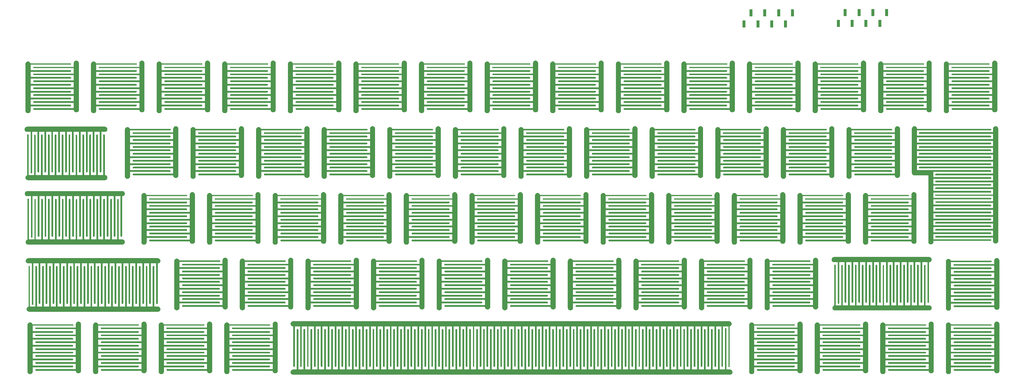
<source format=gbr>
G04 #@! TF.GenerationSoftware,KiCad,Pcbnew,5.1.5+dfsg1-2build2*
G04 #@! TF.CreationDate,2024-05-31T17:47:08+01:00*
G04 #@! TF.ProjectId,membrane1,6d656d62-7261-46e6-9531-2e6b69636164,rev?*
G04 #@! TF.SameCoordinates,Original*
G04 #@! TF.FileFunction,Paste,Top*
G04 #@! TF.FilePolarity,Positive*
%FSLAX46Y46*%
G04 Gerber Fmt 4.6, Leading zero omitted, Abs format (unit mm)*
G04 Created by KiCad (PCBNEW 5.1.5+dfsg1-2build2) date 2024-05-31 17:47:08*
%MOMM*%
%LPD*%
G04 APERTURE LIST*
%ADD10R,0.900000X2.000000*%
%ADD11C,0.100000*%
G04 APERTURE END LIST*
D10*
X320700000Y-88800000D03*
X316700000Y-88800000D03*
X312700000Y-88800000D03*
X308700000Y-88800000D03*
X318700000Y-92000000D03*
X314700000Y-92000000D03*
X310700000Y-92000000D03*
X306700000Y-92000000D03*
X293400000Y-88900000D03*
X289400000Y-88900000D03*
X285400000Y-88900000D03*
X281400000Y-88900000D03*
X291400000Y-92100000D03*
X287400000Y-92100000D03*
X283400000Y-92100000D03*
X279400000Y-92100000D03*
D11*
G36*
X110345891Y-160828396D02*
G01*
X110334681Y-160900808D01*
X110316459Y-160971781D01*
X110291397Y-161040637D01*
X110259736Y-161106718D01*
X110221778Y-161169395D01*
X110177885Y-161228068D01*
X110128476Y-161282178D01*
X110074022Y-161331208D01*
X110015044Y-161374691D01*
X109952104Y-161412211D01*
X109885803Y-161443410D01*
X109816774Y-161467990D01*
X109745676Y-161485716D01*
X109673187Y-161496421D01*
X109600000Y-161500000D01*
X109600000Y-173000000D01*
X109599976Y-173003491D01*
X109598442Y-173027867D01*
X109594537Y-173051978D01*
X109588298Y-173075592D01*
X109579784Y-173098485D01*
X109569077Y-173120438D01*
X109556278Y-173141242D01*
X109541511Y-173160697D01*
X109524916Y-173178618D01*
X109506651Y-173194834D01*
X109486891Y-173209191D01*
X109465824Y-173221551D01*
X109443652Y-173231796D01*
X109420585Y-173239828D01*
X109396845Y-173245572D01*
X109372658Y-173248971D01*
X109348255Y-173249994D01*
X109323868Y-173248630D01*
X109299731Y-173244894D01*
X109276073Y-173238820D01*
X109253121Y-173230466D01*
X109231094Y-173219912D01*
X109210202Y-173207259D01*
X109190644Y-173192628D01*
X109172607Y-173176159D01*
X109156264Y-173158007D01*
X109141770Y-173138348D01*
X109129263Y-173117368D01*
X109118863Y-173095268D01*
X109110670Y-173072258D01*
X109104761Y-173048559D01*
X109101193Y-173024396D01*
X109100000Y-173000000D01*
X109100000Y-161500000D01*
X107600000Y-161500000D01*
X107600000Y-173000000D01*
X107599976Y-173003491D01*
X107598442Y-173027867D01*
X107594537Y-173051978D01*
X107588298Y-173075592D01*
X107579784Y-173098485D01*
X107569077Y-173120438D01*
X107556278Y-173141242D01*
X107541511Y-173160697D01*
X107524916Y-173178618D01*
X107506651Y-173194834D01*
X107486891Y-173209191D01*
X107465824Y-173221551D01*
X107443652Y-173231796D01*
X107420585Y-173239828D01*
X107396845Y-173245572D01*
X107372658Y-173248971D01*
X107348255Y-173249994D01*
X107323868Y-173248630D01*
X107299731Y-173244894D01*
X107276073Y-173238820D01*
X107253121Y-173230466D01*
X107231094Y-173219912D01*
X107210202Y-173207259D01*
X107190644Y-173192628D01*
X107172607Y-173176159D01*
X107156264Y-173158007D01*
X107141770Y-173138348D01*
X107129263Y-173117368D01*
X107118863Y-173095268D01*
X107110670Y-173072258D01*
X107104761Y-173048559D01*
X107101193Y-173024396D01*
X107100000Y-173000000D01*
X107100000Y-161500000D01*
X105600000Y-161500000D01*
X105600000Y-173000000D01*
X105599976Y-173003491D01*
X105598442Y-173027867D01*
X105594537Y-173051978D01*
X105588298Y-173075592D01*
X105579784Y-173098485D01*
X105569077Y-173120438D01*
X105556278Y-173141242D01*
X105541511Y-173160697D01*
X105524916Y-173178618D01*
X105506651Y-173194834D01*
X105486891Y-173209191D01*
X105465824Y-173221551D01*
X105443652Y-173231796D01*
X105420585Y-173239828D01*
X105396845Y-173245572D01*
X105372658Y-173248971D01*
X105348255Y-173249994D01*
X105323868Y-173248630D01*
X105299731Y-173244894D01*
X105276073Y-173238820D01*
X105253121Y-173230466D01*
X105231094Y-173219912D01*
X105210202Y-173207259D01*
X105190644Y-173192628D01*
X105172607Y-173176159D01*
X105156264Y-173158007D01*
X105141770Y-173138348D01*
X105129263Y-173117368D01*
X105118863Y-173095268D01*
X105110670Y-173072258D01*
X105104761Y-173048559D01*
X105101193Y-173024396D01*
X105100000Y-173000000D01*
X105100000Y-161500000D01*
X103600000Y-161500000D01*
X103600000Y-173000000D01*
X103599976Y-173003491D01*
X103598442Y-173027867D01*
X103594537Y-173051978D01*
X103588298Y-173075592D01*
X103579784Y-173098485D01*
X103569077Y-173120438D01*
X103556278Y-173141242D01*
X103541511Y-173160697D01*
X103524916Y-173178618D01*
X103506651Y-173194834D01*
X103486891Y-173209191D01*
X103465824Y-173221551D01*
X103443652Y-173231796D01*
X103420585Y-173239828D01*
X103396845Y-173245572D01*
X103372658Y-173248971D01*
X103348255Y-173249994D01*
X103323868Y-173248630D01*
X103299731Y-173244894D01*
X103276073Y-173238820D01*
X103253121Y-173230466D01*
X103231094Y-173219912D01*
X103210202Y-173207259D01*
X103190644Y-173192628D01*
X103172607Y-173176159D01*
X103156264Y-173158007D01*
X103141770Y-173138348D01*
X103129263Y-173117368D01*
X103118863Y-173095268D01*
X103110670Y-173072258D01*
X103104761Y-173048559D01*
X103101193Y-173024396D01*
X103100000Y-173000000D01*
X103100000Y-161500000D01*
X101600000Y-161500000D01*
X101600000Y-173000000D01*
X101599976Y-173003491D01*
X101598442Y-173027867D01*
X101594537Y-173051978D01*
X101588298Y-173075592D01*
X101579784Y-173098485D01*
X101569077Y-173120438D01*
X101556278Y-173141242D01*
X101541511Y-173160697D01*
X101524916Y-173178618D01*
X101506651Y-173194834D01*
X101486891Y-173209191D01*
X101465824Y-173221551D01*
X101443652Y-173231796D01*
X101420585Y-173239828D01*
X101396845Y-173245572D01*
X101372658Y-173248971D01*
X101348255Y-173249994D01*
X101323868Y-173248630D01*
X101299731Y-173244894D01*
X101276073Y-173238820D01*
X101253121Y-173230466D01*
X101231094Y-173219912D01*
X101210202Y-173207259D01*
X101190644Y-173192628D01*
X101172607Y-173176159D01*
X101156264Y-173158007D01*
X101141770Y-173138348D01*
X101129263Y-173117368D01*
X101118863Y-173095268D01*
X101110670Y-173072258D01*
X101104761Y-173048559D01*
X101101193Y-173024396D01*
X101100000Y-173000000D01*
X101100000Y-161500000D01*
X99600000Y-161500000D01*
X99600000Y-173000000D01*
X99599976Y-173003491D01*
X99598442Y-173027867D01*
X99594537Y-173051978D01*
X99588298Y-173075592D01*
X99579784Y-173098485D01*
X99569077Y-173120438D01*
X99556278Y-173141242D01*
X99541511Y-173160697D01*
X99524916Y-173178618D01*
X99506651Y-173194834D01*
X99486891Y-173209191D01*
X99465824Y-173221551D01*
X99443652Y-173231796D01*
X99420585Y-173239828D01*
X99396845Y-173245572D01*
X99372658Y-173248971D01*
X99348255Y-173249994D01*
X99323868Y-173248630D01*
X99299731Y-173244894D01*
X99276073Y-173238820D01*
X99253121Y-173230466D01*
X99231094Y-173219912D01*
X99210202Y-173207259D01*
X99190644Y-173192628D01*
X99172607Y-173176159D01*
X99156264Y-173158007D01*
X99141770Y-173138348D01*
X99129263Y-173117368D01*
X99118863Y-173095268D01*
X99110670Y-173072258D01*
X99104761Y-173048559D01*
X99101193Y-173024396D01*
X99100000Y-173000000D01*
X99100000Y-161500000D01*
X97600000Y-161500000D01*
X97600000Y-173000000D01*
X97599976Y-173003491D01*
X97598442Y-173027867D01*
X97594537Y-173051978D01*
X97588298Y-173075592D01*
X97579784Y-173098485D01*
X97569077Y-173120438D01*
X97556278Y-173141242D01*
X97541511Y-173160697D01*
X97524916Y-173178618D01*
X97506651Y-173194834D01*
X97486891Y-173209191D01*
X97465824Y-173221551D01*
X97443652Y-173231796D01*
X97420585Y-173239828D01*
X97396845Y-173245572D01*
X97372658Y-173248971D01*
X97348255Y-173249994D01*
X97323868Y-173248630D01*
X97299731Y-173244894D01*
X97276073Y-173238820D01*
X97253121Y-173230466D01*
X97231094Y-173219912D01*
X97210202Y-173207259D01*
X97190644Y-173192628D01*
X97172607Y-173176159D01*
X97156264Y-173158007D01*
X97141770Y-173138348D01*
X97129263Y-173117368D01*
X97118863Y-173095268D01*
X97110670Y-173072258D01*
X97104761Y-173048559D01*
X97101193Y-173024396D01*
X97100000Y-173000000D01*
X97100000Y-161500000D01*
X95600000Y-161500000D01*
X95600000Y-173000000D01*
X95599976Y-173003491D01*
X95598442Y-173027867D01*
X95594537Y-173051978D01*
X95588298Y-173075592D01*
X95579784Y-173098485D01*
X95569077Y-173120438D01*
X95556278Y-173141242D01*
X95541511Y-173160697D01*
X95524916Y-173178618D01*
X95506651Y-173194834D01*
X95486891Y-173209191D01*
X95465824Y-173221551D01*
X95443652Y-173231796D01*
X95420585Y-173239828D01*
X95396845Y-173245572D01*
X95372658Y-173248971D01*
X95348255Y-173249994D01*
X95323868Y-173248630D01*
X95299731Y-173244894D01*
X95276073Y-173238820D01*
X95253121Y-173230466D01*
X95231094Y-173219912D01*
X95210202Y-173207259D01*
X95190644Y-173192628D01*
X95172607Y-173176159D01*
X95156264Y-173158007D01*
X95141770Y-173138348D01*
X95129263Y-173117368D01*
X95118863Y-173095268D01*
X95110670Y-173072258D01*
X95104761Y-173048559D01*
X95101193Y-173024396D01*
X95100000Y-173000000D01*
X95100000Y-161500000D01*
X93600000Y-161500000D01*
X93600000Y-173000000D01*
X93599976Y-173003491D01*
X93598442Y-173027867D01*
X93594537Y-173051978D01*
X93588298Y-173075592D01*
X93579784Y-173098485D01*
X93569077Y-173120438D01*
X93556278Y-173141242D01*
X93541511Y-173160697D01*
X93524916Y-173178618D01*
X93506651Y-173194834D01*
X93486891Y-173209191D01*
X93465824Y-173221551D01*
X93443652Y-173231796D01*
X93420585Y-173239828D01*
X93396845Y-173245572D01*
X93372658Y-173248971D01*
X93348255Y-173249994D01*
X93323868Y-173248630D01*
X93299731Y-173244894D01*
X93276073Y-173238820D01*
X93253121Y-173230466D01*
X93231094Y-173219912D01*
X93210202Y-173207259D01*
X93190644Y-173192628D01*
X93172607Y-173176159D01*
X93156264Y-173158007D01*
X93141770Y-173138348D01*
X93129263Y-173117368D01*
X93118863Y-173095268D01*
X93110670Y-173072258D01*
X93104761Y-173048559D01*
X93101193Y-173024396D01*
X93100000Y-173000000D01*
X93100000Y-161500000D01*
X91600000Y-161500000D01*
X91600000Y-173000000D01*
X91599976Y-173003491D01*
X91598442Y-173027867D01*
X91594537Y-173051978D01*
X91588298Y-173075592D01*
X91579784Y-173098485D01*
X91569077Y-173120438D01*
X91556278Y-173141242D01*
X91541511Y-173160697D01*
X91524916Y-173178618D01*
X91506651Y-173194834D01*
X91486891Y-173209191D01*
X91465824Y-173221551D01*
X91443652Y-173231796D01*
X91420585Y-173239828D01*
X91396845Y-173245572D01*
X91372658Y-173248971D01*
X91348255Y-173249994D01*
X91323868Y-173248630D01*
X91299731Y-173244894D01*
X91276073Y-173238820D01*
X91253121Y-173230466D01*
X91231094Y-173219912D01*
X91210202Y-173207259D01*
X91190644Y-173192628D01*
X91172607Y-173176159D01*
X91156264Y-173158007D01*
X91141770Y-173138348D01*
X91129263Y-173117368D01*
X91118863Y-173095268D01*
X91110670Y-173072258D01*
X91104761Y-173048559D01*
X91101193Y-173024396D01*
X91100000Y-173000000D01*
X91100000Y-161500000D01*
X89600000Y-161500000D01*
X89600000Y-173000000D01*
X89599976Y-173003491D01*
X89598442Y-173027867D01*
X89594537Y-173051978D01*
X89588298Y-173075592D01*
X89579784Y-173098485D01*
X89569077Y-173120438D01*
X89556278Y-173141242D01*
X89541511Y-173160697D01*
X89524916Y-173178618D01*
X89506651Y-173194834D01*
X89486891Y-173209191D01*
X89465824Y-173221551D01*
X89443652Y-173231796D01*
X89420585Y-173239828D01*
X89396845Y-173245572D01*
X89372658Y-173248971D01*
X89348255Y-173249994D01*
X89323868Y-173248630D01*
X89299731Y-173244894D01*
X89276073Y-173238820D01*
X89253121Y-173230466D01*
X89231094Y-173219912D01*
X89210202Y-173207259D01*
X89190644Y-173192628D01*
X89172607Y-173176159D01*
X89156264Y-173158007D01*
X89141770Y-173138348D01*
X89129263Y-173117368D01*
X89118863Y-173095268D01*
X89110670Y-173072258D01*
X89104761Y-173048559D01*
X89101193Y-173024396D01*
X89100000Y-173000000D01*
X89100000Y-161500000D01*
X87600000Y-161500000D01*
X87600000Y-173000000D01*
X87599976Y-173003491D01*
X87598442Y-173027867D01*
X87594537Y-173051978D01*
X87588298Y-173075592D01*
X87579784Y-173098485D01*
X87569077Y-173120438D01*
X87556278Y-173141242D01*
X87541511Y-173160697D01*
X87524916Y-173178618D01*
X87506651Y-173194834D01*
X87486891Y-173209191D01*
X87465824Y-173221551D01*
X87443652Y-173231796D01*
X87420585Y-173239828D01*
X87396845Y-173245572D01*
X87372658Y-173248971D01*
X87348255Y-173249994D01*
X87323868Y-173248630D01*
X87299731Y-173244894D01*
X87276073Y-173238820D01*
X87253121Y-173230466D01*
X87231094Y-173219912D01*
X87210202Y-173207259D01*
X87190644Y-173192628D01*
X87172607Y-173176159D01*
X87156264Y-173158007D01*
X87141770Y-173138348D01*
X87129263Y-173117368D01*
X87118863Y-173095268D01*
X87110670Y-173072258D01*
X87104761Y-173048559D01*
X87101193Y-173024396D01*
X87100000Y-173000000D01*
X87100000Y-161500000D01*
X85600000Y-161500000D01*
X85600000Y-173000000D01*
X85599976Y-173003491D01*
X85598442Y-173027867D01*
X85594537Y-173051978D01*
X85588298Y-173075592D01*
X85579784Y-173098485D01*
X85569077Y-173120438D01*
X85556278Y-173141242D01*
X85541511Y-173160697D01*
X85524916Y-173178618D01*
X85506651Y-173194834D01*
X85486891Y-173209191D01*
X85465824Y-173221551D01*
X85443652Y-173231796D01*
X85420585Y-173239828D01*
X85396845Y-173245572D01*
X85372658Y-173248971D01*
X85348255Y-173249994D01*
X85323868Y-173248630D01*
X85299731Y-173244894D01*
X85276073Y-173238820D01*
X85253121Y-173230466D01*
X85231094Y-173219912D01*
X85210202Y-173207259D01*
X85190644Y-173192628D01*
X85172607Y-173176159D01*
X85156264Y-173158007D01*
X85141770Y-173138348D01*
X85129263Y-173117368D01*
X85118863Y-173095268D01*
X85110670Y-173072258D01*
X85104761Y-173048559D01*
X85101193Y-173024396D01*
X85100000Y-173000000D01*
X85100000Y-161500000D01*
X83600000Y-161500000D01*
X83600000Y-173000000D01*
X83599976Y-173003491D01*
X83598442Y-173027867D01*
X83594537Y-173051978D01*
X83588298Y-173075592D01*
X83579784Y-173098485D01*
X83569077Y-173120438D01*
X83556278Y-173141242D01*
X83541511Y-173160697D01*
X83524916Y-173178618D01*
X83506651Y-173194834D01*
X83486891Y-173209191D01*
X83465824Y-173221551D01*
X83443652Y-173231796D01*
X83420585Y-173239828D01*
X83396845Y-173245572D01*
X83372658Y-173248971D01*
X83348255Y-173249994D01*
X83323868Y-173248630D01*
X83299731Y-173244894D01*
X83276073Y-173238820D01*
X83253121Y-173230466D01*
X83231094Y-173219912D01*
X83210202Y-173207259D01*
X83190644Y-173192628D01*
X83172607Y-173176159D01*
X83156264Y-173158007D01*
X83141770Y-173138348D01*
X83129263Y-173117368D01*
X83118863Y-173095268D01*
X83110670Y-173072258D01*
X83104761Y-173048559D01*
X83101193Y-173024396D01*
X83100000Y-173000000D01*
X83100000Y-161500000D01*
X81600000Y-161500000D01*
X81600000Y-173000000D01*
X81599976Y-173003491D01*
X81598442Y-173027867D01*
X81594537Y-173051978D01*
X81588298Y-173075592D01*
X81579784Y-173098485D01*
X81569077Y-173120438D01*
X81556278Y-173141242D01*
X81541511Y-173160697D01*
X81524916Y-173178618D01*
X81506651Y-173194834D01*
X81486891Y-173209191D01*
X81465824Y-173221551D01*
X81443652Y-173231796D01*
X81420585Y-173239828D01*
X81396845Y-173245572D01*
X81372658Y-173248971D01*
X81348255Y-173249994D01*
X81323868Y-173248630D01*
X81299731Y-173244894D01*
X81276073Y-173238820D01*
X81253121Y-173230466D01*
X81231094Y-173219912D01*
X81210202Y-173207259D01*
X81190644Y-173192628D01*
X81172607Y-173176159D01*
X81156264Y-173158007D01*
X81141770Y-173138348D01*
X81129263Y-173117368D01*
X81118863Y-173095268D01*
X81110670Y-173072258D01*
X81104761Y-173048559D01*
X81101193Y-173024396D01*
X81100000Y-173000000D01*
X81100000Y-161500000D01*
X79600000Y-161500000D01*
X79600000Y-173000000D01*
X79599976Y-173003491D01*
X79598442Y-173027867D01*
X79594537Y-173051978D01*
X79588298Y-173075592D01*
X79579784Y-173098485D01*
X79569077Y-173120438D01*
X79556278Y-173141242D01*
X79541511Y-173160697D01*
X79524916Y-173178618D01*
X79506651Y-173194834D01*
X79486891Y-173209191D01*
X79465824Y-173221551D01*
X79443652Y-173231796D01*
X79420585Y-173239828D01*
X79396845Y-173245572D01*
X79372658Y-173248971D01*
X79348255Y-173249994D01*
X79323868Y-173248630D01*
X79299731Y-173244894D01*
X79276073Y-173238820D01*
X79253121Y-173230466D01*
X79231094Y-173219912D01*
X79210202Y-173207259D01*
X79190644Y-173192628D01*
X79172607Y-173176159D01*
X79156264Y-173158007D01*
X79141770Y-173138348D01*
X79129263Y-173117368D01*
X79118863Y-173095268D01*
X79110670Y-173072258D01*
X79104761Y-173048559D01*
X79101193Y-173024396D01*
X79100000Y-173000000D01*
X79100000Y-161500000D01*
X77600000Y-161500000D01*
X77600000Y-173000000D01*
X77599976Y-173003491D01*
X77598442Y-173027867D01*
X77594537Y-173051978D01*
X77588298Y-173075592D01*
X77579784Y-173098485D01*
X77569077Y-173120438D01*
X77556278Y-173141242D01*
X77541511Y-173160697D01*
X77524916Y-173178618D01*
X77506651Y-173194834D01*
X77486891Y-173209191D01*
X77465824Y-173221551D01*
X77443652Y-173231796D01*
X77420585Y-173239828D01*
X77396845Y-173245572D01*
X77372658Y-173248971D01*
X77348255Y-173249994D01*
X77323868Y-173248630D01*
X77299731Y-173244894D01*
X77276073Y-173238820D01*
X77253121Y-173230466D01*
X77231094Y-173219912D01*
X77210202Y-173207259D01*
X77190644Y-173192628D01*
X77172607Y-173176159D01*
X77156264Y-173158007D01*
X77141770Y-173138348D01*
X77129263Y-173117368D01*
X77118863Y-173095268D01*
X77110670Y-173072258D01*
X77104761Y-173048559D01*
X77101193Y-173024396D01*
X77100000Y-173000000D01*
X77100000Y-161500000D01*
X75600000Y-161500000D01*
X75600000Y-173000000D01*
X75599976Y-173003491D01*
X75598442Y-173027867D01*
X75594537Y-173051978D01*
X75588298Y-173075592D01*
X75579784Y-173098485D01*
X75569077Y-173120438D01*
X75556278Y-173141242D01*
X75541511Y-173160697D01*
X75524916Y-173178618D01*
X75506651Y-173194834D01*
X75486891Y-173209191D01*
X75465824Y-173221551D01*
X75443652Y-173231796D01*
X75420585Y-173239828D01*
X75396845Y-173245572D01*
X75372658Y-173248971D01*
X75348255Y-173249994D01*
X75323868Y-173248630D01*
X75299731Y-173244894D01*
X75276073Y-173238820D01*
X75253121Y-173230466D01*
X75231094Y-173219912D01*
X75210202Y-173207259D01*
X75190644Y-173192628D01*
X75172607Y-173176159D01*
X75156264Y-173158007D01*
X75141770Y-173138348D01*
X75129263Y-173117368D01*
X75118863Y-173095268D01*
X75110670Y-173072258D01*
X75104761Y-173048559D01*
X75101193Y-173024396D01*
X75100000Y-173000000D01*
X75100000Y-161500000D01*
X73550000Y-161500000D01*
X73550000Y-173500000D01*
X73150000Y-173500000D01*
X73150000Y-161500000D01*
X72100000Y-161500000D01*
X72089528Y-161499927D01*
X72016398Y-161495326D01*
X71944066Y-161483611D01*
X71873223Y-161464893D01*
X71804544Y-161439352D01*
X71738685Y-161407230D01*
X71676275Y-161368835D01*
X71617909Y-161324533D01*
X71564145Y-161274748D01*
X71515497Y-161219953D01*
X71472427Y-161160672D01*
X71435347Y-161097472D01*
X71404612Y-161030955D01*
X71380515Y-160961756D01*
X71363285Y-160890536D01*
X71353087Y-160817974D01*
X71350018Y-160744764D01*
X71354109Y-160671604D01*
X71365319Y-160599192D01*
X71383541Y-160528219D01*
X71408603Y-160459363D01*
X71440264Y-160393282D01*
X71478222Y-160330605D01*
X71522115Y-160271932D01*
X71571524Y-160217822D01*
X71625978Y-160168792D01*
X71684956Y-160125309D01*
X71747896Y-160087789D01*
X71814197Y-160056590D01*
X71883226Y-160032010D01*
X71954324Y-160014284D01*
X72026813Y-160003579D01*
X72100000Y-160000000D01*
X109600000Y-160000000D01*
X109610472Y-160000073D01*
X109683602Y-160004674D01*
X109755934Y-160016389D01*
X109826777Y-160035107D01*
X109895456Y-160060648D01*
X109961315Y-160092770D01*
X110023725Y-160131165D01*
X110082091Y-160175467D01*
X110135855Y-160225252D01*
X110184503Y-160280047D01*
X110227573Y-160339328D01*
X110264653Y-160402528D01*
X110295388Y-160469045D01*
X110319485Y-160538244D01*
X110336715Y-160609464D01*
X110346913Y-160682026D01*
X110349982Y-160755236D01*
X110345891Y-160828396D01*
G37*
G36*
X110345891Y-174828396D02*
G01*
X110334681Y-174900808D01*
X110316459Y-174971781D01*
X110291397Y-175040637D01*
X110259736Y-175106718D01*
X110221778Y-175169395D01*
X110177885Y-175228068D01*
X110128476Y-175282178D01*
X110074022Y-175331208D01*
X110015044Y-175374691D01*
X109952104Y-175412211D01*
X109885803Y-175443410D01*
X109816774Y-175467990D01*
X109745676Y-175485716D01*
X109673187Y-175496421D01*
X109600000Y-175500000D01*
X72350000Y-175500000D01*
X72339528Y-175499927D01*
X72266398Y-175495326D01*
X72194066Y-175483611D01*
X72123223Y-175464893D01*
X72054544Y-175439352D01*
X71988685Y-175407230D01*
X71926275Y-175368835D01*
X71867909Y-175324533D01*
X71814145Y-175274748D01*
X71765497Y-175219953D01*
X71722427Y-175160672D01*
X71685347Y-175097472D01*
X71654612Y-175030955D01*
X71630515Y-174961756D01*
X71613285Y-174890536D01*
X71603087Y-174817974D01*
X71600018Y-174744764D01*
X71604109Y-174671604D01*
X71615319Y-174599192D01*
X71633541Y-174528219D01*
X71658603Y-174459363D01*
X71690264Y-174393282D01*
X71728222Y-174330605D01*
X71772115Y-174271932D01*
X71821524Y-174217822D01*
X71875978Y-174168792D01*
X71934956Y-174125309D01*
X71997896Y-174087789D01*
X72064197Y-174056590D01*
X72133226Y-174032010D01*
X72150000Y-174027828D01*
X72150000Y-162250000D01*
X72550000Y-162250000D01*
X72550000Y-174000000D01*
X74100000Y-174000000D01*
X74100000Y-162500000D01*
X74100024Y-162496509D01*
X74101558Y-162472133D01*
X74105463Y-162448022D01*
X74111702Y-162424408D01*
X74120216Y-162401515D01*
X74130923Y-162379562D01*
X74143722Y-162358758D01*
X74158489Y-162339303D01*
X74175084Y-162321382D01*
X74193349Y-162305166D01*
X74213109Y-162290809D01*
X74234176Y-162278449D01*
X74256348Y-162268204D01*
X74279415Y-162260172D01*
X74303155Y-162254428D01*
X74327342Y-162251029D01*
X74351745Y-162250006D01*
X74376132Y-162251370D01*
X74400269Y-162255106D01*
X74423927Y-162261180D01*
X74446879Y-162269534D01*
X74468906Y-162280088D01*
X74489798Y-162292741D01*
X74509356Y-162307372D01*
X74527393Y-162323841D01*
X74543736Y-162341993D01*
X74558230Y-162361652D01*
X74570737Y-162382632D01*
X74581137Y-162404732D01*
X74589330Y-162427742D01*
X74595239Y-162451441D01*
X74598807Y-162475604D01*
X74600000Y-162500000D01*
X74600000Y-174000000D01*
X76100000Y-174000000D01*
X76100000Y-162500000D01*
X76100024Y-162496509D01*
X76101558Y-162472133D01*
X76105463Y-162448022D01*
X76111702Y-162424408D01*
X76120216Y-162401515D01*
X76130923Y-162379562D01*
X76143722Y-162358758D01*
X76158489Y-162339303D01*
X76175084Y-162321382D01*
X76193349Y-162305166D01*
X76213109Y-162290809D01*
X76234176Y-162278449D01*
X76256348Y-162268204D01*
X76279415Y-162260172D01*
X76303155Y-162254428D01*
X76327342Y-162251029D01*
X76351745Y-162250006D01*
X76376132Y-162251370D01*
X76400269Y-162255106D01*
X76423927Y-162261180D01*
X76446879Y-162269534D01*
X76468906Y-162280088D01*
X76489798Y-162292741D01*
X76509356Y-162307372D01*
X76527393Y-162323841D01*
X76543736Y-162341993D01*
X76558230Y-162361652D01*
X76570737Y-162382632D01*
X76581137Y-162404732D01*
X76589330Y-162427742D01*
X76595239Y-162451441D01*
X76598807Y-162475604D01*
X76600000Y-162500000D01*
X76600000Y-174000000D01*
X78100000Y-174000000D01*
X78100000Y-162500000D01*
X78100024Y-162496509D01*
X78101558Y-162472133D01*
X78105463Y-162448022D01*
X78111702Y-162424408D01*
X78120216Y-162401515D01*
X78130923Y-162379562D01*
X78143722Y-162358758D01*
X78158489Y-162339303D01*
X78175084Y-162321382D01*
X78193349Y-162305166D01*
X78213109Y-162290809D01*
X78234176Y-162278449D01*
X78256348Y-162268204D01*
X78279415Y-162260172D01*
X78303155Y-162254428D01*
X78327342Y-162251029D01*
X78351745Y-162250006D01*
X78376132Y-162251370D01*
X78400269Y-162255106D01*
X78423927Y-162261180D01*
X78446879Y-162269534D01*
X78468906Y-162280088D01*
X78489798Y-162292741D01*
X78509356Y-162307372D01*
X78527393Y-162323841D01*
X78543736Y-162341993D01*
X78558230Y-162361652D01*
X78570737Y-162382632D01*
X78581137Y-162404732D01*
X78589330Y-162427742D01*
X78595239Y-162451441D01*
X78598807Y-162475604D01*
X78600000Y-162500000D01*
X78600000Y-174000000D01*
X80100000Y-174000000D01*
X80100000Y-162500000D01*
X80100024Y-162496509D01*
X80101558Y-162472133D01*
X80105463Y-162448022D01*
X80111702Y-162424408D01*
X80120216Y-162401515D01*
X80130923Y-162379562D01*
X80143722Y-162358758D01*
X80158489Y-162339303D01*
X80175084Y-162321382D01*
X80193349Y-162305166D01*
X80213109Y-162290809D01*
X80234176Y-162278449D01*
X80256348Y-162268204D01*
X80279415Y-162260172D01*
X80303155Y-162254428D01*
X80327342Y-162251029D01*
X80351745Y-162250006D01*
X80376132Y-162251370D01*
X80400269Y-162255106D01*
X80423927Y-162261180D01*
X80446879Y-162269534D01*
X80468906Y-162280088D01*
X80489798Y-162292741D01*
X80509356Y-162307372D01*
X80527393Y-162323841D01*
X80543736Y-162341993D01*
X80558230Y-162361652D01*
X80570737Y-162382632D01*
X80581137Y-162404732D01*
X80589330Y-162427742D01*
X80595239Y-162451441D01*
X80598807Y-162475604D01*
X80600000Y-162500000D01*
X80600000Y-174000000D01*
X82100000Y-174000000D01*
X82100000Y-162500000D01*
X82100024Y-162496509D01*
X82101558Y-162472133D01*
X82105463Y-162448022D01*
X82111702Y-162424408D01*
X82120216Y-162401515D01*
X82130923Y-162379562D01*
X82143722Y-162358758D01*
X82158489Y-162339303D01*
X82175084Y-162321382D01*
X82193349Y-162305166D01*
X82213109Y-162290809D01*
X82234176Y-162278449D01*
X82256348Y-162268204D01*
X82279415Y-162260172D01*
X82303155Y-162254428D01*
X82327342Y-162251029D01*
X82351745Y-162250006D01*
X82376132Y-162251370D01*
X82400269Y-162255106D01*
X82423927Y-162261180D01*
X82446879Y-162269534D01*
X82468906Y-162280088D01*
X82489798Y-162292741D01*
X82509356Y-162307372D01*
X82527393Y-162323841D01*
X82543736Y-162341993D01*
X82558230Y-162361652D01*
X82570737Y-162382632D01*
X82581137Y-162404732D01*
X82589330Y-162427742D01*
X82595239Y-162451441D01*
X82598807Y-162475604D01*
X82600000Y-162500000D01*
X82600000Y-174000000D01*
X84100000Y-174000000D01*
X84100000Y-162500000D01*
X84100024Y-162496509D01*
X84101558Y-162472133D01*
X84105463Y-162448022D01*
X84111702Y-162424408D01*
X84120216Y-162401515D01*
X84130923Y-162379562D01*
X84143722Y-162358758D01*
X84158489Y-162339303D01*
X84175084Y-162321382D01*
X84193349Y-162305166D01*
X84213109Y-162290809D01*
X84234176Y-162278449D01*
X84256348Y-162268204D01*
X84279415Y-162260172D01*
X84303155Y-162254428D01*
X84327342Y-162251029D01*
X84351745Y-162250006D01*
X84376132Y-162251370D01*
X84400269Y-162255106D01*
X84423927Y-162261180D01*
X84446879Y-162269534D01*
X84468906Y-162280088D01*
X84489798Y-162292741D01*
X84509356Y-162307372D01*
X84527393Y-162323841D01*
X84543736Y-162341993D01*
X84558230Y-162361652D01*
X84570737Y-162382632D01*
X84581137Y-162404732D01*
X84589330Y-162427742D01*
X84595239Y-162451441D01*
X84598807Y-162475604D01*
X84600000Y-162500000D01*
X84600000Y-174000000D01*
X86100000Y-174000000D01*
X86100000Y-162500000D01*
X86100024Y-162496509D01*
X86101558Y-162472133D01*
X86105463Y-162448022D01*
X86111702Y-162424408D01*
X86120216Y-162401515D01*
X86130923Y-162379562D01*
X86143722Y-162358758D01*
X86158489Y-162339303D01*
X86175084Y-162321382D01*
X86193349Y-162305166D01*
X86213109Y-162290809D01*
X86234176Y-162278449D01*
X86256348Y-162268204D01*
X86279415Y-162260172D01*
X86303155Y-162254428D01*
X86327342Y-162251029D01*
X86351745Y-162250006D01*
X86376132Y-162251370D01*
X86400269Y-162255106D01*
X86423927Y-162261180D01*
X86446879Y-162269534D01*
X86468906Y-162280088D01*
X86489798Y-162292741D01*
X86509356Y-162307372D01*
X86527393Y-162323841D01*
X86543736Y-162341993D01*
X86558230Y-162361652D01*
X86570737Y-162382632D01*
X86581137Y-162404732D01*
X86589330Y-162427742D01*
X86595239Y-162451441D01*
X86598807Y-162475604D01*
X86600000Y-162500000D01*
X86600000Y-174000000D01*
X88100000Y-174000000D01*
X88100000Y-162500000D01*
X88100024Y-162496509D01*
X88101558Y-162472133D01*
X88105463Y-162448022D01*
X88111702Y-162424408D01*
X88120216Y-162401515D01*
X88130923Y-162379562D01*
X88143722Y-162358758D01*
X88158489Y-162339303D01*
X88175084Y-162321382D01*
X88193349Y-162305166D01*
X88213109Y-162290809D01*
X88234176Y-162278449D01*
X88256348Y-162268204D01*
X88279415Y-162260172D01*
X88303155Y-162254428D01*
X88327342Y-162251029D01*
X88351745Y-162250006D01*
X88376132Y-162251370D01*
X88400269Y-162255106D01*
X88423927Y-162261180D01*
X88446879Y-162269534D01*
X88468906Y-162280088D01*
X88489798Y-162292741D01*
X88509356Y-162307372D01*
X88527393Y-162323841D01*
X88543736Y-162341993D01*
X88558230Y-162361652D01*
X88570737Y-162382632D01*
X88581137Y-162404732D01*
X88589330Y-162427742D01*
X88595239Y-162451441D01*
X88598807Y-162475604D01*
X88600000Y-162500000D01*
X88600000Y-174000000D01*
X90100000Y-174000000D01*
X90100000Y-162500000D01*
X90100024Y-162496509D01*
X90101558Y-162472133D01*
X90105463Y-162448022D01*
X90111702Y-162424408D01*
X90120216Y-162401515D01*
X90130923Y-162379562D01*
X90143722Y-162358758D01*
X90158489Y-162339303D01*
X90175084Y-162321382D01*
X90193349Y-162305166D01*
X90213109Y-162290809D01*
X90234176Y-162278449D01*
X90256348Y-162268204D01*
X90279415Y-162260172D01*
X90303155Y-162254428D01*
X90327342Y-162251029D01*
X90351745Y-162250006D01*
X90376132Y-162251370D01*
X90400269Y-162255106D01*
X90423927Y-162261180D01*
X90446879Y-162269534D01*
X90468906Y-162280088D01*
X90489798Y-162292741D01*
X90509356Y-162307372D01*
X90527393Y-162323841D01*
X90543736Y-162341993D01*
X90558230Y-162361652D01*
X90570737Y-162382632D01*
X90581137Y-162404732D01*
X90589330Y-162427742D01*
X90595239Y-162451441D01*
X90598807Y-162475604D01*
X90600000Y-162500000D01*
X90600000Y-174000000D01*
X92100000Y-174000000D01*
X92100000Y-162500000D01*
X92100024Y-162496509D01*
X92101558Y-162472133D01*
X92105463Y-162448022D01*
X92111702Y-162424408D01*
X92120216Y-162401515D01*
X92130923Y-162379562D01*
X92143722Y-162358758D01*
X92158489Y-162339303D01*
X92175084Y-162321382D01*
X92193349Y-162305166D01*
X92213109Y-162290809D01*
X92234176Y-162278449D01*
X92256348Y-162268204D01*
X92279415Y-162260172D01*
X92303155Y-162254428D01*
X92327342Y-162251029D01*
X92351745Y-162250006D01*
X92376132Y-162251370D01*
X92400269Y-162255106D01*
X92423927Y-162261180D01*
X92446879Y-162269534D01*
X92468906Y-162280088D01*
X92489798Y-162292741D01*
X92509356Y-162307372D01*
X92527393Y-162323841D01*
X92543736Y-162341993D01*
X92558230Y-162361652D01*
X92570737Y-162382632D01*
X92581137Y-162404732D01*
X92589330Y-162427742D01*
X92595239Y-162451441D01*
X92598807Y-162475604D01*
X92600000Y-162500000D01*
X92600000Y-174000000D01*
X94100000Y-174000000D01*
X94100000Y-162500000D01*
X94100024Y-162496509D01*
X94101558Y-162472133D01*
X94105463Y-162448022D01*
X94111702Y-162424408D01*
X94120216Y-162401515D01*
X94130923Y-162379562D01*
X94143722Y-162358758D01*
X94158489Y-162339303D01*
X94175084Y-162321382D01*
X94193349Y-162305166D01*
X94213109Y-162290809D01*
X94234176Y-162278449D01*
X94256348Y-162268204D01*
X94279415Y-162260172D01*
X94303155Y-162254428D01*
X94327342Y-162251029D01*
X94351745Y-162250006D01*
X94376132Y-162251370D01*
X94400269Y-162255106D01*
X94423927Y-162261180D01*
X94446879Y-162269534D01*
X94468906Y-162280088D01*
X94489798Y-162292741D01*
X94509356Y-162307372D01*
X94527393Y-162323841D01*
X94543736Y-162341993D01*
X94558230Y-162361652D01*
X94570737Y-162382632D01*
X94581137Y-162404732D01*
X94589330Y-162427742D01*
X94595239Y-162451441D01*
X94598807Y-162475604D01*
X94600000Y-162500000D01*
X94600000Y-174000000D01*
X96100000Y-174000000D01*
X96100000Y-162500000D01*
X96100024Y-162496509D01*
X96101558Y-162472133D01*
X96105463Y-162448022D01*
X96111702Y-162424408D01*
X96120216Y-162401515D01*
X96130923Y-162379562D01*
X96143722Y-162358758D01*
X96158489Y-162339303D01*
X96175084Y-162321382D01*
X96193349Y-162305166D01*
X96213109Y-162290809D01*
X96234176Y-162278449D01*
X96256348Y-162268204D01*
X96279415Y-162260172D01*
X96303155Y-162254428D01*
X96327342Y-162251029D01*
X96351745Y-162250006D01*
X96376132Y-162251370D01*
X96400269Y-162255106D01*
X96423927Y-162261180D01*
X96446879Y-162269534D01*
X96468906Y-162280088D01*
X96489798Y-162292741D01*
X96509356Y-162307372D01*
X96527393Y-162323841D01*
X96543736Y-162341993D01*
X96558230Y-162361652D01*
X96570737Y-162382632D01*
X96581137Y-162404732D01*
X96589330Y-162427742D01*
X96595239Y-162451441D01*
X96598807Y-162475604D01*
X96600000Y-162500000D01*
X96600000Y-174000000D01*
X98100000Y-174000000D01*
X98100000Y-162500000D01*
X98100024Y-162496509D01*
X98101558Y-162472133D01*
X98105463Y-162448022D01*
X98111702Y-162424408D01*
X98120216Y-162401515D01*
X98130923Y-162379562D01*
X98143722Y-162358758D01*
X98158489Y-162339303D01*
X98175084Y-162321382D01*
X98193349Y-162305166D01*
X98213109Y-162290809D01*
X98234176Y-162278449D01*
X98256348Y-162268204D01*
X98279415Y-162260172D01*
X98303155Y-162254428D01*
X98327342Y-162251029D01*
X98351745Y-162250006D01*
X98376132Y-162251370D01*
X98400269Y-162255106D01*
X98423927Y-162261180D01*
X98446879Y-162269534D01*
X98468906Y-162280088D01*
X98489798Y-162292741D01*
X98509356Y-162307372D01*
X98527393Y-162323841D01*
X98543736Y-162341993D01*
X98558230Y-162361652D01*
X98570737Y-162382632D01*
X98581137Y-162404732D01*
X98589330Y-162427742D01*
X98595239Y-162451441D01*
X98598807Y-162475604D01*
X98600000Y-162500000D01*
X98600000Y-174000000D01*
X100100000Y-174000000D01*
X100100000Y-162500000D01*
X100100024Y-162496509D01*
X100101558Y-162472133D01*
X100105463Y-162448022D01*
X100111702Y-162424408D01*
X100120216Y-162401515D01*
X100130923Y-162379562D01*
X100143722Y-162358758D01*
X100158489Y-162339303D01*
X100175084Y-162321382D01*
X100193349Y-162305166D01*
X100213109Y-162290809D01*
X100234176Y-162278449D01*
X100256348Y-162268204D01*
X100279415Y-162260172D01*
X100303155Y-162254428D01*
X100327342Y-162251029D01*
X100351745Y-162250006D01*
X100376132Y-162251370D01*
X100400269Y-162255106D01*
X100423927Y-162261180D01*
X100446879Y-162269534D01*
X100468906Y-162280088D01*
X100489798Y-162292741D01*
X100509356Y-162307372D01*
X100527393Y-162323841D01*
X100543736Y-162341993D01*
X100558230Y-162361652D01*
X100570737Y-162382632D01*
X100581137Y-162404732D01*
X100589330Y-162427742D01*
X100595239Y-162451441D01*
X100598807Y-162475604D01*
X100600000Y-162500000D01*
X100600000Y-174000000D01*
X102100000Y-174000000D01*
X102100000Y-162500000D01*
X102100024Y-162496509D01*
X102101558Y-162472133D01*
X102105463Y-162448022D01*
X102111702Y-162424408D01*
X102120216Y-162401515D01*
X102130923Y-162379562D01*
X102143722Y-162358758D01*
X102158489Y-162339303D01*
X102175084Y-162321382D01*
X102193349Y-162305166D01*
X102213109Y-162290809D01*
X102234176Y-162278449D01*
X102256348Y-162268204D01*
X102279415Y-162260172D01*
X102303155Y-162254428D01*
X102327342Y-162251029D01*
X102351745Y-162250006D01*
X102376132Y-162251370D01*
X102400269Y-162255106D01*
X102423927Y-162261180D01*
X102446879Y-162269534D01*
X102468906Y-162280088D01*
X102489798Y-162292741D01*
X102509356Y-162307372D01*
X102527393Y-162323841D01*
X102543736Y-162341993D01*
X102558230Y-162361652D01*
X102570737Y-162382632D01*
X102581137Y-162404732D01*
X102589330Y-162427742D01*
X102595239Y-162451441D01*
X102598807Y-162475604D01*
X102600000Y-162500000D01*
X102600000Y-174000000D01*
X104100000Y-174000000D01*
X104100000Y-162500000D01*
X104100024Y-162496509D01*
X104101558Y-162472133D01*
X104105463Y-162448022D01*
X104111702Y-162424408D01*
X104120216Y-162401515D01*
X104130923Y-162379562D01*
X104143722Y-162358758D01*
X104158489Y-162339303D01*
X104175084Y-162321382D01*
X104193349Y-162305166D01*
X104213109Y-162290809D01*
X104234176Y-162278449D01*
X104256348Y-162268204D01*
X104279415Y-162260172D01*
X104303155Y-162254428D01*
X104327342Y-162251029D01*
X104351745Y-162250006D01*
X104376132Y-162251370D01*
X104400269Y-162255106D01*
X104423927Y-162261180D01*
X104446879Y-162269534D01*
X104468906Y-162280088D01*
X104489798Y-162292741D01*
X104509356Y-162307372D01*
X104527393Y-162323841D01*
X104543736Y-162341993D01*
X104558230Y-162361652D01*
X104570737Y-162382632D01*
X104581137Y-162404732D01*
X104589330Y-162427742D01*
X104595239Y-162451441D01*
X104598807Y-162475604D01*
X104600000Y-162500000D01*
X104600000Y-174000000D01*
X106100000Y-174000000D01*
X106100000Y-162500000D01*
X106100024Y-162496509D01*
X106101558Y-162472133D01*
X106105463Y-162448022D01*
X106111702Y-162424408D01*
X106120216Y-162401515D01*
X106130923Y-162379562D01*
X106143722Y-162358758D01*
X106158489Y-162339303D01*
X106175084Y-162321382D01*
X106193349Y-162305166D01*
X106213109Y-162290809D01*
X106234176Y-162278449D01*
X106256348Y-162268204D01*
X106279415Y-162260172D01*
X106303155Y-162254428D01*
X106327342Y-162251029D01*
X106351745Y-162250006D01*
X106376132Y-162251370D01*
X106400269Y-162255106D01*
X106423927Y-162261180D01*
X106446879Y-162269534D01*
X106468906Y-162280088D01*
X106489798Y-162292741D01*
X106509356Y-162307372D01*
X106527393Y-162323841D01*
X106543736Y-162341993D01*
X106558230Y-162361652D01*
X106570737Y-162382632D01*
X106581137Y-162404732D01*
X106589330Y-162427742D01*
X106595239Y-162451441D01*
X106598807Y-162475604D01*
X106600000Y-162500000D01*
X106600000Y-174000000D01*
X108100000Y-174000000D01*
X108100000Y-162500000D01*
X108100024Y-162496509D01*
X108101558Y-162472133D01*
X108105463Y-162448022D01*
X108111702Y-162424408D01*
X108120216Y-162401515D01*
X108130923Y-162379562D01*
X108143722Y-162358758D01*
X108158489Y-162339303D01*
X108175084Y-162321382D01*
X108193349Y-162305166D01*
X108213109Y-162290809D01*
X108234176Y-162278449D01*
X108256348Y-162268204D01*
X108279415Y-162260172D01*
X108303155Y-162254428D01*
X108327342Y-162251029D01*
X108351745Y-162250006D01*
X108376132Y-162251370D01*
X108400269Y-162255106D01*
X108423927Y-162261180D01*
X108446879Y-162269534D01*
X108468906Y-162280088D01*
X108489798Y-162292741D01*
X108509356Y-162307372D01*
X108527393Y-162323841D01*
X108543736Y-162341993D01*
X108558230Y-162361652D01*
X108570737Y-162382632D01*
X108581137Y-162404732D01*
X108589330Y-162427742D01*
X108595239Y-162451441D01*
X108598807Y-162475604D01*
X108600000Y-162500000D01*
X108600000Y-174000000D01*
X109600000Y-174000000D01*
X109610472Y-174000073D01*
X109683602Y-174004674D01*
X109755934Y-174016389D01*
X109826777Y-174035107D01*
X109895456Y-174060648D01*
X109961315Y-174092770D01*
X110023725Y-174131165D01*
X110082091Y-174175467D01*
X110135855Y-174225252D01*
X110184503Y-174280047D01*
X110227573Y-174339328D01*
X110264653Y-174402528D01*
X110295388Y-174469045D01*
X110319485Y-174538244D01*
X110336715Y-174609464D01*
X110346913Y-174682026D01*
X110349982Y-174755236D01*
X110345891Y-174828396D01*
G37*
G36*
X94995891Y-122728396D02*
G01*
X94984681Y-122800808D01*
X94966459Y-122871781D01*
X94941397Y-122940637D01*
X94909736Y-123006718D01*
X94871778Y-123069395D01*
X94827885Y-123128068D01*
X94778476Y-123182178D01*
X94724022Y-123231208D01*
X94665044Y-123274691D01*
X94602104Y-123312211D01*
X94535803Y-123343410D01*
X94466774Y-123367990D01*
X94395676Y-123385716D01*
X94323187Y-123396421D01*
X94250000Y-123400000D01*
X93250000Y-123400000D01*
X93250000Y-134900000D01*
X93249976Y-134903491D01*
X93248442Y-134927867D01*
X93244537Y-134951978D01*
X93238298Y-134975592D01*
X93229784Y-134998485D01*
X93219077Y-135020438D01*
X93206278Y-135041242D01*
X93191511Y-135060697D01*
X93174916Y-135078618D01*
X93156651Y-135094834D01*
X93136891Y-135109191D01*
X93115824Y-135121551D01*
X93093652Y-135131796D01*
X93070585Y-135139828D01*
X93046845Y-135145572D01*
X93022658Y-135148971D01*
X92998255Y-135149994D01*
X92973868Y-135148630D01*
X92949731Y-135144894D01*
X92926073Y-135138820D01*
X92903121Y-135130466D01*
X92881094Y-135119912D01*
X92860202Y-135107259D01*
X92840644Y-135092628D01*
X92822607Y-135076159D01*
X92806264Y-135058007D01*
X92791770Y-135038348D01*
X92779263Y-135017368D01*
X92768863Y-134995268D01*
X92760670Y-134972258D01*
X92754761Y-134948559D01*
X92751193Y-134924396D01*
X92750000Y-134900000D01*
X92750000Y-123400000D01*
X91250000Y-123400000D01*
X91250000Y-134900000D01*
X91249976Y-134903491D01*
X91248442Y-134927867D01*
X91244537Y-134951978D01*
X91238298Y-134975592D01*
X91229784Y-134998485D01*
X91219077Y-135020438D01*
X91206278Y-135041242D01*
X91191511Y-135060697D01*
X91174916Y-135078618D01*
X91156651Y-135094834D01*
X91136891Y-135109191D01*
X91115824Y-135121551D01*
X91093652Y-135131796D01*
X91070585Y-135139828D01*
X91046845Y-135145572D01*
X91022658Y-135148971D01*
X90998255Y-135149994D01*
X90973868Y-135148630D01*
X90949731Y-135144894D01*
X90926073Y-135138820D01*
X90903121Y-135130466D01*
X90881094Y-135119912D01*
X90860202Y-135107259D01*
X90840644Y-135092628D01*
X90822607Y-135076159D01*
X90806264Y-135058007D01*
X90791770Y-135038348D01*
X90779263Y-135017368D01*
X90768863Y-134995268D01*
X90760670Y-134972258D01*
X90754761Y-134948559D01*
X90751193Y-134924396D01*
X90750000Y-134900000D01*
X90750000Y-123400000D01*
X89250000Y-123400000D01*
X89250000Y-134900000D01*
X89249976Y-134903491D01*
X89248442Y-134927867D01*
X89244537Y-134951978D01*
X89238298Y-134975592D01*
X89229784Y-134998485D01*
X89219077Y-135020438D01*
X89206278Y-135041242D01*
X89191511Y-135060697D01*
X89174916Y-135078618D01*
X89156651Y-135094834D01*
X89136891Y-135109191D01*
X89115824Y-135121551D01*
X89093652Y-135131796D01*
X89070585Y-135139828D01*
X89046845Y-135145572D01*
X89022658Y-135148971D01*
X88998255Y-135149994D01*
X88973868Y-135148630D01*
X88949731Y-135144894D01*
X88926073Y-135138820D01*
X88903121Y-135130466D01*
X88881094Y-135119912D01*
X88860202Y-135107259D01*
X88840644Y-135092628D01*
X88822607Y-135076159D01*
X88806264Y-135058007D01*
X88791770Y-135038348D01*
X88779263Y-135017368D01*
X88768863Y-134995268D01*
X88760670Y-134972258D01*
X88754761Y-134948559D01*
X88751193Y-134924396D01*
X88750000Y-134900000D01*
X88750000Y-123400000D01*
X87250000Y-123400000D01*
X87250000Y-134900000D01*
X87249976Y-134903491D01*
X87248442Y-134927867D01*
X87244537Y-134951978D01*
X87238298Y-134975592D01*
X87229784Y-134998485D01*
X87219077Y-135020438D01*
X87206278Y-135041242D01*
X87191511Y-135060697D01*
X87174916Y-135078618D01*
X87156651Y-135094834D01*
X87136891Y-135109191D01*
X87115824Y-135121551D01*
X87093652Y-135131796D01*
X87070585Y-135139828D01*
X87046845Y-135145572D01*
X87022658Y-135148971D01*
X86998255Y-135149994D01*
X86973868Y-135148630D01*
X86949731Y-135144894D01*
X86926073Y-135138820D01*
X86903121Y-135130466D01*
X86881094Y-135119912D01*
X86860202Y-135107259D01*
X86840644Y-135092628D01*
X86822607Y-135076159D01*
X86806264Y-135058007D01*
X86791770Y-135038348D01*
X86779263Y-135017368D01*
X86768863Y-134995268D01*
X86760670Y-134972258D01*
X86754761Y-134948559D01*
X86751193Y-134924396D01*
X86750000Y-134900000D01*
X86750000Y-123400000D01*
X85250000Y-123400000D01*
X85250000Y-134900000D01*
X85249976Y-134903491D01*
X85248442Y-134927867D01*
X85244537Y-134951978D01*
X85238298Y-134975592D01*
X85229784Y-134998485D01*
X85219077Y-135020438D01*
X85206278Y-135041242D01*
X85191511Y-135060697D01*
X85174916Y-135078618D01*
X85156651Y-135094834D01*
X85136891Y-135109191D01*
X85115824Y-135121551D01*
X85093652Y-135131796D01*
X85070585Y-135139828D01*
X85046845Y-135145572D01*
X85022658Y-135148971D01*
X84998255Y-135149994D01*
X84973868Y-135148630D01*
X84949731Y-135144894D01*
X84926073Y-135138820D01*
X84903121Y-135130466D01*
X84881094Y-135119912D01*
X84860202Y-135107259D01*
X84840644Y-135092628D01*
X84822607Y-135076159D01*
X84806264Y-135058007D01*
X84791770Y-135038348D01*
X84779263Y-135017368D01*
X84768863Y-134995268D01*
X84760670Y-134972258D01*
X84754761Y-134948559D01*
X84751193Y-134924396D01*
X84750000Y-134900000D01*
X84750000Y-123400000D01*
X83250000Y-123400000D01*
X83250000Y-134900000D01*
X83249976Y-134903491D01*
X83248442Y-134927867D01*
X83244537Y-134951978D01*
X83238298Y-134975592D01*
X83229784Y-134998485D01*
X83219077Y-135020438D01*
X83206278Y-135041242D01*
X83191511Y-135060697D01*
X83174916Y-135078618D01*
X83156651Y-135094834D01*
X83136891Y-135109191D01*
X83115824Y-135121551D01*
X83093652Y-135131796D01*
X83070585Y-135139828D01*
X83046845Y-135145572D01*
X83022658Y-135148971D01*
X82998255Y-135149994D01*
X82973868Y-135148630D01*
X82949731Y-135144894D01*
X82926073Y-135138820D01*
X82903121Y-135130466D01*
X82881094Y-135119912D01*
X82860202Y-135107259D01*
X82840644Y-135092628D01*
X82822607Y-135076159D01*
X82806264Y-135058007D01*
X82791770Y-135038348D01*
X82779263Y-135017368D01*
X82768863Y-134995268D01*
X82760670Y-134972258D01*
X82754761Y-134948559D01*
X82751193Y-134924396D01*
X82750000Y-134900000D01*
X82750000Y-123400000D01*
X81250000Y-123400000D01*
X81250000Y-134900000D01*
X81249976Y-134903491D01*
X81248442Y-134927867D01*
X81244537Y-134951978D01*
X81238298Y-134975592D01*
X81229784Y-134998485D01*
X81219077Y-135020438D01*
X81206278Y-135041242D01*
X81191511Y-135060697D01*
X81174916Y-135078618D01*
X81156651Y-135094834D01*
X81136891Y-135109191D01*
X81115824Y-135121551D01*
X81093652Y-135131796D01*
X81070585Y-135139828D01*
X81046845Y-135145572D01*
X81022658Y-135148971D01*
X80998255Y-135149994D01*
X80973868Y-135148630D01*
X80949731Y-135144894D01*
X80926073Y-135138820D01*
X80903121Y-135130466D01*
X80881094Y-135119912D01*
X80860202Y-135107259D01*
X80840644Y-135092628D01*
X80822607Y-135076159D01*
X80806264Y-135058007D01*
X80791770Y-135038348D01*
X80779263Y-135017368D01*
X80768863Y-134995268D01*
X80760670Y-134972258D01*
X80754761Y-134948559D01*
X80751193Y-134924396D01*
X80750000Y-134900000D01*
X80750000Y-123400000D01*
X79250000Y-123400000D01*
X79250000Y-134900000D01*
X79249976Y-134903491D01*
X79248442Y-134927867D01*
X79244537Y-134951978D01*
X79238298Y-134975592D01*
X79229784Y-134998485D01*
X79219077Y-135020438D01*
X79206278Y-135041242D01*
X79191511Y-135060697D01*
X79174916Y-135078618D01*
X79156651Y-135094834D01*
X79136891Y-135109191D01*
X79115824Y-135121551D01*
X79093652Y-135131796D01*
X79070585Y-135139828D01*
X79046845Y-135145572D01*
X79022658Y-135148971D01*
X78998255Y-135149994D01*
X78973868Y-135148630D01*
X78949731Y-135144894D01*
X78926073Y-135138820D01*
X78903121Y-135130466D01*
X78881094Y-135119912D01*
X78860202Y-135107259D01*
X78840644Y-135092628D01*
X78822607Y-135076159D01*
X78806264Y-135058007D01*
X78791770Y-135038348D01*
X78779263Y-135017368D01*
X78768863Y-134995268D01*
X78760670Y-134972258D01*
X78754761Y-134948559D01*
X78751193Y-134924396D01*
X78750000Y-134900000D01*
X78750000Y-123400000D01*
X77250000Y-123400000D01*
X77250000Y-134900000D01*
X77249976Y-134903491D01*
X77248442Y-134927867D01*
X77244537Y-134951978D01*
X77238298Y-134975592D01*
X77229784Y-134998485D01*
X77219077Y-135020438D01*
X77206278Y-135041242D01*
X77191511Y-135060697D01*
X77174916Y-135078618D01*
X77156651Y-135094834D01*
X77136891Y-135109191D01*
X77115824Y-135121551D01*
X77093652Y-135131796D01*
X77070585Y-135139828D01*
X77046845Y-135145572D01*
X77022658Y-135148971D01*
X76998255Y-135149994D01*
X76973868Y-135148630D01*
X76949731Y-135144894D01*
X76926073Y-135138820D01*
X76903121Y-135130466D01*
X76881094Y-135119912D01*
X76860202Y-135107259D01*
X76840644Y-135092628D01*
X76822607Y-135076159D01*
X76806264Y-135058007D01*
X76791770Y-135038348D01*
X76779263Y-135017368D01*
X76768863Y-134995268D01*
X76760670Y-134972258D01*
X76754761Y-134948559D01*
X76751193Y-134924396D01*
X76750000Y-134900000D01*
X76750000Y-123400000D01*
X75250000Y-123400000D01*
X75250000Y-134900000D01*
X75249976Y-134903491D01*
X75248442Y-134927867D01*
X75244537Y-134951978D01*
X75238298Y-134975592D01*
X75229784Y-134998485D01*
X75219077Y-135020438D01*
X75206278Y-135041242D01*
X75191511Y-135060697D01*
X75174916Y-135078618D01*
X75156651Y-135094834D01*
X75136891Y-135109191D01*
X75115824Y-135121551D01*
X75093652Y-135131796D01*
X75070585Y-135139828D01*
X75046845Y-135145572D01*
X75022658Y-135148971D01*
X74998255Y-135149994D01*
X74973868Y-135148630D01*
X74949731Y-135144894D01*
X74926073Y-135138820D01*
X74903121Y-135130466D01*
X74881094Y-135119912D01*
X74860202Y-135107259D01*
X74840644Y-135092628D01*
X74822607Y-135076159D01*
X74806264Y-135058007D01*
X74791770Y-135038348D01*
X74779263Y-135017368D01*
X74768863Y-134995268D01*
X74760670Y-134972258D01*
X74754761Y-134948559D01*
X74751193Y-134924396D01*
X74750000Y-134900000D01*
X74750000Y-123400000D01*
X73200000Y-123400000D01*
X73200000Y-135400000D01*
X72800000Y-135400000D01*
X72800000Y-123400000D01*
X71750000Y-123400000D01*
X71739528Y-123399927D01*
X71666398Y-123395326D01*
X71594066Y-123383611D01*
X71523223Y-123364893D01*
X71454544Y-123339352D01*
X71388685Y-123307230D01*
X71326275Y-123268835D01*
X71267909Y-123224533D01*
X71214145Y-123174748D01*
X71165497Y-123119953D01*
X71122427Y-123060672D01*
X71085347Y-122997472D01*
X71054612Y-122930955D01*
X71030515Y-122861756D01*
X71013285Y-122790536D01*
X71003087Y-122717974D01*
X71000018Y-122644764D01*
X71004109Y-122571604D01*
X71015319Y-122499192D01*
X71033541Y-122428219D01*
X71058603Y-122359363D01*
X71090264Y-122293282D01*
X71128222Y-122230605D01*
X71172115Y-122171932D01*
X71221524Y-122117822D01*
X71275978Y-122068792D01*
X71334956Y-122025309D01*
X71397896Y-121987789D01*
X71464197Y-121956590D01*
X71533226Y-121932010D01*
X71604324Y-121914284D01*
X71676813Y-121903579D01*
X71750000Y-121900000D01*
X94250000Y-121900000D01*
X94260472Y-121900073D01*
X94333602Y-121904674D01*
X94405934Y-121916389D01*
X94476777Y-121935107D01*
X94545456Y-121960648D01*
X94611315Y-121992770D01*
X94673725Y-122031165D01*
X94732091Y-122075467D01*
X94785855Y-122125252D01*
X94834503Y-122180047D01*
X94877573Y-122239328D01*
X94914653Y-122302528D01*
X94945388Y-122369045D01*
X94969485Y-122438244D01*
X94986715Y-122509464D01*
X94996913Y-122582026D01*
X94999982Y-122655236D01*
X94995891Y-122728396D01*
G37*
G36*
X94995891Y-136728396D02*
G01*
X94984681Y-136800808D01*
X94966459Y-136871781D01*
X94941397Y-136940637D01*
X94909736Y-137006718D01*
X94871778Y-137069395D01*
X94827885Y-137128068D01*
X94778476Y-137182178D01*
X94724022Y-137231208D01*
X94665044Y-137274691D01*
X94602104Y-137312211D01*
X94535803Y-137343410D01*
X94466774Y-137367990D01*
X94395676Y-137385716D01*
X94323187Y-137396421D01*
X94250000Y-137400000D01*
X72000000Y-137400000D01*
X71989528Y-137399927D01*
X71916398Y-137395326D01*
X71844066Y-137383611D01*
X71773223Y-137364893D01*
X71704544Y-137339352D01*
X71638685Y-137307230D01*
X71576275Y-137268835D01*
X71517909Y-137224533D01*
X71464145Y-137174748D01*
X71415497Y-137119953D01*
X71372427Y-137060672D01*
X71335347Y-136997472D01*
X71304612Y-136930955D01*
X71280515Y-136861756D01*
X71263285Y-136790536D01*
X71253087Y-136717974D01*
X71250018Y-136644764D01*
X71254109Y-136571604D01*
X71265319Y-136499192D01*
X71283541Y-136428219D01*
X71308603Y-136359363D01*
X71340264Y-136293282D01*
X71378222Y-136230605D01*
X71422115Y-136171932D01*
X71471524Y-136117822D01*
X71525978Y-136068792D01*
X71584956Y-136025309D01*
X71647896Y-135987789D01*
X71714197Y-135956590D01*
X71783226Y-135932010D01*
X71800000Y-135927828D01*
X71800000Y-124150000D01*
X72200000Y-124150000D01*
X72200000Y-135900000D01*
X73800000Y-135900000D01*
X73800000Y-124400000D01*
X73800019Y-124397208D01*
X73801246Y-124377706D01*
X73804370Y-124358418D01*
X73809362Y-124339526D01*
X73816173Y-124321212D01*
X73824739Y-124303649D01*
X73834977Y-124287007D01*
X73846791Y-124271442D01*
X73860067Y-124257105D01*
X73874679Y-124244132D01*
X73890487Y-124232647D01*
X73907341Y-124222759D01*
X73925079Y-124214563D01*
X73943532Y-124208137D01*
X73962524Y-124203543D01*
X73981873Y-124200823D01*
X74001396Y-124200005D01*
X74020906Y-124201096D01*
X74040216Y-124204085D01*
X74059142Y-124208944D01*
X74077503Y-124215627D01*
X74095125Y-124224070D01*
X74111839Y-124234192D01*
X74127485Y-124245897D01*
X74141914Y-124259073D01*
X74154989Y-124273594D01*
X74166584Y-124289322D01*
X74176590Y-124306106D01*
X74184909Y-124323786D01*
X74191464Y-124342194D01*
X74196191Y-124361153D01*
X74199045Y-124380483D01*
X74200000Y-124400000D01*
X74200000Y-135900000D01*
X75750000Y-135900000D01*
X75750000Y-124400000D01*
X75750024Y-124396509D01*
X75751558Y-124372133D01*
X75755463Y-124348022D01*
X75761702Y-124324408D01*
X75770216Y-124301515D01*
X75780923Y-124279562D01*
X75793722Y-124258758D01*
X75808489Y-124239303D01*
X75825084Y-124221382D01*
X75843349Y-124205166D01*
X75863109Y-124190809D01*
X75884176Y-124178449D01*
X75906348Y-124168204D01*
X75929415Y-124160172D01*
X75953155Y-124154428D01*
X75977342Y-124151029D01*
X76001745Y-124150006D01*
X76026132Y-124151370D01*
X76050269Y-124155106D01*
X76073927Y-124161180D01*
X76096879Y-124169534D01*
X76118906Y-124180088D01*
X76139798Y-124192741D01*
X76159356Y-124207372D01*
X76177393Y-124223841D01*
X76193736Y-124241993D01*
X76208230Y-124261652D01*
X76220737Y-124282632D01*
X76231137Y-124304732D01*
X76239330Y-124327742D01*
X76245239Y-124351441D01*
X76248807Y-124375604D01*
X76250000Y-124400000D01*
X76250000Y-135900000D01*
X77750000Y-135900000D01*
X77750000Y-124400000D01*
X77750024Y-124396509D01*
X77751558Y-124372133D01*
X77755463Y-124348022D01*
X77761702Y-124324408D01*
X77770216Y-124301515D01*
X77780923Y-124279562D01*
X77793722Y-124258758D01*
X77808489Y-124239303D01*
X77825084Y-124221382D01*
X77843349Y-124205166D01*
X77863109Y-124190809D01*
X77884176Y-124178449D01*
X77906348Y-124168204D01*
X77929415Y-124160172D01*
X77953155Y-124154428D01*
X77977342Y-124151029D01*
X78001745Y-124150006D01*
X78026132Y-124151370D01*
X78050269Y-124155106D01*
X78073927Y-124161180D01*
X78096879Y-124169534D01*
X78118906Y-124180088D01*
X78139798Y-124192741D01*
X78159356Y-124207372D01*
X78177393Y-124223841D01*
X78193736Y-124241993D01*
X78208230Y-124261652D01*
X78220737Y-124282632D01*
X78231137Y-124304732D01*
X78239330Y-124327742D01*
X78245239Y-124351441D01*
X78248807Y-124375604D01*
X78250000Y-124400000D01*
X78250000Y-135900000D01*
X79750000Y-135900000D01*
X79750000Y-124400000D01*
X79750024Y-124396509D01*
X79751558Y-124372133D01*
X79755463Y-124348022D01*
X79761702Y-124324408D01*
X79770216Y-124301515D01*
X79780923Y-124279562D01*
X79793722Y-124258758D01*
X79808489Y-124239303D01*
X79825084Y-124221382D01*
X79843349Y-124205166D01*
X79863109Y-124190809D01*
X79884176Y-124178449D01*
X79906348Y-124168204D01*
X79929415Y-124160172D01*
X79953155Y-124154428D01*
X79977342Y-124151029D01*
X80001745Y-124150006D01*
X80026132Y-124151370D01*
X80050269Y-124155106D01*
X80073927Y-124161180D01*
X80096879Y-124169534D01*
X80118906Y-124180088D01*
X80139798Y-124192741D01*
X80159356Y-124207372D01*
X80177393Y-124223841D01*
X80193736Y-124241993D01*
X80208230Y-124261652D01*
X80220737Y-124282632D01*
X80231137Y-124304732D01*
X80239330Y-124327742D01*
X80245239Y-124351441D01*
X80248807Y-124375604D01*
X80250000Y-124400000D01*
X80250000Y-135900000D01*
X81750000Y-135900000D01*
X81750000Y-124400000D01*
X81750024Y-124396509D01*
X81751558Y-124372133D01*
X81755463Y-124348022D01*
X81761702Y-124324408D01*
X81770216Y-124301515D01*
X81780923Y-124279562D01*
X81793722Y-124258758D01*
X81808489Y-124239303D01*
X81825084Y-124221382D01*
X81843349Y-124205166D01*
X81863109Y-124190809D01*
X81884176Y-124178449D01*
X81906348Y-124168204D01*
X81929415Y-124160172D01*
X81953155Y-124154428D01*
X81977342Y-124151029D01*
X82001745Y-124150006D01*
X82026132Y-124151370D01*
X82050269Y-124155106D01*
X82073927Y-124161180D01*
X82096879Y-124169534D01*
X82118906Y-124180088D01*
X82139798Y-124192741D01*
X82159356Y-124207372D01*
X82177393Y-124223841D01*
X82193736Y-124241993D01*
X82208230Y-124261652D01*
X82220737Y-124282632D01*
X82231137Y-124304732D01*
X82239330Y-124327742D01*
X82245239Y-124351441D01*
X82248807Y-124375604D01*
X82250000Y-124400000D01*
X82250000Y-135900000D01*
X83750000Y-135900000D01*
X83750000Y-124400000D01*
X83750024Y-124396509D01*
X83751558Y-124372133D01*
X83755463Y-124348022D01*
X83761702Y-124324408D01*
X83770216Y-124301515D01*
X83780923Y-124279562D01*
X83793722Y-124258758D01*
X83808489Y-124239303D01*
X83825084Y-124221382D01*
X83843349Y-124205166D01*
X83863109Y-124190809D01*
X83884176Y-124178449D01*
X83906348Y-124168204D01*
X83929415Y-124160172D01*
X83953155Y-124154428D01*
X83977342Y-124151029D01*
X84001745Y-124150006D01*
X84026132Y-124151370D01*
X84050269Y-124155106D01*
X84073927Y-124161180D01*
X84096879Y-124169534D01*
X84118906Y-124180088D01*
X84139798Y-124192741D01*
X84159356Y-124207372D01*
X84177393Y-124223841D01*
X84193736Y-124241993D01*
X84208230Y-124261652D01*
X84220737Y-124282632D01*
X84231137Y-124304732D01*
X84239330Y-124327742D01*
X84245239Y-124351441D01*
X84248807Y-124375604D01*
X84250000Y-124400000D01*
X84250000Y-135900000D01*
X85800000Y-135900000D01*
X85800000Y-124400000D01*
X85800019Y-124397208D01*
X85801246Y-124377706D01*
X85804370Y-124358418D01*
X85809362Y-124339526D01*
X85816173Y-124321212D01*
X85824739Y-124303649D01*
X85834977Y-124287007D01*
X85846791Y-124271442D01*
X85860067Y-124257105D01*
X85874679Y-124244132D01*
X85890487Y-124232647D01*
X85907341Y-124222759D01*
X85925079Y-124214563D01*
X85943532Y-124208137D01*
X85962524Y-124203543D01*
X85981873Y-124200823D01*
X86001396Y-124200005D01*
X86020906Y-124201096D01*
X86040216Y-124204085D01*
X86059142Y-124208944D01*
X86077503Y-124215627D01*
X86095125Y-124224070D01*
X86111839Y-124234192D01*
X86127485Y-124245897D01*
X86141914Y-124259073D01*
X86154989Y-124273594D01*
X86166584Y-124289322D01*
X86176590Y-124306106D01*
X86184909Y-124323786D01*
X86191464Y-124342194D01*
X86196191Y-124361153D01*
X86199045Y-124380483D01*
X86200000Y-124400000D01*
X86200000Y-135900000D01*
X87750000Y-135900000D01*
X87750000Y-124400000D01*
X87750024Y-124396509D01*
X87751558Y-124372133D01*
X87755463Y-124348022D01*
X87761702Y-124324408D01*
X87770216Y-124301515D01*
X87780923Y-124279562D01*
X87793722Y-124258758D01*
X87808489Y-124239303D01*
X87825084Y-124221382D01*
X87843349Y-124205166D01*
X87863109Y-124190809D01*
X87884176Y-124178449D01*
X87906348Y-124168204D01*
X87929415Y-124160172D01*
X87953155Y-124154428D01*
X87977342Y-124151029D01*
X88001745Y-124150006D01*
X88026132Y-124151370D01*
X88050269Y-124155106D01*
X88073927Y-124161180D01*
X88096879Y-124169534D01*
X88118906Y-124180088D01*
X88139798Y-124192741D01*
X88159356Y-124207372D01*
X88177393Y-124223841D01*
X88193736Y-124241993D01*
X88208230Y-124261652D01*
X88220737Y-124282632D01*
X88231137Y-124304732D01*
X88239330Y-124327742D01*
X88245239Y-124351441D01*
X88248807Y-124375604D01*
X88250000Y-124400000D01*
X88250000Y-135900000D01*
X89750000Y-135900000D01*
X89750000Y-124400000D01*
X89750024Y-124396509D01*
X89751558Y-124372133D01*
X89755463Y-124348022D01*
X89761702Y-124324408D01*
X89770216Y-124301515D01*
X89780923Y-124279562D01*
X89793722Y-124258758D01*
X89808489Y-124239303D01*
X89825084Y-124221382D01*
X89843349Y-124205166D01*
X89863109Y-124190809D01*
X89884176Y-124178449D01*
X89906348Y-124168204D01*
X89929415Y-124160172D01*
X89953155Y-124154428D01*
X89977342Y-124151029D01*
X90001745Y-124150006D01*
X90026132Y-124151370D01*
X90050269Y-124155106D01*
X90073927Y-124161180D01*
X90096879Y-124169534D01*
X90118906Y-124180088D01*
X90139798Y-124192741D01*
X90159356Y-124207372D01*
X90177393Y-124223841D01*
X90193736Y-124241993D01*
X90208230Y-124261652D01*
X90220737Y-124282632D01*
X90231137Y-124304732D01*
X90239330Y-124327742D01*
X90245239Y-124351441D01*
X90248807Y-124375604D01*
X90250000Y-124400000D01*
X90250000Y-135900000D01*
X91750000Y-135900000D01*
X91750000Y-124400000D01*
X91750024Y-124396509D01*
X91751558Y-124372133D01*
X91755463Y-124348022D01*
X91761702Y-124324408D01*
X91770216Y-124301515D01*
X91780923Y-124279562D01*
X91793722Y-124258758D01*
X91808489Y-124239303D01*
X91825084Y-124221382D01*
X91843349Y-124205166D01*
X91863109Y-124190809D01*
X91884176Y-124178449D01*
X91906348Y-124168204D01*
X91929415Y-124160172D01*
X91953155Y-124154428D01*
X91977342Y-124151029D01*
X92001745Y-124150006D01*
X92026132Y-124151370D01*
X92050269Y-124155106D01*
X92073927Y-124161180D01*
X92096879Y-124169534D01*
X92118906Y-124180088D01*
X92139798Y-124192741D01*
X92159356Y-124207372D01*
X92177393Y-124223841D01*
X92193736Y-124241993D01*
X92208230Y-124261652D01*
X92220737Y-124282632D01*
X92231137Y-124304732D01*
X92239330Y-124327742D01*
X92245239Y-124351441D01*
X92248807Y-124375604D01*
X92250000Y-124400000D01*
X92250000Y-135900000D01*
X93750000Y-135900000D01*
X93750000Y-124400000D01*
X93750024Y-124396509D01*
X93751558Y-124372133D01*
X93755463Y-124348022D01*
X93761702Y-124324408D01*
X93770216Y-124301515D01*
X93780923Y-124279562D01*
X93793722Y-124258758D01*
X93808489Y-124239303D01*
X93825084Y-124221382D01*
X93843349Y-124205166D01*
X93863109Y-124190809D01*
X93884176Y-124178449D01*
X93906348Y-124168204D01*
X93929415Y-124160172D01*
X93953155Y-124154428D01*
X93977342Y-124151029D01*
X94001745Y-124150006D01*
X94026132Y-124151370D01*
X94050269Y-124155106D01*
X94073927Y-124161180D01*
X94096879Y-124169534D01*
X94118906Y-124180088D01*
X94139798Y-124192741D01*
X94159356Y-124207372D01*
X94177393Y-124223841D01*
X94193736Y-124241993D01*
X94208230Y-124261652D01*
X94220737Y-124282632D01*
X94231137Y-124304732D01*
X94239330Y-124327742D01*
X94245239Y-124351441D01*
X94248807Y-124375604D01*
X94250000Y-124400000D01*
X94250000Y-135900000D01*
X94260472Y-135900073D01*
X94333602Y-135904674D01*
X94405934Y-135916389D01*
X94476777Y-135935107D01*
X94545456Y-135960648D01*
X94611315Y-135992770D01*
X94673725Y-136031165D01*
X94732091Y-136075467D01*
X94785855Y-136125252D01*
X94834503Y-136180047D01*
X94877573Y-136239328D01*
X94914653Y-136302528D01*
X94945388Y-136369045D01*
X94969485Y-136438244D01*
X94986715Y-136509464D01*
X94996913Y-136582026D01*
X94999982Y-136655236D01*
X94995891Y-136728396D01*
G37*
G36*
X100045891Y-141378396D02*
G01*
X100034681Y-141450808D01*
X100016459Y-141521781D01*
X99991397Y-141590637D01*
X99959736Y-141656718D01*
X99921778Y-141719395D01*
X99877885Y-141778068D01*
X99828476Y-141832178D01*
X99774022Y-141881208D01*
X99715044Y-141924691D01*
X99652104Y-141962211D01*
X99585803Y-141993410D01*
X99516774Y-142017990D01*
X99445676Y-142035716D01*
X99373187Y-142046421D01*
X99300000Y-142050000D01*
X99300000Y-153550000D01*
X99299976Y-153553491D01*
X99298442Y-153577867D01*
X99294537Y-153601978D01*
X99288298Y-153625592D01*
X99279784Y-153648485D01*
X99269077Y-153670438D01*
X99256278Y-153691242D01*
X99241511Y-153710697D01*
X99224916Y-153728618D01*
X99206651Y-153744834D01*
X99186891Y-153759191D01*
X99165824Y-153771551D01*
X99143652Y-153781796D01*
X99120585Y-153789828D01*
X99096845Y-153795572D01*
X99072658Y-153798971D01*
X99048255Y-153799994D01*
X99023868Y-153798630D01*
X98999731Y-153794894D01*
X98976073Y-153788820D01*
X98953121Y-153780466D01*
X98931094Y-153769912D01*
X98910202Y-153757259D01*
X98890644Y-153742628D01*
X98872607Y-153726159D01*
X98856264Y-153708007D01*
X98841770Y-153688348D01*
X98829263Y-153667368D01*
X98818863Y-153645268D01*
X98810670Y-153622258D01*
X98804761Y-153598559D01*
X98801193Y-153574396D01*
X98800000Y-153550000D01*
X98800000Y-142050000D01*
X97300000Y-142050000D01*
X97300000Y-153550000D01*
X97299976Y-153553491D01*
X97298442Y-153577867D01*
X97294537Y-153601978D01*
X97288298Y-153625592D01*
X97279784Y-153648485D01*
X97269077Y-153670438D01*
X97256278Y-153691242D01*
X97241511Y-153710697D01*
X97224916Y-153728618D01*
X97206651Y-153744834D01*
X97186891Y-153759191D01*
X97165824Y-153771551D01*
X97143652Y-153781796D01*
X97120585Y-153789828D01*
X97096845Y-153795572D01*
X97072658Y-153798971D01*
X97048255Y-153799994D01*
X97023868Y-153798630D01*
X96999731Y-153794894D01*
X96976073Y-153788820D01*
X96953121Y-153780466D01*
X96931094Y-153769912D01*
X96910202Y-153757259D01*
X96890644Y-153742628D01*
X96872607Y-153726159D01*
X96856264Y-153708007D01*
X96841770Y-153688348D01*
X96829263Y-153667368D01*
X96818863Y-153645268D01*
X96810670Y-153622258D01*
X96804761Y-153598559D01*
X96801193Y-153574396D01*
X96800000Y-153550000D01*
X96800000Y-142050000D01*
X95300000Y-142050000D01*
X95300000Y-153550000D01*
X95299976Y-153553491D01*
X95298442Y-153577867D01*
X95294537Y-153601978D01*
X95288298Y-153625592D01*
X95279784Y-153648485D01*
X95269077Y-153670438D01*
X95256278Y-153691242D01*
X95241511Y-153710697D01*
X95224916Y-153728618D01*
X95206651Y-153744834D01*
X95186891Y-153759191D01*
X95165824Y-153771551D01*
X95143652Y-153781796D01*
X95120585Y-153789828D01*
X95096845Y-153795572D01*
X95072658Y-153798971D01*
X95048255Y-153799994D01*
X95023868Y-153798630D01*
X94999731Y-153794894D01*
X94976073Y-153788820D01*
X94953121Y-153780466D01*
X94931094Y-153769912D01*
X94910202Y-153757259D01*
X94890644Y-153742628D01*
X94872607Y-153726159D01*
X94856264Y-153708007D01*
X94841770Y-153688348D01*
X94829263Y-153667368D01*
X94818863Y-153645268D01*
X94810670Y-153622258D01*
X94804761Y-153598559D01*
X94801193Y-153574396D01*
X94800000Y-153550000D01*
X94800000Y-142050000D01*
X93300000Y-142050000D01*
X93300000Y-153550000D01*
X93299976Y-153553491D01*
X93298442Y-153577867D01*
X93294537Y-153601978D01*
X93288298Y-153625592D01*
X93279784Y-153648485D01*
X93269077Y-153670438D01*
X93256278Y-153691242D01*
X93241511Y-153710697D01*
X93224916Y-153728618D01*
X93206651Y-153744834D01*
X93186891Y-153759191D01*
X93165824Y-153771551D01*
X93143652Y-153781796D01*
X93120585Y-153789828D01*
X93096845Y-153795572D01*
X93072658Y-153798971D01*
X93048255Y-153799994D01*
X93023868Y-153798630D01*
X92999731Y-153794894D01*
X92976073Y-153788820D01*
X92953121Y-153780466D01*
X92931094Y-153769912D01*
X92910202Y-153757259D01*
X92890644Y-153742628D01*
X92872607Y-153726159D01*
X92856264Y-153708007D01*
X92841770Y-153688348D01*
X92829263Y-153667368D01*
X92818863Y-153645268D01*
X92810670Y-153622258D01*
X92804761Y-153598559D01*
X92801193Y-153574396D01*
X92800000Y-153550000D01*
X92800000Y-142050000D01*
X91300000Y-142050000D01*
X91300000Y-153550000D01*
X91299976Y-153553491D01*
X91298442Y-153577867D01*
X91294537Y-153601978D01*
X91288298Y-153625592D01*
X91279784Y-153648485D01*
X91269077Y-153670438D01*
X91256278Y-153691242D01*
X91241511Y-153710697D01*
X91224916Y-153728618D01*
X91206651Y-153744834D01*
X91186891Y-153759191D01*
X91165824Y-153771551D01*
X91143652Y-153781796D01*
X91120585Y-153789828D01*
X91096845Y-153795572D01*
X91072658Y-153798971D01*
X91048255Y-153799994D01*
X91023868Y-153798630D01*
X90999731Y-153794894D01*
X90976073Y-153788820D01*
X90953121Y-153780466D01*
X90931094Y-153769912D01*
X90910202Y-153757259D01*
X90890644Y-153742628D01*
X90872607Y-153726159D01*
X90856264Y-153708007D01*
X90841770Y-153688348D01*
X90829263Y-153667368D01*
X90818863Y-153645268D01*
X90810670Y-153622258D01*
X90804761Y-153598559D01*
X90801193Y-153574396D01*
X90800000Y-153550000D01*
X90800000Y-142050000D01*
X89300000Y-142050000D01*
X89300000Y-153550000D01*
X89299976Y-153553491D01*
X89298442Y-153577867D01*
X89294537Y-153601978D01*
X89288298Y-153625592D01*
X89279784Y-153648485D01*
X89269077Y-153670438D01*
X89256278Y-153691242D01*
X89241511Y-153710697D01*
X89224916Y-153728618D01*
X89206651Y-153744834D01*
X89186891Y-153759191D01*
X89165824Y-153771551D01*
X89143652Y-153781796D01*
X89120585Y-153789828D01*
X89096845Y-153795572D01*
X89072658Y-153798971D01*
X89048255Y-153799994D01*
X89023868Y-153798630D01*
X88999731Y-153794894D01*
X88976073Y-153788820D01*
X88953121Y-153780466D01*
X88931094Y-153769912D01*
X88910202Y-153757259D01*
X88890644Y-153742628D01*
X88872607Y-153726159D01*
X88856264Y-153708007D01*
X88841770Y-153688348D01*
X88829263Y-153667368D01*
X88818863Y-153645268D01*
X88810670Y-153622258D01*
X88804761Y-153598559D01*
X88801193Y-153574396D01*
X88800000Y-153550000D01*
X88800000Y-142050000D01*
X87300000Y-142050000D01*
X87300000Y-153550000D01*
X87299976Y-153553491D01*
X87298442Y-153577867D01*
X87294537Y-153601978D01*
X87288298Y-153625592D01*
X87279784Y-153648485D01*
X87269077Y-153670438D01*
X87256278Y-153691242D01*
X87241511Y-153710697D01*
X87224916Y-153728618D01*
X87206651Y-153744834D01*
X87186891Y-153759191D01*
X87165824Y-153771551D01*
X87143652Y-153781796D01*
X87120585Y-153789828D01*
X87096845Y-153795572D01*
X87072658Y-153798971D01*
X87048255Y-153799994D01*
X87023868Y-153798630D01*
X86999731Y-153794894D01*
X86976073Y-153788820D01*
X86953121Y-153780466D01*
X86931094Y-153769912D01*
X86910202Y-153757259D01*
X86890644Y-153742628D01*
X86872607Y-153726159D01*
X86856264Y-153708007D01*
X86841770Y-153688348D01*
X86829263Y-153667368D01*
X86818863Y-153645268D01*
X86810670Y-153622258D01*
X86804761Y-153598559D01*
X86801193Y-153574396D01*
X86800000Y-153550000D01*
X86800000Y-142050000D01*
X85300000Y-142050000D01*
X85300000Y-153550000D01*
X85299976Y-153553491D01*
X85298442Y-153577867D01*
X85294537Y-153601978D01*
X85288298Y-153625592D01*
X85279784Y-153648485D01*
X85269077Y-153670438D01*
X85256278Y-153691242D01*
X85241511Y-153710697D01*
X85224916Y-153728618D01*
X85206651Y-153744834D01*
X85186891Y-153759191D01*
X85165824Y-153771551D01*
X85143652Y-153781796D01*
X85120585Y-153789828D01*
X85096845Y-153795572D01*
X85072658Y-153798971D01*
X85048255Y-153799994D01*
X85023868Y-153798630D01*
X84999731Y-153794894D01*
X84976073Y-153788820D01*
X84953121Y-153780466D01*
X84931094Y-153769912D01*
X84910202Y-153757259D01*
X84890644Y-153742628D01*
X84872607Y-153726159D01*
X84856264Y-153708007D01*
X84841770Y-153688348D01*
X84829263Y-153667368D01*
X84818863Y-153645268D01*
X84810670Y-153622258D01*
X84804761Y-153598559D01*
X84801193Y-153574396D01*
X84800000Y-153550000D01*
X84800000Y-142050000D01*
X83300000Y-142050000D01*
X83300000Y-153550000D01*
X83299976Y-153553491D01*
X83298442Y-153577867D01*
X83294537Y-153601978D01*
X83288298Y-153625592D01*
X83279784Y-153648485D01*
X83269077Y-153670438D01*
X83256278Y-153691242D01*
X83241511Y-153710697D01*
X83224916Y-153728618D01*
X83206651Y-153744834D01*
X83186891Y-153759191D01*
X83165824Y-153771551D01*
X83143652Y-153781796D01*
X83120585Y-153789828D01*
X83096845Y-153795572D01*
X83072658Y-153798971D01*
X83048255Y-153799994D01*
X83023868Y-153798630D01*
X82999731Y-153794894D01*
X82976073Y-153788820D01*
X82953121Y-153780466D01*
X82931094Y-153769912D01*
X82910202Y-153757259D01*
X82890644Y-153742628D01*
X82872607Y-153726159D01*
X82856264Y-153708007D01*
X82841770Y-153688348D01*
X82829263Y-153667368D01*
X82818863Y-153645268D01*
X82810670Y-153622258D01*
X82804761Y-153598559D01*
X82801193Y-153574396D01*
X82800000Y-153550000D01*
X82800000Y-142050000D01*
X81300000Y-142050000D01*
X81300000Y-153550000D01*
X81299976Y-153553491D01*
X81298442Y-153577867D01*
X81294537Y-153601978D01*
X81288298Y-153625592D01*
X81279784Y-153648485D01*
X81269077Y-153670438D01*
X81256278Y-153691242D01*
X81241511Y-153710697D01*
X81224916Y-153728618D01*
X81206651Y-153744834D01*
X81186891Y-153759191D01*
X81165824Y-153771551D01*
X81143652Y-153781796D01*
X81120585Y-153789828D01*
X81096845Y-153795572D01*
X81072658Y-153798971D01*
X81048255Y-153799994D01*
X81023868Y-153798630D01*
X80999731Y-153794894D01*
X80976073Y-153788820D01*
X80953121Y-153780466D01*
X80931094Y-153769912D01*
X80910202Y-153757259D01*
X80890644Y-153742628D01*
X80872607Y-153726159D01*
X80856264Y-153708007D01*
X80841770Y-153688348D01*
X80829263Y-153667368D01*
X80818863Y-153645268D01*
X80810670Y-153622258D01*
X80804761Y-153598559D01*
X80801193Y-153574396D01*
X80800000Y-153550000D01*
X80800000Y-142050000D01*
X79300000Y-142050000D01*
X79300000Y-153550000D01*
X79299976Y-153553491D01*
X79298442Y-153577867D01*
X79294537Y-153601978D01*
X79288298Y-153625592D01*
X79279784Y-153648485D01*
X79269077Y-153670438D01*
X79256278Y-153691242D01*
X79241511Y-153710697D01*
X79224916Y-153728618D01*
X79206651Y-153744834D01*
X79186891Y-153759191D01*
X79165824Y-153771551D01*
X79143652Y-153781796D01*
X79120585Y-153789828D01*
X79096845Y-153795572D01*
X79072658Y-153798971D01*
X79048255Y-153799994D01*
X79023868Y-153798630D01*
X78999731Y-153794894D01*
X78976073Y-153788820D01*
X78953121Y-153780466D01*
X78931094Y-153769912D01*
X78910202Y-153757259D01*
X78890644Y-153742628D01*
X78872607Y-153726159D01*
X78856264Y-153708007D01*
X78841770Y-153688348D01*
X78829263Y-153667368D01*
X78818863Y-153645268D01*
X78810670Y-153622258D01*
X78804761Y-153598559D01*
X78801193Y-153574396D01*
X78800000Y-153550000D01*
X78800000Y-142050000D01*
X77300000Y-142050000D01*
X77300000Y-153550000D01*
X77299976Y-153553491D01*
X77298442Y-153577867D01*
X77294537Y-153601978D01*
X77288298Y-153625592D01*
X77279784Y-153648485D01*
X77269077Y-153670438D01*
X77256278Y-153691242D01*
X77241511Y-153710697D01*
X77224916Y-153728618D01*
X77206651Y-153744834D01*
X77186891Y-153759191D01*
X77165824Y-153771551D01*
X77143652Y-153781796D01*
X77120585Y-153789828D01*
X77096845Y-153795572D01*
X77072658Y-153798971D01*
X77048255Y-153799994D01*
X77023868Y-153798630D01*
X76999731Y-153794894D01*
X76976073Y-153788820D01*
X76953121Y-153780466D01*
X76931094Y-153769912D01*
X76910202Y-153757259D01*
X76890644Y-153742628D01*
X76872607Y-153726159D01*
X76856264Y-153708007D01*
X76841770Y-153688348D01*
X76829263Y-153667368D01*
X76818863Y-153645268D01*
X76810670Y-153622258D01*
X76804761Y-153598559D01*
X76801193Y-153574396D01*
X76800000Y-153550000D01*
X76800000Y-142050000D01*
X75300000Y-142050000D01*
X75300000Y-153550000D01*
X75299976Y-153553491D01*
X75298442Y-153577867D01*
X75294537Y-153601978D01*
X75288298Y-153625592D01*
X75279784Y-153648485D01*
X75269077Y-153670438D01*
X75256278Y-153691242D01*
X75241511Y-153710697D01*
X75224916Y-153728618D01*
X75206651Y-153744834D01*
X75186891Y-153759191D01*
X75165824Y-153771551D01*
X75143652Y-153781796D01*
X75120585Y-153789828D01*
X75096845Y-153795572D01*
X75072658Y-153798971D01*
X75048255Y-153799994D01*
X75023868Y-153798630D01*
X74999731Y-153794894D01*
X74976073Y-153788820D01*
X74953121Y-153780466D01*
X74931094Y-153769912D01*
X74910202Y-153757259D01*
X74890644Y-153742628D01*
X74872607Y-153726159D01*
X74856264Y-153708007D01*
X74841770Y-153688348D01*
X74829263Y-153667368D01*
X74818863Y-153645268D01*
X74810670Y-153622258D01*
X74804761Y-153598559D01*
X74801193Y-153574396D01*
X74800000Y-153550000D01*
X74800000Y-142050000D01*
X73250000Y-142050000D01*
X73250000Y-154050000D01*
X72850000Y-154050000D01*
X72850000Y-142050000D01*
X71800000Y-142050000D01*
X71789528Y-142049927D01*
X71716398Y-142045326D01*
X71644066Y-142033611D01*
X71573223Y-142014893D01*
X71504544Y-141989352D01*
X71438685Y-141957230D01*
X71376275Y-141918835D01*
X71317909Y-141874533D01*
X71264145Y-141824748D01*
X71215497Y-141769953D01*
X71172427Y-141710672D01*
X71135347Y-141647472D01*
X71104612Y-141580955D01*
X71080515Y-141511756D01*
X71063285Y-141440536D01*
X71053087Y-141367974D01*
X71050018Y-141294764D01*
X71054109Y-141221604D01*
X71065319Y-141149192D01*
X71083541Y-141078219D01*
X71108603Y-141009363D01*
X71140264Y-140943282D01*
X71178222Y-140880605D01*
X71222115Y-140821932D01*
X71271524Y-140767822D01*
X71325978Y-140718792D01*
X71384956Y-140675309D01*
X71447896Y-140637789D01*
X71514197Y-140606590D01*
X71583226Y-140582010D01*
X71654324Y-140564284D01*
X71726813Y-140553579D01*
X71800000Y-140550000D01*
X99300000Y-140550000D01*
X99310472Y-140550073D01*
X99383602Y-140554674D01*
X99455934Y-140566389D01*
X99526777Y-140585107D01*
X99595456Y-140610648D01*
X99661315Y-140642770D01*
X99723725Y-140681165D01*
X99782091Y-140725467D01*
X99835855Y-140775252D01*
X99884503Y-140830047D01*
X99927573Y-140889328D01*
X99964653Y-140952528D01*
X99995388Y-141019045D01*
X100019485Y-141088244D01*
X100036715Y-141159464D01*
X100046913Y-141232026D01*
X100049982Y-141305236D01*
X100045891Y-141378396D01*
G37*
G36*
X100045891Y-155378396D02*
G01*
X100034681Y-155450808D01*
X100016459Y-155521781D01*
X99991397Y-155590637D01*
X99959736Y-155656718D01*
X99921778Y-155719395D01*
X99877885Y-155778068D01*
X99828476Y-155832178D01*
X99774022Y-155881208D01*
X99715044Y-155924691D01*
X99652104Y-155962211D01*
X99585803Y-155993410D01*
X99516774Y-156017990D01*
X99445676Y-156035716D01*
X99373187Y-156046421D01*
X99300000Y-156050000D01*
X72050000Y-156050000D01*
X72039528Y-156049927D01*
X71966398Y-156045326D01*
X71894066Y-156033611D01*
X71823223Y-156014893D01*
X71754544Y-155989352D01*
X71688685Y-155957230D01*
X71626275Y-155918835D01*
X71567909Y-155874533D01*
X71514145Y-155824748D01*
X71465497Y-155769953D01*
X71422427Y-155710672D01*
X71385347Y-155647472D01*
X71354612Y-155580955D01*
X71330515Y-155511756D01*
X71313285Y-155440536D01*
X71303087Y-155367974D01*
X71300018Y-155294764D01*
X71304109Y-155221604D01*
X71315319Y-155149192D01*
X71333541Y-155078219D01*
X71358603Y-155009363D01*
X71390264Y-154943282D01*
X71428222Y-154880605D01*
X71472115Y-154821932D01*
X71521524Y-154767822D01*
X71575978Y-154718792D01*
X71634956Y-154675309D01*
X71697896Y-154637789D01*
X71764197Y-154606590D01*
X71833226Y-154582010D01*
X71850000Y-154577828D01*
X71850000Y-142800000D01*
X72250000Y-142800000D01*
X72250000Y-154550000D01*
X73850000Y-154550000D01*
X73850000Y-143050000D01*
X73850019Y-143047208D01*
X73851246Y-143027706D01*
X73854370Y-143008418D01*
X73859362Y-142989526D01*
X73866173Y-142971212D01*
X73874739Y-142953649D01*
X73884977Y-142937007D01*
X73896791Y-142921442D01*
X73910067Y-142907105D01*
X73924679Y-142894132D01*
X73940487Y-142882647D01*
X73957341Y-142872759D01*
X73975079Y-142864563D01*
X73993532Y-142858137D01*
X74012524Y-142853543D01*
X74031873Y-142850823D01*
X74051396Y-142850005D01*
X74070906Y-142851096D01*
X74090216Y-142854085D01*
X74109142Y-142858944D01*
X74127503Y-142865627D01*
X74145125Y-142874070D01*
X74161839Y-142884192D01*
X74177485Y-142895897D01*
X74191914Y-142909073D01*
X74204989Y-142923594D01*
X74216584Y-142939322D01*
X74226590Y-142956106D01*
X74234909Y-142973786D01*
X74241464Y-142992194D01*
X74246191Y-143011153D01*
X74249045Y-143030483D01*
X74250000Y-143050000D01*
X74250000Y-154550000D01*
X75800000Y-154550000D01*
X75800000Y-143050000D01*
X75800024Y-143046509D01*
X75801558Y-143022133D01*
X75805463Y-142998022D01*
X75811702Y-142974408D01*
X75820216Y-142951515D01*
X75830923Y-142929562D01*
X75843722Y-142908758D01*
X75858489Y-142889303D01*
X75875084Y-142871382D01*
X75893349Y-142855166D01*
X75913109Y-142840809D01*
X75934176Y-142828449D01*
X75956348Y-142818204D01*
X75979415Y-142810172D01*
X76003155Y-142804428D01*
X76027342Y-142801029D01*
X76051745Y-142800006D01*
X76076132Y-142801370D01*
X76100269Y-142805106D01*
X76123927Y-142811180D01*
X76146879Y-142819534D01*
X76168906Y-142830088D01*
X76189798Y-142842741D01*
X76209356Y-142857372D01*
X76227393Y-142873841D01*
X76243736Y-142891993D01*
X76258230Y-142911652D01*
X76270737Y-142932632D01*
X76281137Y-142954732D01*
X76289330Y-142977742D01*
X76295239Y-143001441D01*
X76298807Y-143025604D01*
X76300000Y-143050000D01*
X76300000Y-154550000D01*
X77800000Y-154550000D01*
X77800000Y-143050000D01*
X77800024Y-143046509D01*
X77801558Y-143022133D01*
X77805463Y-142998022D01*
X77811702Y-142974408D01*
X77820216Y-142951515D01*
X77830923Y-142929562D01*
X77843722Y-142908758D01*
X77858489Y-142889303D01*
X77875084Y-142871382D01*
X77893349Y-142855166D01*
X77913109Y-142840809D01*
X77934176Y-142828449D01*
X77956348Y-142818204D01*
X77979415Y-142810172D01*
X78003155Y-142804428D01*
X78027342Y-142801029D01*
X78051745Y-142800006D01*
X78076132Y-142801370D01*
X78100269Y-142805106D01*
X78123927Y-142811180D01*
X78146879Y-142819534D01*
X78168906Y-142830088D01*
X78189798Y-142842741D01*
X78209356Y-142857372D01*
X78227393Y-142873841D01*
X78243736Y-142891993D01*
X78258230Y-142911652D01*
X78270737Y-142932632D01*
X78281137Y-142954732D01*
X78289330Y-142977742D01*
X78295239Y-143001441D01*
X78298807Y-143025604D01*
X78300000Y-143050000D01*
X78300000Y-154550000D01*
X79800000Y-154550000D01*
X79800000Y-143050000D01*
X79800024Y-143046509D01*
X79801558Y-143022133D01*
X79805463Y-142998022D01*
X79811702Y-142974408D01*
X79820216Y-142951515D01*
X79830923Y-142929562D01*
X79843722Y-142908758D01*
X79858489Y-142889303D01*
X79875084Y-142871382D01*
X79893349Y-142855166D01*
X79913109Y-142840809D01*
X79934176Y-142828449D01*
X79956348Y-142818204D01*
X79979415Y-142810172D01*
X80003155Y-142804428D01*
X80027342Y-142801029D01*
X80051745Y-142800006D01*
X80076132Y-142801370D01*
X80100269Y-142805106D01*
X80123927Y-142811180D01*
X80146879Y-142819534D01*
X80168906Y-142830088D01*
X80189798Y-142842741D01*
X80209356Y-142857372D01*
X80227393Y-142873841D01*
X80243736Y-142891993D01*
X80258230Y-142911652D01*
X80270737Y-142932632D01*
X80281137Y-142954732D01*
X80289330Y-142977742D01*
X80295239Y-143001441D01*
X80298807Y-143025604D01*
X80300000Y-143050000D01*
X80300000Y-154550000D01*
X81800000Y-154550000D01*
X81800000Y-143050000D01*
X81800024Y-143046509D01*
X81801558Y-143022133D01*
X81805463Y-142998022D01*
X81811702Y-142974408D01*
X81820216Y-142951515D01*
X81830923Y-142929562D01*
X81843722Y-142908758D01*
X81858489Y-142889303D01*
X81875084Y-142871382D01*
X81893349Y-142855166D01*
X81913109Y-142840809D01*
X81934176Y-142828449D01*
X81956348Y-142818204D01*
X81979415Y-142810172D01*
X82003155Y-142804428D01*
X82027342Y-142801029D01*
X82051745Y-142800006D01*
X82076132Y-142801370D01*
X82100269Y-142805106D01*
X82123927Y-142811180D01*
X82146879Y-142819534D01*
X82168906Y-142830088D01*
X82189798Y-142842741D01*
X82209356Y-142857372D01*
X82227393Y-142873841D01*
X82243736Y-142891993D01*
X82258230Y-142911652D01*
X82270737Y-142932632D01*
X82281137Y-142954732D01*
X82289330Y-142977742D01*
X82295239Y-143001441D01*
X82298807Y-143025604D01*
X82300000Y-143050000D01*
X82300000Y-154550000D01*
X83800000Y-154550000D01*
X83800000Y-143050000D01*
X83800024Y-143046509D01*
X83801558Y-143022133D01*
X83805463Y-142998022D01*
X83811702Y-142974408D01*
X83820216Y-142951515D01*
X83830923Y-142929562D01*
X83843722Y-142908758D01*
X83858489Y-142889303D01*
X83875084Y-142871382D01*
X83893349Y-142855166D01*
X83913109Y-142840809D01*
X83934176Y-142828449D01*
X83956348Y-142818204D01*
X83979415Y-142810172D01*
X84003155Y-142804428D01*
X84027342Y-142801029D01*
X84051745Y-142800006D01*
X84076132Y-142801370D01*
X84100269Y-142805106D01*
X84123927Y-142811180D01*
X84146879Y-142819534D01*
X84168906Y-142830088D01*
X84189798Y-142842741D01*
X84209356Y-142857372D01*
X84227393Y-142873841D01*
X84243736Y-142891993D01*
X84258230Y-142911652D01*
X84270737Y-142932632D01*
X84281137Y-142954732D01*
X84289330Y-142977742D01*
X84295239Y-143001441D01*
X84298807Y-143025604D01*
X84300000Y-143050000D01*
X84300000Y-154550000D01*
X85850000Y-154550000D01*
X85850000Y-143050000D01*
X85850019Y-143047208D01*
X85851246Y-143027706D01*
X85854370Y-143008418D01*
X85859362Y-142989526D01*
X85866173Y-142971212D01*
X85874739Y-142953649D01*
X85884977Y-142937007D01*
X85896791Y-142921442D01*
X85910067Y-142907105D01*
X85924679Y-142894132D01*
X85940487Y-142882647D01*
X85957341Y-142872759D01*
X85975079Y-142864563D01*
X85993532Y-142858137D01*
X86012524Y-142853543D01*
X86031873Y-142850823D01*
X86051396Y-142850005D01*
X86070906Y-142851096D01*
X86090216Y-142854085D01*
X86109142Y-142858944D01*
X86127503Y-142865627D01*
X86145125Y-142874070D01*
X86161839Y-142884192D01*
X86177485Y-142895897D01*
X86191914Y-142909073D01*
X86204989Y-142923594D01*
X86216584Y-142939322D01*
X86226590Y-142956106D01*
X86234909Y-142973786D01*
X86241464Y-142992194D01*
X86246191Y-143011153D01*
X86249045Y-143030483D01*
X86250000Y-143050000D01*
X86250000Y-154550000D01*
X87800000Y-154550000D01*
X87800000Y-143050000D01*
X87800024Y-143046509D01*
X87801558Y-143022133D01*
X87805463Y-142998022D01*
X87811702Y-142974408D01*
X87820216Y-142951515D01*
X87830923Y-142929562D01*
X87843722Y-142908758D01*
X87858489Y-142889303D01*
X87875084Y-142871382D01*
X87893349Y-142855166D01*
X87913109Y-142840809D01*
X87934176Y-142828449D01*
X87956348Y-142818204D01*
X87979415Y-142810172D01*
X88003155Y-142804428D01*
X88027342Y-142801029D01*
X88051745Y-142800006D01*
X88076132Y-142801370D01*
X88100269Y-142805106D01*
X88123927Y-142811180D01*
X88146879Y-142819534D01*
X88168906Y-142830088D01*
X88189798Y-142842741D01*
X88209356Y-142857372D01*
X88227393Y-142873841D01*
X88243736Y-142891993D01*
X88258230Y-142911652D01*
X88270737Y-142932632D01*
X88281137Y-142954732D01*
X88289330Y-142977742D01*
X88295239Y-143001441D01*
X88298807Y-143025604D01*
X88300000Y-143050000D01*
X88300000Y-154550000D01*
X89800000Y-154550000D01*
X89800000Y-143050000D01*
X89800024Y-143046509D01*
X89801558Y-143022133D01*
X89805463Y-142998022D01*
X89811702Y-142974408D01*
X89820216Y-142951515D01*
X89830923Y-142929562D01*
X89843722Y-142908758D01*
X89858489Y-142889303D01*
X89875084Y-142871382D01*
X89893349Y-142855166D01*
X89913109Y-142840809D01*
X89934176Y-142828449D01*
X89956348Y-142818204D01*
X89979415Y-142810172D01*
X90003155Y-142804428D01*
X90027342Y-142801029D01*
X90051745Y-142800006D01*
X90076132Y-142801370D01*
X90100269Y-142805106D01*
X90123927Y-142811180D01*
X90146879Y-142819534D01*
X90168906Y-142830088D01*
X90189798Y-142842741D01*
X90209356Y-142857372D01*
X90227393Y-142873841D01*
X90243736Y-142891993D01*
X90258230Y-142911652D01*
X90270737Y-142932632D01*
X90281137Y-142954732D01*
X90289330Y-142977742D01*
X90295239Y-143001441D01*
X90298807Y-143025604D01*
X90300000Y-143050000D01*
X90300000Y-154550000D01*
X91800000Y-154550000D01*
X91800000Y-143050000D01*
X91800024Y-143046509D01*
X91801558Y-143022133D01*
X91805463Y-142998022D01*
X91811702Y-142974408D01*
X91820216Y-142951515D01*
X91830923Y-142929562D01*
X91843722Y-142908758D01*
X91858489Y-142889303D01*
X91875084Y-142871382D01*
X91893349Y-142855166D01*
X91913109Y-142840809D01*
X91934176Y-142828449D01*
X91956348Y-142818204D01*
X91979415Y-142810172D01*
X92003155Y-142804428D01*
X92027342Y-142801029D01*
X92051745Y-142800006D01*
X92076132Y-142801370D01*
X92100269Y-142805106D01*
X92123927Y-142811180D01*
X92146879Y-142819534D01*
X92168906Y-142830088D01*
X92189798Y-142842741D01*
X92209356Y-142857372D01*
X92227393Y-142873841D01*
X92243736Y-142891993D01*
X92258230Y-142911652D01*
X92270737Y-142932632D01*
X92281137Y-142954732D01*
X92289330Y-142977742D01*
X92295239Y-143001441D01*
X92298807Y-143025604D01*
X92300000Y-143050000D01*
X92300000Y-154550000D01*
X93800000Y-154550000D01*
X93800000Y-143050000D01*
X93800024Y-143046509D01*
X93801558Y-143022133D01*
X93805463Y-142998022D01*
X93811702Y-142974408D01*
X93820216Y-142951515D01*
X93830923Y-142929562D01*
X93843722Y-142908758D01*
X93858489Y-142889303D01*
X93875084Y-142871382D01*
X93893349Y-142855166D01*
X93913109Y-142840809D01*
X93934176Y-142828449D01*
X93956348Y-142818204D01*
X93979415Y-142810172D01*
X94003155Y-142804428D01*
X94027342Y-142801029D01*
X94051745Y-142800006D01*
X94076132Y-142801370D01*
X94100269Y-142805106D01*
X94123927Y-142811180D01*
X94146879Y-142819534D01*
X94168906Y-142830088D01*
X94189798Y-142842741D01*
X94209356Y-142857372D01*
X94227393Y-142873841D01*
X94243736Y-142891993D01*
X94258230Y-142911652D01*
X94270737Y-142932632D01*
X94281137Y-142954732D01*
X94289330Y-142977742D01*
X94295239Y-143001441D01*
X94298807Y-143025604D01*
X94300000Y-143050000D01*
X94300000Y-154550000D01*
X95800000Y-154550000D01*
X95800000Y-143050000D01*
X95800024Y-143046509D01*
X95801558Y-143022133D01*
X95805463Y-142998022D01*
X95811702Y-142974408D01*
X95820216Y-142951515D01*
X95830923Y-142929562D01*
X95843722Y-142908758D01*
X95858489Y-142889303D01*
X95875084Y-142871382D01*
X95893349Y-142855166D01*
X95913109Y-142840809D01*
X95934176Y-142828449D01*
X95956348Y-142818204D01*
X95979415Y-142810172D01*
X96003155Y-142804428D01*
X96027342Y-142801029D01*
X96051745Y-142800006D01*
X96076132Y-142801370D01*
X96100269Y-142805106D01*
X96123927Y-142811180D01*
X96146879Y-142819534D01*
X96168906Y-142830088D01*
X96189798Y-142842741D01*
X96209356Y-142857372D01*
X96227393Y-142873841D01*
X96243736Y-142891993D01*
X96258230Y-142911652D01*
X96270737Y-142932632D01*
X96281137Y-142954732D01*
X96289330Y-142977742D01*
X96295239Y-143001441D01*
X96298807Y-143025604D01*
X96300000Y-143050000D01*
X96300000Y-154550000D01*
X97850000Y-154550000D01*
X97850000Y-143050000D01*
X97850019Y-143047208D01*
X97851246Y-143027706D01*
X97854370Y-143008418D01*
X97859362Y-142989526D01*
X97866173Y-142971212D01*
X97874739Y-142953649D01*
X97884977Y-142937007D01*
X97896791Y-142921442D01*
X97910067Y-142907105D01*
X97924679Y-142894132D01*
X97940487Y-142882647D01*
X97957341Y-142872759D01*
X97975079Y-142864563D01*
X97993532Y-142858137D01*
X98012524Y-142853543D01*
X98031873Y-142850823D01*
X98051396Y-142850005D01*
X98070906Y-142851096D01*
X98090216Y-142854085D01*
X98109142Y-142858944D01*
X98127503Y-142865627D01*
X98145125Y-142874070D01*
X98161839Y-142884192D01*
X98177485Y-142895897D01*
X98191914Y-142909073D01*
X98204989Y-142923594D01*
X98216584Y-142939322D01*
X98226590Y-142956106D01*
X98234909Y-142973786D01*
X98241464Y-142992194D01*
X98246191Y-143011153D01*
X98249045Y-143030483D01*
X98250000Y-143050000D01*
X98250000Y-154550000D01*
X99300000Y-154550000D01*
X99310472Y-154550073D01*
X99383602Y-154554674D01*
X99455934Y-154566389D01*
X99526777Y-154585107D01*
X99595456Y-154610648D01*
X99661315Y-154642770D01*
X99723725Y-154681165D01*
X99782091Y-154725467D01*
X99835855Y-154775252D01*
X99884503Y-154830047D01*
X99927573Y-154889328D01*
X99964653Y-154952528D01*
X99995388Y-155019045D01*
X100019485Y-155088244D01*
X100036715Y-155159464D01*
X100046913Y-155232026D01*
X100049982Y-155305236D01*
X100045891Y-155378396D01*
G37*
G36*
X333745891Y-160478396D02*
G01*
X333734681Y-160550808D01*
X333716459Y-160621781D01*
X333691397Y-160690637D01*
X333659736Y-160756718D01*
X333621778Y-160819395D01*
X333577885Y-160878068D01*
X333528476Y-160932178D01*
X333474022Y-160981208D01*
X333415044Y-161024691D01*
X333352104Y-161062211D01*
X333285803Y-161093410D01*
X333216774Y-161117990D01*
X333145676Y-161135716D01*
X333073187Y-161146421D01*
X333000000Y-161150000D01*
X333000000Y-172650000D01*
X332999976Y-172653491D01*
X332998442Y-172677867D01*
X332994537Y-172701978D01*
X332988298Y-172725592D01*
X332979784Y-172748485D01*
X332969077Y-172770438D01*
X332956278Y-172791242D01*
X332941511Y-172810697D01*
X332924916Y-172828618D01*
X332906651Y-172844834D01*
X332886891Y-172859191D01*
X332865824Y-172871551D01*
X332843652Y-172881796D01*
X332820585Y-172889828D01*
X332796845Y-172895572D01*
X332772658Y-172898971D01*
X332748255Y-172899994D01*
X332723868Y-172898630D01*
X332699731Y-172894894D01*
X332676073Y-172888820D01*
X332653121Y-172880466D01*
X332631094Y-172869912D01*
X332610202Y-172857259D01*
X332590644Y-172842628D01*
X332572607Y-172826159D01*
X332556264Y-172808007D01*
X332541770Y-172788348D01*
X332529263Y-172767368D01*
X332518863Y-172745268D01*
X332510670Y-172722258D01*
X332504761Y-172698559D01*
X332501193Y-172674396D01*
X332500000Y-172650000D01*
X332500000Y-161150000D01*
X331000000Y-161150000D01*
X331000000Y-172650000D01*
X330999976Y-172653491D01*
X330998442Y-172677867D01*
X330994537Y-172701978D01*
X330988298Y-172725592D01*
X330979784Y-172748485D01*
X330969077Y-172770438D01*
X330956278Y-172791242D01*
X330941511Y-172810697D01*
X330924916Y-172828618D01*
X330906651Y-172844834D01*
X330886891Y-172859191D01*
X330865824Y-172871551D01*
X330843652Y-172881796D01*
X330820585Y-172889828D01*
X330796845Y-172895572D01*
X330772658Y-172898971D01*
X330748255Y-172899994D01*
X330723868Y-172898630D01*
X330699731Y-172894894D01*
X330676073Y-172888820D01*
X330653121Y-172880466D01*
X330631094Y-172869912D01*
X330610202Y-172857259D01*
X330590644Y-172842628D01*
X330572607Y-172826159D01*
X330556264Y-172808007D01*
X330541770Y-172788348D01*
X330529263Y-172767368D01*
X330518863Y-172745268D01*
X330510670Y-172722258D01*
X330504761Y-172698559D01*
X330501193Y-172674396D01*
X330500000Y-172650000D01*
X330500000Y-161150000D01*
X329000000Y-161150000D01*
X329000000Y-172650000D01*
X328999976Y-172653491D01*
X328998442Y-172677867D01*
X328994537Y-172701978D01*
X328988298Y-172725592D01*
X328979784Y-172748485D01*
X328969077Y-172770438D01*
X328956278Y-172791242D01*
X328941511Y-172810697D01*
X328924916Y-172828618D01*
X328906651Y-172844834D01*
X328886891Y-172859191D01*
X328865824Y-172871551D01*
X328843652Y-172881796D01*
X328820585Y-172889828D01*
X328796845Y-172895572D01*
X328772658Y-172898971D01*
X328748255Y-172899994D01*
X328723868Y-172898630D01*
X328699731Y-172894894D01*
X328676073Y-172888820D01*
X328653121Y-172880466D01*
X328631094Y-172869912D01*
X328610202Y-172857259D01*
X328590644Y-172842628D01*
X328572607Y-172826159D01*
X328556264Y-172808007D01*
X328541770Y-172788348D01*
X328529263Y-172767368D01*
X328518863Y-172745268D01*
X328510670Y-172722258D01*
X328504761Y-172698559D01*
X328501193Y-172674396D01*
X328500000Y-172650000D01*
X328500000Y-161150000D01*
X327000000Y-161150000D01*
X327000000Y-172650000D01*
X326999976Y-172653491D01*
X326998442Y-172677867D01*
X326994537Y-172701978D01*
X326988298Y-172725592D01*
X326979784Y-172748485D01*
X326969077Y-172770438D01*
X326956278Y-172791242D01*
X326941511Y-172810697D01*
X326924916Y-172828618D01*
X326906651Y-172844834D01*
X326886891Y-172859191D01*
X326865824Y-172871551D01*
X326843652Y-172881796D01*
X326820585Y-172889828D01*
X326796845Y-172895572D01*
X326772658Y-172898971D01*
X326748255Y-172899994D01*
X326723868Y-172898630D01*
X326699731Y-172894894D01*
X326676073Y-172888820D01*
X326653121Y-172880466D01*
X326631094Y-172869912D01*
X326610202Y-172857259D01*
X326590644Y-172842628D01*
X326572607Y-172826159D01*
X326556264Y-172808007D01*
X326541770Y-172788348D01*
X326529263Y-172767368D01*
X326518863Y-172745268D01*
X326510670Y-172722258D01*
X326504761Y-172698559D01*
X326501193Y-172674396D01*
X326500000Y-172650000D01*
X326500000Y-161150000D01*
X325000000Y-161150000D01*
X325000000Y-172650000D01*
X324999976Y-172653491D01*
X324998442Y-172677867D01*
X324994537Y-172701978D01*
X324988298Y-172725592D01*
X324979784Y-172748485D01*
X324969077Y-172770438D01*
X324956278Y-172791242D01*
X324941511Y-172810697D01*
X324924916Y-172828618D01*
X324906651Y-172844834D01*
X324886891Y-172859191D01*
X324865824Y-172871551D01*
X324843652Y-172881796D01*
X324820585Y-172889828D01*
X324796845Y-172895572D01*
X324772658Y-172898971D01*
X324748255Y-172899994D01*
X324723868Y-172898630D01*
X324699731Y-172894894D01*
X324676073Y-172888820D01*
X324653121Y-172880466D01*
X324631094Y-172869912D01*
X324610202Y-172857259D01*
X324590644Y-172842628D01*
X324572607Y-172826159D01*
X324556264Y-172808007D01*
X324541770Y-172788348D01*
X324529263Y-172767368D01*
X324518863Y-172745268D01*
X324510670Y-172722258D01*
X324504761Y-172698559D01*
X324501193Y-172674396D01*
X324500000Y-172650000D01*
X324500000Y-161150000D01*
X323000000Y-161150000D01*
X323000000Y-172650000D01*
X322999976Y-172653491D01*
X322998442Y-172677867D01*
X322994537Y-172701978D01*
X322988298Y-172725592D01*
X322979784Y-172748485D01*
X322969077Y-172770438D01*
X322956278Y-172791242D01*
X322941511Y-172810697D01*
X322924916Y-172828618D01*
X322906651Y-172844834D01*
X322886891Y-172859191D01*
X322865824Y-172871551D01*
X322843652Y-172881796D01*
X322820585Y-172889828D01*
X322796845Y-172895572D01*
X322772658Y-172898971D01*
X322748255Y-172899994D01*
X322723868Y-172898630D01*
X322699731Y-172894894D01*
X322676073Y-172888820D01*
X322653121Y-172880466D01*
X322631094Y-172869912D01*
X322610202Y-172857259D01*
X322590644Y-172842628D01*
X322572607Y-172826159D01*
X322556264Y-172808007D01*
X322541770Y-172788348D01*
X322529263Y-172767368D01*
X322518863Y-172745268D01*
X322510670Y-172722258D01*
X322504761Y-172698559D01*
X322501193Y-172674396D01*
X322500000Y-172650000D01*
X322500000Y-161150000D01*
X321000000Y-161150000D01*
X321000000Y-172650000D01*
X320999976Y-172653491D01*
X320998442Y-172677867D01*
X320994537Y-172701978D01*
X320988298Y-172725592D01*
X320979784Y-172748485D01*
X320969077Y-172770438D01*
X320956278Y-172791242D01*
X320941511Y-172810697D01*
X320924916Y-172828618D01*
X320906651Y-172844834D01*
X320886891Y-172859191D01*
X320865824Y-172871551D01*
X320843652Y-172881796D01*
X320820585Y-172889828D01*
X320796845Y-172895572D01*
X320772658Y-172898971D01*
X320748255Y-172899994D01*
X320723868Y-172898630D01*
X320699731Y-172894894D01*
X320676073Y-172888820D01*
X320653121Y-172880466D01*
X320631094Y-172869912D01*
X320610202Y-172857259D01*
X320590644Y-172842628D01*
X320572607Y-172826159D01*
X320556264Y-172808007D01*
X320541770Y-172788348D01*
X320529263Y-172767368D01*
X320518863Y-172745268D01*
X320510670Y-172722258D01*
X320504761Y-172698559D01*
X320501193Y-172674396D01*
X320500000Y-172650000D01*
X320500000Y-161150000D01*
X319000000Y-161150000D01*
X319000000Y-172650000D01*
X318999976Y-172653491D01*
X318998442Y-172677867D01*
X318994537Y-172701978D01*
X318988298Y-172725592D01*
X318979784Y-172748485D01*
X318969077Y-172770438D01*
X318956278Y-172791242D01*
X318941511Y-172810697D01*
X318924916Y-172828618D01*
X318906651Y-172844834D01*
X318886891Y-172859191D01*
X318865824Y-172871551D01*
X318843652Y-172881796D01*
X318820585Y-172889828D01*
X318796845Y-172895572D01*
X318772658Y-172898971D01*
X318748255Y-172899994D01*
X318723868Y-172898630D01*
X318699731Y-172894894D01*
X318676073Y-172888820D01*
X318653121Y-172880466D01*
X318631094Y-172869912D01*
X318610202Y-172857259D01*
X318590644Y-172842628D01*
X318572607Y-172826159D01*
X318556264Y-172808007D01*
X318541770Y-172788348D01*
X318529263Y-172767368D01*
X318518863Y-172745268D01*
X318510670Y-172722258D01*
X318504761Y-172698559D01*
X318501193Y-172674396D01*
X318500000Y-172650000D01*
X318500000Y-161150000D01*
X317000000Y-161150000D01*
X317000000Y-172650000D01*
X316999976Y-172653491D01*
X316998442Y-172677867D01*
X316994537Y-172701978D01*
X316988298Y-172725592D01*
X316979784Y-172748485D01*
X316969077Y-172770438D01*
X316956278Y-172791242D01*
X316941511Y-172810697D01*
X316924916Y-172828618D01*
X316906651Y-172844834D01*
X316886891Y-172859191D01*
X316865824Y-172871551D01*
X316843652Y-172881796D01*
X316820585Y-172889828D01*
X316796845Y-172895572D01*
X316772658Y-172898971D01*
X316748255Y-172899994D01*
X316723868Y-172898630D01*
X316699731Y-172894894D01*
X316676073Y-172888820D01*
X316653121Y-172880466D01*
X316631094Y-172869912D01*
X316610202Y-172857259D01*
X316590644Y-172842628D01*
X316572607Y-172826159D01*
X316556264Y-172808007D01*
X316541770Y-172788348D01*
X316529263Y-172767368D01*
X316518863Y-172745268D01*
X316510670Y-172722258D01*
X316504761Y-172698559D01*
X316501193Y-172674396D01*
X316500000Y-172650000D01*
X316500000Y-161150000D01*
X315000000Y-161150000D01*
X315000000Y-172650000D01*
X314999976Y-172653491D01*
X314998442Y-172677867D01*
X314994537Y-172701978D01*
X314988298Y-172725592D01*
X314979784Y-172748485D01*
X314969077Y-172770438D01*
X314956278Y-172791242D01*
X314941511Y-172810697D01*
X314924916Y-172828618D01*
X314906651Y-172844834D01*
X314886891Y-172859191D01*
X314865824Y-172871551D01*
X314843652Y-172881796D01*
X314820585Y-172889828D01*
X314796845Y-172895572D01*
X314772658Y-172898971D01*
X314748255Y-172899994D01*
X314723868Y-172898630D01*
X314699731Y-172894894D01*
X314676073Y-172888820D01*
X314653121Y-172880466D01*
X314631094Y-172869912D01*
X314610202Y-172857259D01*
X314590644Y-172842628D01*
X314572607Y-172826159D01*
X314556264Y-172808007D01*
X314541770Y-172788348D01*
X314529263Y-172767368D01*
X314518863Y-172745268D01*
X314510670Y-172722258D01*
X314504761Y-172698559D01*
X314501193Y-172674396D01*
X314500000Y-172650000D01*
X314500000Y-161150000D01*
X313000000Y-161150000D01*
X313000000Y-172650000D01*
X312999976Y-172653491D01*
X312998442Y-172677867D01*
X312994537Y-172701978D01*
X312988298Y-172725592D01*
X312979784Y-172748485D01*
X312969077Y-172770438D01*
X312956278Y-172791242D01*
X312941511Y-172810697D01*
X312924916Y-172828618D01*
X312906651Y-172844834D01*
X312886891Y-172859191D01*
X312865824Y-172871551D01*
X312843652Y-172881796D01*
X312820585Y-172889828D01*
X312796845Y-172895572D01*
X312772658Y-172898971D01*
X312748255Y-172899994D01*
X312723868Y-172898630D01*
X312699731Y-172894894D01*
X312676073Y-172888820D01*
X312653121Y-172880466D01*
X312631094Y-172869912D01*
X312610202Y-172857259D01*
X312590644Y-172842628D01*
X312572607Y-172826159D01*
X312556264Y-172808007D01*
X312541770Y-172788348D01*
X312529263Y-172767368D01*
X312518863Y-172745268D01*
X312510670Y-172722258D01*
X312504761Y-172698559D01*
X312501193Y-172674396D01*
X312500000Y-172650000D01*
X312500000Y-161150000D01*
X311000000Y-161150000D01*
X311000000Y-172650000D01*
X310999976Y-172653491D01*
X310998442Y-172677867D01*
X310994537Y-172701978D01*
X310988298Y-172725592D01*
X310979784Y-172748485D01*
X310969077Y-172770438D01*
X310956278Y-172791242D01*
X310941511Y-172810697D01*
X310924916Y-172828618D01*
X310906651Y-172844834D01*
X310886891Y-172859191D01*
X310865824Y-172871551D01*
X310843652Y-172881796D01*
X310820585Y-172889828D01*
X310796845Y-172895572D01*
X310772658Y-172898971D01*
X310748255Y-172899994D01*
X310723868Y-172898630D01*
X310699731Y-172894894D01*
X310676073Y-172888820D01*
X310653121Y-172880466D01*
X310631094Y-172869912D01*
X310610202Y-172857259D01*
X310590644Y-172842628D01*
X310572607Y-172826159D01*
X310556264Y-172808007D01*
X310541770Y-172788348D01*
X310529263Y-172767368D01*
X310518863Y-172745268D01*
X310510670Y-172722258D01*
X310504761Y-172698559D01*
X310501193Y-172674396D01*
X310500000Y-172650000D01*
X310500000Y-161150000D01*
X309000000Y-161150000D01*
X309000000Y-172650000D01*
X308999976Y-172653491D01*
X308998442Y-172677867D01*
X308994537Y-172701978D01*
X308988298Y-172725592D01*
X308979784Y-172748485D01*
X308969077Y-172770438D01*
X308956278Y-172791242D01*
X308941511Y-172810697D01*
X308924916Y-172828618D01*
X308906651Y-172844834D01*
X308886891Y-172859191D01*
X308865824Y-172871551D01*
X308843652Y-172881796D01*
X308820585Y-172889828D01*
X308796845Y-172895572D01*
X308772658Y-172898971D01*
X308748255Y-172899994D01*
X308723868Y-172898630D01*
X308699731Y-172894894D01*
X308676073Y-172888820D01*
X308653121Y-172880466D01*
X308631094Y-172869912D01*
X308610202Y-172857259D01*
X308590644Y-172842628D01*
X308572607Y-172826159D01*
X308556264Y-172808007D01*
X308541770Y-172788348D01*
X308529263Y-172767368D01*
X308518863Y-172745268D01*
X308510670Y-172722258D01*
X308504761Y-172698559D01*
X308501193Y-172674396D01*
X308500000Y-172650000D01*
X308500000Y-161150000D01*
X306950000Y-161150000D01*
X306950000Y-173150000D01*
X306550000Y-173150000D01*
X306550000Y-161150000D01*
X305500000Y-161150000D01*
X305489528Y-161149927D01*
X305416398Y-161145326D01*
X305344066Y-161133611D01*
X305273223Y-161114893D01*
X305204544Y-161089352D01*
X305138685Y-161057230D01*
X305076275Y-161018835D01*
X305017909Y-160974533D01*
X304964145Y-160924748D01*
X304915497Y-160869953D01*
X304872427Y-160810672D01*
X304835347Y-160747472D01*
X304804612Y-160680955D01*
X304780515Y-160611756D01*
X304763285Y-160540536D01*
X304753087Y-160467974D01*
X304750018Y-160394764D01*
X304754109Y-160321604D01*
X304765319Y-160249192D01*
X304783541Y-160178219D01*
X304808603Y-160109363D01*
X304840264Y-160043282D01*
X304878222Y-159980605D01*
X304922115Y-159921932D01*
X304971524Y-159867822D01*
X305025978Y-159818792D01*
X305084956Y-159775309D01*
X305147896Y-159737789D01*
X305214197Y-159706590D01*
X305283226Y-159682010D01*
X305354324Y-159664284D01*
X305426813Y-159653579D01*
X305500000Y-159650000D01*
X333000000Y-159650000D01*
X333010472Y-159650073D01*
X333083602Y-159654674D01*
X333155934Y-159666389D01*
X333226777Y-159685107D01*
X333295456Y-159710648D01*
X333361315Y-159742770D01*
X333423725Y-159781165D01*
X333482091Y-159825467D01*
X333535855Y-159875252D01*
X333584503Y-159930047D01*
X333627573Y-159989328D01*
X333664653Y-160052528D01*
X333695388Y-160119045D01*
X333719485Y-160188244D01*
X333736715Y-160259464D01*
X333746913Y-160332026D01*
X333749982Y-160405236D01*
X333745891Y-160478396D01*
G37*
G36*
X333745891Y-174478396D02*
G01*
X333734681Y-174550808D01*
X333716459Y-174621781D01*
X333691397Y-174690637D01*
X333659736Y-174756718D01*
X333621778Y-174819395D01*
X333577885Y-174878068D01*
X333528476Y-174932178D01*
X333474022Y-174981208D01*
X333415044Y-175024691D01*
X333352104Y-175062211D01*
X333285803Y-175093410D01*
X333216774Y-175117990D01*
X333145676Y-175135716D01*
X333073187Y-175146421D01*
X333000000Y-175150000D01*
X305750000Y-175150000D01*
X305739528Y-175149927D01*
X305666398Y-175145326D01*
X305594066Y-175133611D01*
X305523223Y-175114893D01*
X305454544Y-175089352D01*
X305388685Y-175057230D01*
X305326275Y-175018835D01*
X305267909Y-174974533D01*
X305214145Y-174924748D01*
X305165497Y-174869953D01*
X305122427Y-174810672D01*
X305085347Y-174747472D01*
X305054612Y-174680955D01*
X305030515Y-174611756D01*
X305013285Y-174540536D01*
X305003087Y-174467974D01*
X305000018Y-174394764D01*
X305004109Y-174321604D01*
X305015319Y-174249192D01*
X305033541Y-174178219D01*
X305058603Y-174109363D01*
X305090264Y-174043282D01*
X305128222Y-173980605D01*
X305172115Y-173921932D01*
X305221524Y-173867822D01*
X305275978Y-173818792D01*
X305334956Y-173775309D01*
X305397896Y-173737789D01*
X305464197Y-173706590D01*
X305533226Y-173682010D01*
X305550000Y-173677828D01*
X305550000Y-161900000D01*
X305950000Y-161900000D01*
X305950000Y-173650000D01*
X307550000Y-173650000D01*
X307550000Y-162150000D01*
X307550019Y-162147208D01*
X307551246Y-162127706D01*
X307554370Y-162108418D01*
X307559362Y-162089526D01*
X307566173Y-162071212D01*
X307574739Y-162053649D01*
X307584977Y-162037007D01*
X307596791Y-162021442D01*
X307610067Y-162007105D01*
X307624679Y-161994132D01*
X307640487Y-161982647D01*
X307657341Y-161972759D01*
X307675079Y-161964563D01*
X307693532Y-161958137D01*
X307712524Y-161953543D01*
X307731873Y-161950823D01*
X307751396Y-161950005D01*
X307770906Y-161951096D01*
X307790216Y-161954085D01*
X307809142Y-161958944D01*
X307827503Y-161965627D01*
X307845125Y-161974070D01*
X307861839Y-161984192D01*
X307877485Y-161995897D01*
X307891914Y-162009073D01*
X307904989Y-162023594D01*
X307916584Y-162039322D01*
X307926590Y-162056106D01*
X307934909Y-162073786D01*
X307941464Y-162092194D01*
X307946191Y-162111153D01*
X307949045Y-162130483D01*
X307950000Y-162150000D01*
X307950000Y-173650000D01*
X309500000Y-173650000D01*
X309500000Y-162150000D01*
X309500024Y-162146509D01*
X309501558Y-162122133D01*
X309505463Y-162098022D01*
X309511702Y-162074408D01*
X309520216Y-162051515D01*
X309530923Y-162029562D01*
X309543722Y-162008758D01*
X309558489Y-161989303D01*
X309575084Y-161971382D01*
X309593349Y-161955166D01*
X309613109Y-161940809D01*
X309634176Y-161928449D01*
X309656348Y-161918204D01*
X309679415Y-161910172D01*
X309703155Y-161904428D01*
X309727342Y-161901029D01*
X309751745Y-161900006D01*
X309776132Y-161901370D01*
X309800269Y-161905106D01*
X309823927Y-161911180D01*
X309846879Y-161919534D01*
X309868906Y-161930088D01*
X309889798Y-161942741D01*
X309909356Y-161957372D01*
X309927393Y-161973841D01*
X309943736Y-161991993D01*
X309958230Y-162011652D01*
X309970737Y-162032632D01*
X309981137Y-162054732D01*
X309989330Y-162077742D01*
X309995239Y-162101441D01*
X309998807Y-162125604D01*
X310000000Y-162150000D01*
X310000000Y-173650000D01*
X311500000Y-173650000D01*
X311500000Y-162150000D01*
X311500024Y-162146509D01*
X311501558Y-162122133D01*
X311505463Y-162098022D01*
X311511702Y-162074408D01*
X311520216Y-162051515D01*
X311530923Y-162029562D01*
X311543722Y-162008758D01*
X311558489Y-161989303D01*
X311575084Y-161971382D01*
X311593349Y-161955166D01*
X311613109Y-161940809D01*
X311634176Y-161928449D01*
X311656348Y-161918204D01*
X311679415Y-161910172D01*
X311703155Y-161904428D01*
X311727342Y-161901029D01*
X311751745Y-161900006D01*
X311776132Y-161901370D01*
X311800269Y-161905106D01*
X311823927Y-161911180D01*
X311846879Y-161919534D01*
X311868906Y-161930088D01*
X311889798Y-161942741D01*
X311909356Y-161957372D01*
X311927393Y-161973841D01*
X311943736Y-161991993D01*
X311958230Y-162011652D01*
X311970737Y-162032632D01*
X311981137Y-162054732D01*
X311989330Y-162077742D01*
X311995239Y-162101441D01*
X311998807Y-162125604D01*
X312000000Y-162150000D01*
X312000000Y-173650000D01*
X313500000Y-173650000D01*
X313500000Y-162150000D01*
X313500024Y-162146509D01*
X313501558Y-162122133D01*
X313505463Y-162098022D01*
X313511702Y-162074408D01*
X313520216Y-162051515D01*
X313530923Y-162029562D01*
X313543722Y-162008758D01*
X313558489Y-161989303D01*
X313575084Y-161971382D01*
X313593349Y-161955166D01*
X313613109Y-161940809D01*
X313634176Y-161928449D01*
X313656348Y-161918204D01*
X313679415Y-161910172D01*
X313703155Y-161904428D01*
X313727342Y-161901029D01*
X313751745Y-161900006D01*
X313776132Y-161901370D01*
X313800269Y-161905106D01*
X313823927Y-161911180D01*
X313846879Y-161919534D01*
X313868906Y-161930088D01*
X313889798Y-161942741D01*
X313909356Y-161957372D01*
X313927393Y-161973841D01*
X313943736Y-161991993D01*
X313958230Y-162011652D01*
X313970737Y-162032632D01*
X313981137Y-162054732D01*
X313989330Y-162077742D01*
X313995239Y-162101441D01*
X313998807Y-162125604D01*
X314000000Y-162150000D01*
X314000000Y-173650000D01*
X315500000Y-173650000D01*
X315500000Y-162150000D01*
X315500024Y-162146509D01*
X315501558Y-162122133D01*
X315505463Y-162098022D01*
X315511702Y-162074408D01*
X315520216Y-162051515D01*
X315530923Y-162029562D01*
X315543722Y-162008758D01*
X315558489Y-161989303D01*
X315575084Y-161971382D01*
X315593349Y-161955166D01*
X315613109Y-161940809D01*
X315634176Y-161928449D01*
X315656348Y-161918204D01*
X315679415Y-161910172D01*
X315703155Y-161904428D01*
X315727342Y-161901029D01*
X315751745Y-161900006D01*
X315776132Y-161901370D01*
X315800269Y-161905106D01*
X315823927Y-161911180D01*
X315846879Y-161919534D01*
X315868906Y-161930088D01*
X315889798Y-161942741D01*
X315909356Y-161957372D01*
X315927393Y-161973841D01*
X315943736Y-161991993D01*
X315958230Y-162011652D01*
X315970737Y-162032632D01*
X315981137Y-162054732D01*
X315989330Y-162077742D01*
X315995239Y-162101441D01*
X315998807Y-162125604D01*
X316000000Y-162150000D01*
X316000000Y-173650000D01*
X317500000Y-173650000D01*
X317500000Y-162150000D01*
X317500024Y-162146509D01*
X317501558Y-162122133D01*
X317505463Y-162098022D01*
X317511702Y-162074408D01*
X317520216Y-162051515D01*
X317530923Y-162029562D01*
X317543722Y-162008758D01*
X317558489Y-161989303D01*
X317575084Y-161971382D01*
X317593349Y-161955166D01*
X317613109Y-161940809D01*
X317634176Y-161928449D01*
X317656348Y-161918204D01*
X317679415Y-161910172D01*
X317703155Y-161904428D01*
X317727342Y-161901029D01*
X317751745Y-161900006D01*
X317776132Y-161901370D01*
X317800269Y-161905106D01*
X317823927Y-161911180D01*
X317846879Y-161919534D01*
X317868906Y-161930088D01*
X317889798Y-161942741D01*
X317909356Y-161957372D01*
X317927393Y-161973841D01*
X317943736Y-161991993D01*
X317958230Y-162011652D01*
X317970737Y-162032632D01*
X317981137Y-162054732D01*
X317989330Y-162077742D01*
X317995239Y-162101441D01*
X317998807Y-162125604D01*
X318000000Y-162150000D01*
X318000000Y-173650000D01*
X319550000Y-173650000D01*
X319550000Y-162150000D01*
X319550019Y-162147208D01*
X319551246Y-162127706D01*
X319554370Y-162108418D01*
X319559362Y-162089526D01*
X319566173Y-162071212D01*
X319574739Y-162053649D01*
X319584977Y-162037007D01*
X319596791Y-162021442D01*
X319610067Y-162007105D01*
X319624679Y-161994132D01*
X319640487Y-161982647D01*
X319657341Y-161972759D01*
X319675079Y-161964563D01*
X319693532Y-161958137D01*
X319712524Y-161953543D01*
X319731873Y-161950823D01*
X319751396Y-161950005D01*
X319770906Y-161951096D01*
X319790216Y-161954085D01*
X319809142Y-161958944D01*
X319827503Y-161965627D01*
X319845125Y-161974070D01*
X319861839Y-161984192D01*
X319877485Y-161995897D01*
X319891914Y-162009073D01*
X319904989Y-162023594D01*
X319916584Y-162039322D01*
X319926590Y-162056106D01*
X319934909Y-162073786D01*
X319941464Y-162092194D01*
X319946191Y-162111153D01*
X319949045Y-162130483D01*
X319950000Y-162150000D01*
X319950000Y-173650000D01*
X321500000Y-173650000D01*
X321500000Y-162150000D01*
X321500024Y-162146509D01*
X321501558Y-162122133D01*
X321505463Y-162098022D01*
X321511702Y-162074408D01*
X321520216Y-162051515D01*
X321530923Y-162029562D01*
X321543722Y-162008758D01*
X321558489Y-161989303D01*
X321575084Y-161971382D01*
X321593349Y-161955166D01*
X321613109Y-161940809D01*
X321634176Y-161928449D01*
X321656348Y-161918204D01*
X321679415Y-161910172D01*
X321703155Y-161904428D01*
X321727342Y-161901029D01*
X321751745Y-161900006D01*
X321776132Y-161901370D01*
X321800269Y-161905106D01*
X321823927Y-161911180D01*
X321846879Y-161919534D01*
X321868906Y-161930088D01*
X321889798Y-161942741D01*
X321909356Y-161957372D01*
X321927393Y-161973841D01*
X321943736Y-161991993D01*
X321958230Y-162011652D01*
X321970737Y-162032632D01*
X321981137Y-162054732D01*
X321989330Y-162077742D01*
X321995239Y-162101441D01*
X321998807Y-162125604D01*
X322000000Y-162150000D01*
X322000000Y-173650000D01*
X323500000Y-173650000D01*
X323500000Y-162150000D01*
X323500024Y-162146509D01*
X323501558Y-162122133D01*
X323505463Y-162098022D01*
X323511702Y-162074408D01*
X323520216Y-162051515D01*
X323530923Y-162029562D01*
X323543722Y-162008758D01*
X323558489Y-161989303D01*
X323575084Y-161971382D01*
X323593349Y-161955166D01*
X323613109Y-161940809D01*
X323634176Y-161928449D01*
X323656348Y-161918204D01*
X323679415Y-161910172D01*
X323703155Y-161904428D01*
X323727342Y-161901029D01*
X323751745Y-161900006D01*
X323776132Y-161901370D01*
X323800269Y-161905106D01*
X323823927Y-161911180D01*
X323846879Y-161919534D01*
X323868906Y-161930088D01*
X323889798Y-161942741D01*
X323909356Y-161957372D01*
X323927393Y-161973841D01*
X323943736Y-161991993D01*
X323958230Y-162011652D01*
X323970737Y-162032632D01*
X323981137Y-162054732D01*
X323989330Y-162077742D01*
X323995239Y-162101441D01*
X323998807Y-162125604D01*
X324000000Y-162150000D01*
X324000000Y-173650000D01*
X325500000Y-173650000D01*
X325500000Y-162150000D01*
X325500024Y-162146509D01*
X325501558Y-162122133D01*
X325505463Y-162098022D01*
X325511702Y-162074408D01*
X325520216Y-162051515D01*
X325530923Y-162029562D01*
X325543722Y-162008758D01*
X325558489Y-161989303D01*
X325575084Y-161971382D01*
X325593349Y-161955166D01*
X325613109Y-161940809D01*
X325634176Y-161928449D01*
X325656348Y-161918204D01*
X325679415Y-161910172D01*
X325703155Y-161904428D01*
X325727342Y-161901029D01*
X325751745Y-161900006D01*
X325776132Y-161901370D01*
X325800269Y-161905106D01*
X325823927Y-161911180D01*
X325846879Y-161919534D01*
X325868906Y-161930088D01*
X325889798Y-161942741D01*
X325909356Y-161957372D01*
X325927393Y-161973841D01*
X325943736Y-161991993D01*
X325958230Y-162011652D01*
X325970737Y-162032632D01*
X325981137Y-162054732D01*
X325989330Y-162077742D01*
X325995239Y-162101441D01*
X325998807Y-162125604D01*
X326000000Y-162150000D01*
X326000000Y-173650000D01*
X327500000Y-173650000D01*
X327500000Y-162150000D01*
X327500024Y-162146509D01*
X327501558Y-162122133D01*
X327505463Y-162098022D01*
X327511702Y-162074408D01*
X327520216Y-162051515D01*
X327530923Y-162029562D01*
X327543722Y-162008758D01*
X327558489Y-161989303D01*
X327575084Y-161971382D01*
X327593349Y-161955166D01*
X327613109Y-161940809D01*
X327634176Y-161928449D01*
X327656348Y-161918204D01*
X327679415Y-161910172D01*
X327703155Y-161904428D01*
X327727342Y-161901029D01*
X327751745Y-161900006D01*
X327776132Y-161901370D01*
X327800269Y-161905106D01*
X327823927Y-161911180D01*
X327846879Y-161919534D01*
X327868906Y-161930088D01*
X327889798Y-161942741D01*
X327909356Y-161957372D01*
X327927393Y-161973841D01*
X327943736Y-161991993D01*
X327958230Y-162011652D01*
X327970737Y-162032632D01*
X327981137Y-162054732D01*
X327989330Y-162077742D01*
X327995239Y-162101441D01*
X327998807Y-162125604D01*
X328000000Y-162150000D01*
X328000000Y-173650000D01*
X329500000Y-173650000D01*
X329500000Y-162150000D01*
X329500024Y-162146509D01*
X329501558Y-162122133D01*
X329505463Y-162098022D01*
X329511702Y-162074408D01*
X329520216Y-162051515D01*
X329530923Y-162029562D01*
X329543722Y-162008758D01*
X329558489Y-161989303D01*
X329575084Y-161971382D01*
X329593349Y-161955166D01*
X329613109Y-161940809D01*
X329634176Y-161928449D01*
X329656348Y-161918204D01*
X329679415Y-161910172D01*
X329703155Y-161904428D01*
X329727342Y-161901029D01*
X329751745Y-161900006D01*
X329776132Y-161901370D01*
X329800269Y-161905106D01*
X329823927Y-161911180D01*
X329846879Y-161919534D01*
X329868906Y-161930088D01*
X329889798Y-161942741D01*
X329909356Y-161957372D01*
X329927393Y-161973841D01*
X329943736Y-161991993D01*
X329958230Y-162011652D01*
X329970737Y-162032632D01*
X329981137Y-162054732D01*
X329989330Y-162077742D01*
X329995239Y-162101441D01*
X329998807Y-162125604D01*
X330000000Y-162150000D01*
X330000000Y-173650000D01*
X331550000Y-173650000D01*
X331550000Y-162150000D01*
X331550019Y-162147208D01*
X331551246Y-162127706D01*
X331554370Y-162108418D01*
X331559362Y-162089526D01*
X331566173Y-162071212D01*
X331574739Y-162053649D01*
X331584977Y-162037007D01*
X331596791Y-162021442D01*
X331610067Y-162007105D01*
X331624679Y-161994132D01*
X331640487Y-161982647D01*
X331657341Y-161972759D01*
X331675079Y-161964563D01*
X331693532Y-161958137D01*
X331712524Y-161953543D01*
X331731873Y-161950823D01*
X331751396Y-161950005D01*
X331770906Y-161951096D01*
X331790216Y-161954085D01*
X331809142Y-161958944D01*
X331827503Y-161965627D01*
X331845125Y-161974070D01*
X331861839Y-161984192D01*
X331877485Y-161995897D01*
X331891914Y-162009073D01*
X331904989Y-162023594D01*
X331916584Y-162039322D01*
X331926590Y-162056106D01*
X331934909Y-162073786D01*
X331941464Y-162092194D01*
X331946191Y-162111153D01*
X331949045Y-162130483D01*
X331950000Y-162150000D01*
X331950000Y-173650000D01*
X333000000Y-173650000D01*
X333010472Y-173650073D01*
X333083602Y-173654674D01*
X333155934Y-173666389D01*
X333226777Y-173685107D01*
X333295456Y-173710648D01*
X333361315Y-173742770D01*
X333423725Y-173781165D01*
X333482091Y-173825467D01*
X333535855Y-173875252D01*
X333584503Y-173930047D01*
X333627573Y-173989328D01*
X333664653Y-174052528D01*
X333695388Y-174119045D01*
X333719485Y-174188244D01*
X333736715Y-174259464D01*
X333746913Y-174332026D01*
X333749982Y-174405236D01*
X333745891Y-174478396D01*
G37*
G36*
X328828396Y-121754109D02*
G01*
X328900808Y-121765319D01*
X328971781Y-121783541D01*
X329040637Y-121808603D01*
X329106718Y-121840264D01*
X329169395Y-121878222D01*
X329228068Y-121922115D01*
X329282178Y-121971524D01*
X329331208Y-122025978D01*
X329374691Y-122084956D01*
X329412211Y-122147896D01*
X329443410Y-122214197D01*
X329467990Y-122283226D01*
X329485716Y-122354324D01*
X329496421Y-122426813D01*
X329500000Y-122500000D01*
X350750000Y-122500000D01*
X350753491Y-122500024D01*
X350777867Y-122501558D01*
X350801978Y-122505463D01*
X350825592Y-122511702D01*
X350848485Y-122520216D01*
X350870438Y-122530923D01*
X350891242Y-122543722D01*
X350910697Y-122558489D01*
X350928618Y-122575084D01*
X350944834Y-122593349D01*
X350959191Y-122613109D01*
X350971551Y-122634176D01*
X350981796Y-122656348D01*
X350989828Y-122679415D01*
X350995572Y-122703155D01*
X350998971Y-122727342D01*
X350999994Y-122751745D01*
X350998630Y-122776132D01*
X350994894Y-122800269D01*
X350988820Y-122823927D01*
X350980466Y-122846879D01*
X350969912Y-122868906D01*
X350957259Y-122889798D01*
X350942628Y-122909356D01*
X350926159Y-122927393D01*
X350908007Y-122943736D01*
X350888348Y-122958230D01*
X350867368Y-122970737D01*
X350845268Y-122981137D01*
X350822258Y-122989330D01*
X350798559Y-122995239D01*
X350774396Y-122998807D01*
X350750000Y-123000000D01*
X329500000Y-123000000D01*
X329500000Y-124500000D01*
X350750000Y-124500000D01*
X350753491Y-124500024D01*
X350777867Y-124501558D01*
X350801978Y-124505463D01*
X350825592Y-124511702D01*
X350848485Y-124520216D01*
X350870438Y-124530923D01*
X350891242Y-124543722D01*
X350910697Y-124558489D01*
X350928618Y-124575084D01*
X350944834Y-124593349D01*
X350959191Y-124613109D01*
X350971551Y-124634176D01*
X350981796Y-124656348D01*
X350989828Y-124679415D01*
X350995572Y-124703155D01*
X350998971Y-124727342D01*
X350999994Y-124751745D01*
X350998630Y-124776132D01*
X350994894Y-124800269D01*
X350988820Y-124823927D01*
X350980466Y-124846879D01*
X350969912Y-124868906D01*
X350957259Y-124889798D01*
X350942628Y-124909356D01*
X350926159Y-124927393D01*
X350908007Y-124943736D01*
X350888348Y-124958230D01*
X350867368Y-124970737D01*
X350845268Y-124981137D01*
X350822258Y-124989330D01*
X350798559Y-124995239D01*
X350774396Y-124998807D01*
X350750000Y-125000000D01*
X329500000Y-125000000D01*
X329500000Y-126500000D01*
X350750000Y-126500000D01*
X350753491Y-126500024D01*
X350777867Y-126501558D01*
X350801978Y-126505463D01*
X350825592Y-126511702D01*
X350848485Y-126520216D01*
X350870438Y-126530923D01*
X350891242Y-126543722D01*
X350910697Y-126558489D01*
X350928618Y-126575084D01*
X350944834Y-126593349D01*
X350959191Y-126613109D01*
X350971551Y-126634176D01*
X350981796Y-126656348D01*
X350989828Y-126679415D01*
X350995572Y-126703155D01*
X350998971Y-126727342D01*
X350999994Y-126751745D01*
X350998630Y-126776132D01*
X350994894Y-126800269D01*
X350988820Y-126823927D01*
X350980466Y-126846879D01*
X350969912Y-126868906D01*
X350957259Y-126889798D01*
X350942628Y-126909356D01*
X350926159Y-126927393D01*
X350908007Y-126943736D01*
X350888348Y-126958230D01*
X350867368Y-126970737D01*
X350845268Y-126981137D01*
X350822258Y-126989330D01*
X350798559Y-126995239D01*
X350774396Y-126998807D01*
X350750000Y-127000000D01*
X329500000Y-127000000D01*
X329500000Y-128500000D01*
X350750000Y-128500000D01*
X350753491Y-128500024D01*
X350777867Y-128501558D01*
X350801978Y-128505463D01*
X350825592Y-128511702D01*
X350848485Y-128520216D01*
X350870438Y-128530923D01*
X350891242Y-128543722D01*
X350910697Y-128558489D01*
X350928618Y-128575084D01*
X350944834Y-128593349D01*
X350959191Y-128613109D01*
X350971551Y-128634176D01*
X350981796Y-128656348D01*
X350989828Y-128679415D01*
X350995572Y-128703155D01*
X350998971Y-128727342D01*
X350999994Y-128751745D01*
X350998630Y-128776132D01*
X350994894Y-128800269D01*
X350988820Y-128823927D01*
X350980466Y-128846879D01*
X350969912Y-128868906D01*
X350957259Y-128889798D01*
X350942628Y-128909356D01*
X350926159Y-128927393D01*
X350908007Y-128943736D01*
X350888348Y-128958230D01*
X350867368Y-128970737D01*
X350845268Y-128981137D01*
X350822258Y-128989330D01*
X350798559Y-128995239D01*
X350774396Y-128998807D01*
X350750000Y-129000000D01*
X329500000Y-129000000D01*
X329500000Y-130500000D01*
X350750000Y-130500000D01*
X350753491Y-130500024D01*
X350777867Y-130501558D01*
X350801978Y-130505463D01*
X350825592Y-130511702D01*
X350848485Y-130520216D01*
X350870438Y-130530923D01*
X350891242Y-130543722D01*
X350910697Y-130558489D01*
X350928618Y-130575084D01*
X350944834Y-130593349D01*
X350959191Y-130613109D01*
X350971551Y-130634176D01*
X350981796Y-130656348D01*
X350989828Y-130679415D01*
X350995572Y-130703155D01*
X350998971Y-130727342D01*
X350999994Y-130751745D01*
X350998630Y-130776132D01*
X350994894Y-130800269D01*
X350988820Y-130823927D01*
X350980466Y-130846879D01*
X350969912Y-130868906D01*
X350957259Y-130889798D01*
X350942628Y-130909356D01*
X350926159Y-130927393D01*
X350908007Y-130943736D01*
X350888348Y-130958230D01*
X350867368Y-130970737D01*
X350845268Y-130981137D01*
X350822258Y-130989330D01*
X350798559Y-130995239D01*
X350774396Y-130998807D01*
X350750000Y-131000000D01*
X329500000Y-131000000D01*
X329500000Y-132500000D01*
X350750000Y-132500000D01*
X350753491Y-132500024D01*
X350777867Y-132501558D01*
X350801978Y-132505463D01*
X350825592Y-132511702D01*
X350848485Y-132520216D01*
X350870438Y-132530923D01*
X350891242Y-132543722D01*
X350910697Y-132558489D01*
X350928618Y-132575084D01*
X350944834Y-132593349D01*
X350959191Y-132613109D01*
X350971551Y-132634176D01*
X350981796Y-132656348D01*
X350989828Y-132679415D01*
X350995572Y-132703155D01*
X350998971Y-132727342D01*
X350999994Y-132751745D01*
X350998630Y-132776132D01*
X350994894Y-132800269D01*
X350988820Y-132823927D01*
X350980466Y-132846879D01*
X350969912Y-132868906D01*
X350957259Y-132889798D01*
X350942628Y-132909356D01*
X350926159Y-132927393D01*
X350908007Y-132943736D01*
X350888348Y-132958230D01*
X350867368Y-132970737D01*
X350845268Y-132981137D01*
X350822258Y-132989330D01*
X350798559Y-132995239D01*
X350774396Y-132998807D01*
X350750000Y-133000000D01*
X329500000Y-133000000D01*
X329500000Y-134500000D01*
X350750000Y-134500000D01*
X350753491Y-134500024D01*
X350777867Y-134501558D01*
X350801978Y-134505463D01*
X350825592Y-134511702D01*
X350848485Y-134520216D01*
X350870438Y-134530923D01*
X350891242Y-134543722D01*
X350910697Y-134558489D01*
X350928618Y-134575084D01*
X350944834Y-134593349D01*
X350959191Y-134613109D01*
X350971551Y-134634176D01*
X350981796Y-134656348D01*
X350989828Y-134679415D01*
X350995572Y-134703155D01*
X350998971Y-134727342D01*
X350999994Y-134751745D01*
X350998630Y-134776132D01*
X350994894Y-134800269D01*
X350988820Y-134823927D01*
X350980466Y-134846879D01*
X350969912Y-134868906D01*
X350957259Y-134889798D01*
X350942628Y-134909356D01*
X350926159Y-134927393D01*
X350908007Y-134943736D01*
X350888348Y-134958230D01*
X350867368Y-134970737D01*
X350845268Y-134981137D01*
X350822258Y-134989330D01*
X350798559Y-134995239D01*
X350774396Y-134998807D01*
X350750000Y-135000000D01*
X334206167Y-135000000D01*
X334206547Y-135001091D01*
X334217990Y-135033226D01*
X334218626Y-135035778D01*
X334219485Y-135038244D01*
X334227469Y-135071245D01*
X334235716Y-135104324D01*
X334236099Y-135106918D01*
X334236715Y-135109464D01*
X334241441Y-135143089D01*
X334246421Y-135176813D01*
X334246549Y-135179439D01*
X334246913Y-135182026D01*
X334248336Y-135215983D01*
X334250000Y-135250000D01*
X334250000Y-136500000D01*
X350750000Y-136500000D01*
X350753491Y-136500024D01*
X350777867Y-136501558D01*
X350801978Y-136505463D01*
X350825592Y-136511702D01*
X350848485Y-136520216D01*
X350870438Y-136530923D01*
X350891242Y-136543722D01*
X350910697Y-136558489D01*
X350928618Y-136575084D01*
X350944834Y-136593349D01*
X350959191Y-136613109D01*
X350971551Y-136634176D01*
X350981796Y-136656348D01*
X350989828Y-136679415D01*
X350995572Y-136703155D01*
X350998971Y-136727342D01*
X350999994Y-136751745D01*
X350998630Y-136776132D01*
X350994894Y-136800269D01*
X350988820Y-136823927D01*
X350980466Y-136846879D01*
X350969912Y-136868906D01*
X350957259Y-136889798D01*
X350942628Y-136909356D01*
X350926159Y-136927393D01*
X350908007Y-136943736D01*
X350888348Y-136958230D01*
X350867368Y-136970737D01*
X350845268Y-136981137D01*
X350822258Y-136989330D01*
X350798559Y-136995239D01*
X350774396Y-136998807D01*
X350750000Y-137000000D01*
X334250000Y-137000000D01*
X334250000Y-138500000D01*
X350750000Y-138500000D01*
X350753491Y-138500024D01*
X350777867Y-138501558D01*
X350801978Y-138505463D01*
X350825592Y-138511702D01*
X350848485Y-138520216D01*
X350870438Y-138530923D01*
X350891242Y-138543722D01*
X350910697Y-138558489D01*
X350928618Y-138575084D01*
X350944834Y-138593349D01*
X350959191Y-138613109D01*
X350971551Y-138634176D01*
X350981796Y-138656348D01*
X350989828Y-138679415D01*
X350995572Y-138703155D01*
X350998971Y-138727342D01*
X350999994Y-138751745D01*
X350998630Y-138776132D01*
X350994894Y-138800269D01*
X350988820Y-138823927D01*
X350980466Y-138846879D01*
X350969912Y-138868906D01*
X350957259Y-138889798D01*
X350942628Y-138909356D01*
X350926159Y-138927393D01*
X350908007Y-138943736D01*
X350888348Y-138958230D01*
X350867368Y-138970737D01*
X350845268Y-138981137D01*
X350822258Y-138989330D01*
X350798559Y-138995239D01*
X350774396Y-138998807D01*
X350750000Y-139000000D01*
X334250000Y-139000000D01*
X334250000Y-140500000D01*
X350750000Y-140500000D01*
X350753491Y-140500024D01*
X350777867Y-140501558D01*
X350801978Y-140505463D01*
X350825592Y-140511702D01*
X350848485Y-140520216D01*
X350870438Y-140530923D01*
X350891242Y-140543722D01*
X350910697Y-140558489D01*
X350928618Y-140575084D01*
X350944834Y-140593349D01*
X350959191Y-140613109D01*
X350971551Y-140634176D01*
X350981796Y-140656348D01*
X350989828Y-140679415D01*
X350995572Y-140703155D01*
X350998971Y-140727342D01*
X350999994Y-140751745D01*
X350998630Y-140776132D01*
X350994894Y-140800269D01*
X350988820Y-140823927D01*
X350980466Y-140846879D01*
X350969912Y-140868906D01*
X350957259Y-140889798D01*
X350942628Y-140909356D01*
X350926159Y-140927393D01*
X350908007Y-140943736D01*
X350888348Y-140958230D01*
X350867368Y-140970737D01*
X350845268Y-140981137D01*
X350822258Y-140989330D01*
X350798559Y-140995239D01*
X350774396Y-140998807D01*
X350750000Y-141000000D01*
X334250000Y-141000000D01*
X334250000Y-142550000D01*
X351000000Y-142550000D01*
X351000000Y-142950000D01*
X334250000Y-142950000D01*
X334250000Y-144500000D01*
X350750000Y-144500000D01*
X350753491Y-144500024D01*
X350777867Y-144501558D01*
X350801978Y-144505463D01*
X350825592Y-144511702D01*
X350848485Y-144520216D01*
X350870438Y-144530923D01*
X350891242Y-144543722D01*
X350910697Y-144558489D01*
X350928618Y-144575084D01*
X350944834Y-144593349D01*
X350959191Y-144613109D01*
X350971551Y-144634176D01*
X350981796Y-144656348D01*
X350989828Y-144679415D01*
X350995572Y-144703155D01*
X350998971Y-144727342D01*
X350999994Y-144751745D01*
X350998630Y-144776132D01*
X350994894Y-144800269D01*
X350988820Y-144823927D01*
X350980466Y-144846879D01*
X350969912Y-144868906D01*
X350957259Y-144889798D01*
X350942628Y-144909356D01*
X350926159Y-144927393D01*
X350908007Y-144943736D01*
X350888348Y-144958230D01*
X350867368Y-144970737D01*
X350845268Y-144981137D01*
X350822258Y-144989330D01*
X350798559Y-144995239D01*
X350774396Y-144998807D01*
X350750000Y-145000000D01*
X334250000Y-145000000D01*
X334250000Y-146500000D01*
X350750000Y-146500000D01*
X350753491Y-146500024D01*
X350777867Y-146501558D01*
X350801978Y-146505463D01*
X350825592Y-146511702D01*
X350848485Y-146520216D01*
X350870438Y-146530923D01*
X350891242Y-146543722D01*
X350910697Y-146558489D01*
X350928618Y-146575084D01*
X350944834Y-146593349D01*
X350959191Y-146613109D01*
X350971551Y-146634176D01*
X350981796Y-146656348D01*
X350989828Y-146679415D01*
X350995572Y-146703155D01*
X350998971Y-146727342D01*
X350999994Y-146751745D01*
X350998630Y-146776132D01*
X350994894Y-146800269D01*
X350988820Y-146823927D01*
X350980466Y-146846879D01*
X350969912Y-146868906D01*
X350957259Y-146889798D01*
X350942628Y-146909356D01*
X350926159Y-146927393D01*
X350908007Y-146943736D01*
X350888348Y-146958230D01*
X350867368Y-146970737D01*
X350845268Y-146981137D01*
X350822258Y-146989330D01*
X350798559Y-146995239D01*
X350774396Y-146998807D01*
X350750000Y-147000000D01*
X334250000Y-147000000D01*
X334250000Y-148500000D01*
X350750000Y-148500000D01*
X350753491Y-148500024D01*
X350777867Y-148501558D01*
X350801978Y-148505463D01*
X350825592Y-148511702D01*
X350848485Y-148520216D01*
X350870438Y-148530923D01*
X350891242Y-148543722D01*
X350910697Y-148558489D01*
X350928618Y-148575084D01*
X350944834Y-148593349D01*
X350959191Y-148613109D01*
X350971551Y-148634176D01*
X350981796Y-148656348D01*
X350989828Y-148679415D01*
X350995572Y-148703155D01*
X350998971Y-148727342D01*
X350999994Y-148751745D01*
X350998630Y-148776132D01*
X350994894Y-148800269D01*
X350988820Y-148823927D01*
X350980466Y-148846879D01*
X350969912Y-148868906D01*
X350957259Y-148889798D01*
X350942628Y-148909356D01*
X350926159Y-148927393D01*
X350908007Y-148943736D01*
X350888348Y-148958230D01*
X350867368Y-148970737D01*
X350845268Y-148981137D01*
X350822258Y-148989330D01*
X350798559Y-148995239D01*
X350774396Y-148998807D01*
X350750000Y-149000000D01*
X334250000Y-149000000D01*
X334250000Y-150500000D01*
X350750000Y-150500000D01*
X350753491Y-150500024D01*
X350777867Y-150501558D01*
X350801978Y-150505463D01*
X350825592Y-150511702D01*
X350848485Y-150520216D01*
X350870438Y-150530923D01*
X350891242Y-150543722D01*
X350910697Y-150558489D01*
X350928618Y-150575084D01*
X350944834Y-150593349D01*
X350959191Y-150613109D01*
X350971551Y-150634176D01*
X350981796Y-150656348D01*
X350989828Y-150679415D01*
X350995572Y-150703155D01*
X350998971Y-150727342D01*
X350999994Y-150751745D01*
X350998630Y-150776132D01*
X350994894Y-150800269D01*
X350988820Y-150823927D01*
X350980466Y-150846879D01*
X350969912Y-150868906D01*
X350957259Y-150889798D01*
X350942628Y-150909356D01*
X350926159Y-150927393D01*
X350908007Y-150943736D01*
X350888348Y-150958230D01*
X350867368Y-150970737D01*
X350845268Y-150981137D01*
X350822258Y-150989330D01*
X350798559Y-150995239D01*
X350774396Y-150998807D01*
X350750000Y-151000000D01*
X334250000Y-151000000D01*
X334250000Y-152500000D01*
X350750000Y-152500000D01*
X350753491Y-152500024D01*
X350777867Y-152501558D01*
X350801978Y-152505463D01*
X350825592Y-152511702D01*
X350848485Y-152520216D01*
X350870438Y-152530923D01*
X350891242Y-152543722D01*
X350910697Y-152558489D01*
X350928618Y-152575084D01*
X350944834Y-152593349D01*
X350959191Y-152613109D01*
X350971551Y-152634176D01*
X350981796Y-152656348D01*
X350989828Y-152679415D01*
X350995572Y-152703155D01*
X350998971Y-152727342D01*
X350999994Y-152751745D01*
X350998630Y-152776132D01*
X350994894Y-152800269D01*
X350988820Y-152823927D01*
X350980466Y-152846879D01*
X350969912Y-152868906D01*
X350957259Y-152889798D01*
X350942628Y-152909356D01*
X350926159Y-152927393D01*
X350908007Y-152943736D01*
X350888348Y-152958230D01*
X350867368Y-152970737D01*
X350845268Y-152981137D01*
X350822258Y-152989330D01*
X350798559Y-152995239D01*
X350774396Y-152998807D01*
X350750000Y-153000000D01*
X334250000Y-153000000D01*
X334250000Y-154500000D01*
X350750000Y-154500000D01*
X350753491Y-154500024D01*
X350777867Y-154501558D01*
X350801978Y-154505463D01*
X350825592Y-154511702D01*
X350848485Y-154520216D01*
X350870438Y-154530923D01*
X350891242Y-154543722D01*
X350910697Y-154558489D01*
X350928618Y-154575084D01*
X350944834Y-154593349D01*
X350959191Y-154613109D01*
X350971551Y-154634176D01*
X350981796Y-154656348D01*
X350989828Y-154679415D01*
X350995572Y-154703155D01*
X350998971Y-154727342D01*
X350999994Y-154751745D01*
X350998630Y-154776132D01*
X350994894Y-154800269D01*
X350988820Y-154823927D01*
X350980466Y-154846879D01*
X350969912Y-154868906D01*
X350957259Y-154889798D01*
X350942628Y-154909356D01*
X350926159Y-154927393D01*
X350908007Y-154943736D01*
X350888348Y-154958230D01*
X350867368Y-154970737D01*
X350845268Y-154981137D01*
X350822258Y-154989330D01*
X350798559Y-154995239D01*
X350774396Y-154998807D01*
X350750000Y-155000000D01*
X334250000Y-155000000D01*
X334250000Y-155250000D01*
X334249927Y-155260472D01*
X334245326Y-155333602D01*
X334233611Y-155405934D01*
X334214893Y-155476777D01*
X334189352Y-155545456D01*
X334157230Y-155611315D01*
X334118835Y-155673725D01*
X334074533Y-155732091D01*
X334024748Y-155785855D01*
X333969953Y-155834503D01*
X333910672Y-155877573D01*
X333847472Y-155914653D01*
X333780955Y-155945388D01*
X333711756Y-155969485D01*
X333640536Y-155986715D01*
X333567974Y-155996913D01*
X333494764Y-155999982D01*
X333421604Y-155995891D01*
X333349192Y-155984681D01*
X333278219Y-155966459D01*
X333209363Y-155941397D01*
X333143282Y-155909736D01*
X333080605Y-155871778D01*
X333021932Y-155827885D01*
X332967822Y-155778476D01*
X332918792Y-155724022D01*
X332875309Y-155665044D01*
X332837789Y-155602104D01*
X332806590Y-155535803D01*
X332782010Y-155466774D01*
X332764284Y-155395676D01*
X332753579Y-155323187D01*
X332750000Y-155250000D01*
X332750000Y-136000000D01*
X328750000Y-136000000D01*
X328745142Y-135999966D01*
X328744764Y-135999982D01*
X328744386Y-135999961D01*
X328739528Y-135999927D01*
X328705543Y-135997789D01*
X328671604Y-135995891D01*
X328669020Y-135995491D01*
X328666398Y-135995326D01*
X328632715Y-135989871D01*
X328599192Y-135984681D01*
X328596662Y-135984031D01*
X328594066Y-135983611D01*
X328561135Y-135974910D01*
X328528219Y-135966459D01*
X328525753Y-135965562D01*
X328523223Y-135964893D01*
X328491321Y-135953029D01*
X328459363Y-135941397D01*
X328457005Y-135940267D01*
X328454544Y-135939352D01*
X328423911Y-135924411D01*
X328393282Y-135909736D01*
X328391043Y-135908380D01*
X328388685Y-135907230D01*
X328359705Y-135889401D01*
X328330605Y-135871778D01*
X328328504Y-135870206D01*
X328326275Y-135868835D01*
X328299201Y-135848285D01*
X328271932Y-135827885D01*
X328269995Y-135826117D01*
X328267909Y-135824533D01*
X328242929Y-135801402D01*
X328217822Y-135778476D01*
X328216072Y-135776532D01*
X328214145Y-135774748D01*
X328191528Y-135749274D01*
X328168792Y-135724022D01*
X328167237Y-135721913D01*
X328165497Y-135719953D01*
X328145530Y-135692471D01*
X328125309Y-135665044D01*
X328123963Y-135662786D01*
X328122427Y-135660672D01*
X328105242Y-135631382D01*
X328087789Y-135602104D01*
X328086672Y-135599731D01*
X328085347Y-135597472D01*
X328071092Y-135566622D01*
X328056590Y-135535803D01*
X328055709Y-135533330D01*
X328054612Y-135530955D01*
X328043453Y-135498909D01*
X328032010Y-135466774D01*
X328031374Y-135464222D01*
X328030515Y-135461756D01*
X328022531Y-135428755D01*
X328014284Y-135395676D01*
X328013901Y-135393082D01*
X328013285Y-135390536D01*
X328008559Y-135356911D01*
X328003579Y-135323187D01*
X328003451Y-135320561D01*
X328003087Y-135317974D01*
X328001664Y-135284017D01*
X328000000Y-135250000D01*
X328000000Y-122500000D01*
X328000073Y-122489528D01*
X328004674Y-122416398D01*
X328016389Y-122344066D01*
X328035107Y-122273223D01*
X328060648Y-122204544D01*
X328092770Y-122138685D01*
X328131165Y-122076275D01*
X328175467Y-122017909D01*
X328225252Y-121964145D01*
X328280047Y-121915497D01*
X328339328Y-121872427D01*
X328402528Y-121835347D01*
X328469045Y-121804612D01*
X328538244Y-121780515D01*
X328609464Y-121763285D01*
X328682026Y-121753087D01*
X328755236Y-121750018D01*
X328828396Y-121754109D01*
G37*
G36*
X352328396Y-121754109D02*
G01*
X352400808Y-121765319D01*
X352471781Y-121783541D01*
X352540637Y-121808603D01*
X352606718Y-121840264D01*
X352669395Y-121878222D01*
X352728068Y-121922115D01*
X352782178Y-121971524D01*
X352831208Y-122025978D01*
X352874691Y-122084956D01*
X352912211Y-122147896D01*
X352943410Y-122214197D01*
X352967990Y-122283226D01*
X352985716Y-122354324D01*
X352996421Y-122426813D01*
X353000000Y-122500000D01*
X353000000Y-155000000D01*
X352999927Y-155010472D01*
X352995326Y-155083602D01*
X352983611Y-155155934D01*
X352964893Y-155226777D01*
X352939352Y-155295456D01*
X352907230Y-155361315D01*
X352868835Y-155423725D01*
X352824533Y-155482091D01*
X352774748Y-155535855D01*
X352719953Y-155584503D01*
X352660672Y-155627573D01*
X352597472Y-155664653D01*
X352530955Y-155695388D01*
X352461756Y-155719485D01*
X352390536Y-155736715D01*
X352317974Y-155746913D01*
X352244764Y-155749982D01*
X352171604Y-155745891D01*
X352099192Y-155734681D01*
X352028219Y-155716459D01*
X351959363Y-155691397D01*
X351893282Y-155659736D01*
X351830605Y-155621778D01*
X351771932Y-155577885D01*
X351717822Y-155528476D01*
X351668792Y-155474022D01*
X351625309Y-155415044D01*
X351587789Y-155352104D01*
X351556590Y-155285803D01*
X351532010Y-155216774D01*
X351514284Y-155145676D01*
X351503579Y-155073187D01*
X351500000Y-155000000D01*
X351500000Y-154000000D01*
X335000000Y-154000000D01*
X334996509Y-153999976D01*
X334972133Y-153998442D01*
X334948022Y-153994537D01*
X334924408Y-153988298D01*
X334901515Y-153979784D01*
X334879562Y-153969077D01*
X334858758Y-153956278D01*
X334839303Y-153941511D01*
X334821382Y-153924916D01*
X334805166Y-153906651D01*
X334790809Y-153886891D01*
X334778449Y-153865824D01*
X334768204Y-153843652D01*
X334760172Y-153820585D01*
X334754428Y-153796845D01*
X334751029Y-153772658D01*
X334750006Y-153748255D01*
X334751370Y-153723868D01*
X334755106Y-153699731D01*
X334761180Y-153676073D01*
X334769534Y-153653121D01*
X334780088Y-153631094D01*
X334792741Y-153610202D01*
X334807372Y-153590644D01*
X334823841Y-153572607D01*
X334841993Y-153556264D01*
X334861652Y-153541770D01*
X334882632Y-153529263D01*
X334904732Y-153518863D01*
X334927742Y-153510670D01*
X334951441Y-153504761D01*
X334975604Y-153501193D01*
X335000000Y-153500000D01*
X351500000Y-153500000D01*
X351500000Y-152000000D01*
X335000000Y-152000000D01*
X334996509Y-151999976D01*
X334972133Y-151998442D01*
X334948022Y-151994537D01*
X334924408Y-151988298D01*
X334901515Y-151979784D01*
X334879562Y-151969077D01*
X334858758Y-151956278D01*
X334839303Y-151941511D01*
X334821382Y-151924916D01*
X334805166Y-151906651D01*
X334790809Y-151886891D01*
X334778449Y-151865824D01*
X334768204Y-151843652D01*
X334760172Y-151820585D01*
X334754428Y-151796845D01*
X334751029Y-151772658D01*
X334750006Y-151748255D01*
X334751370Y-151723868D01*
X334755106Y-151699731D01*
X334761180Y-151676073D01*
X334769534Y-151653121D01*
X334780088Y-151631094D01*
X334792741Y-151610202D01*
X334807372Y-151590644D01*
X334823841Y-151572607D01*
X334841993Y-151556264D01*
X334861652Y-151541770D01*
X334882632Y-151529263D01*
X334904732Y-151518863D01*
X334927742Y-151510670D01*
X334951441Y-151504761D01*
X334975604Y-151501193D01*
X335000000Y-151500000D01*
X351500000Y-151500000D01*
X351500000Y-150000000D01*
X335000000Y-150000000D01*
X334996509Y-149999976D01*
X334972133Y-149998442D01*
X334948022Y-149994537D01*
X334924408Y-149988298D01*
X334901515Y-149979784D01*
X334879562Y-149969077D01*
X334858758Y-149956278D01*
X334839303Y-149941511D01*
X334821382Y-149924916D01*
X334805166Y-149906651D01*
X334790809Y-149886891D01*
X334778449Y-149865824D01*
X334768204Y-149843652D01*
X334760172Y-149820585D01*
X334754428Y-149796845D01*
X334751029Y-149772658D01*
X334750006Y-149748255D01*
X334751370Y-149723868D01*
X334755106Y-149699731D01*
X334761180Y-149676073D01*
X334769534Y-149653121D01*
X334780088Y-149631094D01*
X334792741Y-149610202D01*
X334807372Y-149590644D01*
X334823841Y-149572607D01*
X334841993Y-149556264D01*
X334861652Y-149541770D01*
X334882632Y-149529263D01*
X334904732Y-149518863D01*
X334927742Y-149510670D01*
X334951441Y-149504761D01*
X334975604Y-149501193D01*
X335000000Y-149500000D01*
X351500000Y-149500000D01*
X351500000Y-148000000D01*
X335000000Y-148000000D01*
X334996509Y-147999976D01*
X334972133Y-147998442D01*
X334948022Y-147994537D01*
X334924408Y-147988298D01*
X334901515Y-147979784D01*
X334879562Y-147969077D01*
X334858758Y-147956278D01*
X334839303Y-147941511D01*
X334821382Y-147924916D01*
X334805166Y-147906651D01*
X334790809Y-147886891D01*
X334778449Y-147865824D01*
X334768204Y-147843652D01*
X334760172Y-147820585D01*
X334754428Y-147796845D01*
X334751029Y-147772658D01*
X334750006Y-147748255D01*
X334751370Y-147723868D01*
X334755106Y-147699731D01*
X334761180Y-147676073D01*
X334769534Y-147653121D01*
X334780088Y-147631094D01*
X334792741Y-147610202D01*
X334807372Y-147590644D01*
X334823841Y-147572607D01*
X334841993Y-147556264D01*
X334861652Y-147541770D01*
X334882632Y-147529263D01*
X334904732Y-147518863D01*
X334927742Y-147510670D01*
X334951441Y-147504761D01*
X334975604Y-147501193D01*
X335000000Y-147500000D01*
X351500000Y-147500000D01*
X351500000Y-146000000D01*
X335000000Y-146000000D01*
X334996509Y-145999976D01*
X334972133Y-145998442D01*
X334948022Y-145994537D01*
X334924408Y-145988298D01*
X334901515Y-145979784D01*
X334879562Y-145969077D01*
X334858758Y-145956278D01*
X334839303Y-145941511D01*
X334821382Y-145924916D01*
X334805166Y-145906651D01*
X334790809Y-145886891D01*
X334778449Y-145865824D01*
X334768204Y-145843652D01*
X334760172Y-145820585D01*
X334754428Y-145796845D01*
X334751029Y-145772658D01*
X334750006Y-145748255D01*
X334751370Y-145723868D01*
X334755106Y-145699731D01*
X334761180Y-145676073D01*
X334769534Y-145653121D01*
X334780088Y-145631094D01*
X334792741Y-145610202D01*
X334807372Y-145590644D01*
X334823841Y-145572607D01*
X334841993Y-145556264D01*
X334861652Y-145541770D01*
X334882632Y-145529263D01*
X334904732Y-145518863D01*
X334927742Y-145510670D01*
X334951441Y-145504761D01*
X334975604Y-145501193D01*
X335000000Y-145500000D01*
X351500000Y-145500000D01*
X351500000Y-143950000D01*
X335000000Y-143950000D01*
X334997208Y-143949981D01*
X334977706Y-143948754D01*
X334958418Y-143945630D01*
X334939526Y-143940638D01*
X334921212Y-143933827D01*
X334903649Y-143925261D01*
X334887007Y-143915023D01*
X334871442Y-143903209D01*
X334857105Y-143889933D01*
X334844132Y-143875321D01*
X334832647Y-143859513D01*
X334822759Y-143842659D01*
X334814563Y-143824921D01*
X334808137Y-143806468D01*
X334803543Y-143787476D01*
X334800823Y-143768127D01*
X334800005Y-143748604D01*
X334801096Y-143729094D01*
X334804085Y-143709784D01*
X334808944Y-143690858D01*
X334815627Y-143672497D01*
X334824070Y-143654875D01*
X334834192Y-143638161D01*
X334845897Y-143622515D01*
X334859073Y-143608086D01*
X334873594Y-143595011D01*
X334889322Y-143583416D01*
X334906106Y-143573410D01*
X334923786Y-143565091D01*
X334942194Y-143558536D01*
X334961153Y-143553809D01*
X334980483Y-143550955D01*
X335000000Y-143550000D01*
X351500000Y-143550000D01*
X351500000Y-141950000D01*
X334750000Y-141950000D01*
X334750000Y-141550000D01*
X351500000Y-141550000D01*
X351500000Y-140000000D01*
X335000000Y-140000000D01*
X334996509Y-139999976D01*
X334972133Y-139998442D01*
X334948022Y-139994537D01*
X334924408Y-139988298D01*
X334901515Y-139979784D01*
X334879562Y-139969077D01*
X334858758Y-139956278D01*
X334839303Y-139941511D01*
X334821382Y-139924916D01*
X334805166Y-139906651D01*
X334790809Y-139886891D01*
X334778449Y-139865824D01*
X334768204Y-139843652D01*
X334760172Y-139820585D01*
X334754428Y-139796845D01*
X334751029Y-139772658D01*
X334750006Y-139748255D01*
X334751370Y-139723868D01*
X334755106Y-139699731D01*
X334761180Y-139676073D01*
X334769534Y-139653121D01*
X334780088Y-139631094D01*
X334792741Y-139610202D01*
X334807372Y-139590644D01*
X334823841Y-139572607D01*
X334841993Y-139556264D01*
X334861652Y-139541770D01*
X334882632Y-139529263D01*
X334904732Y-139518863D01*
X334927742Y-139510670D01*
X334951441Y-139504761D01*
X334975604Y-139501193D01*
X335000000Y-139500000D01*
X351500000Y-139500000D01*
X351500000Y-138000000D01*
X335000000Y-138000000D01*
X334996509Y-137999976D01*
X334972133Y-137998442D01*
X334948022Y-137994537D01*
X334924408Y-137988298D01*
X334901515Y-137979784D01*
X334879562Y-137969077D01*
X334858758Y-137956278D01*
X334839303Y-137941511D01*
X334821382Y-137924916D01*
X334805166Y-137906651D01*
X334790809Y-137886891D01*
X334778449Y-137865824D01*
X334768204Y-137843652D01*
X334760172Y-137820585D01*
X334754428Y-137796845D01*
X334751029Y-137772658D01*
X334750006Y-137748255D01*
X334751370Y-137723868D01*
X334755106Y-137699731D01*
X334761180Y-137676073D01*
X334769534Y-137653121D01*
X334780088Y-137631094D01*
X334792741Y-137610202D01*
X334807372Y-137590644D01*
X334823841Y-137572607D01*
X334841993Y-137556264D01*
X334861652Y-137541770D01*
X334882632Y-137529263D01*
X334904732Y-137518863D01*
X334927742Y-137510670D01*
X334951441Y-137504761D01*
X334975604Y-137501193D01*
X335000000Y-137500000D01*
X351500000Y-137500000D01*
X351500000Y-136000000D01*
X335000000Y-136000000D01*
X334996509Y-135999976D01*
X334972133Y-135998442D01*
X334948022Y-135994537D01*
X334924408Y-135988298D01*
X334901515Y-135979784D01*
X334879562Y-135969077D01*
X334858758Y-135956278D01*
X334839303Y-135941511D01*
X334821382Y-135924916D01*
X334805166Y-135906651D01*
X334790809Y-135886891D01*
X334778449Y-135865824D01*
X334768204Y-135843652D01*
X334760172Y-135820585D01*
X334754428Y-135796845D01*
X334751029Y-135772658D01*
X334750006Y-135748255D01*
X334751370Y-135723868D01*
X334755106Y-135699731D01*
X334761180Y-135676073D01*
X334769534Y-135653121D01*
X334780088Y-135631094D01*
X334792741Y-135610202D01*
X334807372Y-135590644D01*
X334823841Y-135572607D01*
X334841993Y-135556264D01*
X334861652Y-135541770D01*
X334882632Y-135529263D01*
X334904732Y-135518863D01*
X334927742Y-135510670D01*
X334951441Y-135504761D01*
X334975604Y-135501193D01*
X335000000Y-135500000D01*
X351500000Y-135500000D01*
X351500000Y-134000000D01*
X330250000Y-134000000D01*
X330246509Y-133999976D01*
X330222133Y-133998442D01*
X330198022Y-133994537D01*
X330174408Y-133988298D01*
X330151515Y-133979784D01*
X330129562Y-133969077D01*
X330108758Y-133956278D01*
X330089303Y-133941511D01*
X330071382Y-133924916D01*
X330055166Y-133906651D01*
X330040809Y-133886891D01*
X330028449Y-133865824D01*
X330018204Y-133843652D01*
X330010172Y-133820585D01*
X330004428Y-133796845D01*
X330001029Y-133772658D01*
X330000006Y-133748255D01*
X330001370Y-133723868D01*
X330005106Y-133699731D01*
X330011180Y-133676073D01*
X330019534Y-133653121D01*
X330030088Y-133631094D01*
X330042741Y-133610202D01*
X330057372Y-133590644D01*
X330073841Y-133572607D01*
X330091993Y-133556264D01*
X330111652Y-133541770D01*
X330132632Y-133529263D01*
X330154732Y-133518863D01*
X330177742Y-133510670D01*
X330201441Y-133504761D01*
X330225604Y-133501193D01*
X330250000Y-133500000D01*
X351500000Y-133500000D01*
X351500000Y-132000000D01*
X330250000Y-132000000D01*
X330246509Y-131999976D01*
X330222133Y-131998442D01*
X330198022Y-131994537D01*
X330174408Y-131988298D01*
X330151515Y-131979784D01*
X330129562Y-131969077D01*
X330108758Y-131956278D01*
X330089303Y-131941511D01*
X330071382Y-131924916D01*
X330055166Y-131906651D01*
X330040809Y-131886891D01*
X330028449Y-131865824D01*
X330018204Y-131843652D01*
X330010172Y-131820585D01*
X330004428Y-131796845D01*
X330001029Y-131772658D01*
X330000006Y-131748255D01*
X330001370Y-131723868D01*
X330005106Y-131699731D01*
X330011180Y-131676073D01*
X330019534Y-131653121D01*
X330030088Y-131631094D01*
X330042741Y-131610202D01*
X330057372Y-131590644D01*
X330073841Y-131572607D01*
X330091993Y-131556264D01*
X330111652Y-131541770D01*
X330132632Y-131529263D01*
X330154732Y-131518863D01*
X330177742Y-131510670D01*
X330201441Y-131504761D01*
X330225604Y-131501193D01*
X330250000Y-131500000D01*
X351500000Y-131500000D01*
X351500000Y-130000000D01*
X330250000Y-130000000D01*
X330246509Y-129999976D01*
X330222133Y-129998442D01*
X330198022Y-129994537D01*
X330174408Y-129988298D01*
X330151515Y-129979784D01*
X330129562Y-129969077D01*
X330108758Y-129956278D01*
X330089303Y-129941511D01*
X330071382Y-129924916D01*
X330055166Y-129906651D01*
X330040809Y-129886891D01*
X330028449Y-129865824D01*
X330018204Y-129843652D01*
X330010172Y-129820585D01*
X330004428Y-129796845D01*
X330001029Y-129772658D01*
X330000006Y-129748255D01*
X330001370Y-129723868D01*
X330005106Y-129699731D01*
X330011180Y-129676073D01*
X330019534Y-129653121D01*
X330030088Y-129631094D01*
X330042741Y-129610202D01*
X330057372Y-129590644D01*
X330073841Y-129572607D01*
X330091993Y-129556264D01*
X330111652Y-129541770D01*
X330132632Y-129529263D01*
X330154732Y-129518863D01*
X330177742Y-129510670D01*
X330201441Y-129504761D01*
X330225604Y-129501193D01*
X330250000Y-129500000D01*
X351500000Y-129500000D01*
X351500000Y-128000000D01*
X330250000Y-128000000D01*
X330246509Y-127999976D01*
X330222133Y-127998442D01*
X330198022Y-127994537D01*
X330174408Y-127988298D01*
X330151515Y-127979784D01*
X330129562Y-127969077D01*
X330108758Y-127956278D01*
X330089303Y-127941511D01*
X330071382Y-127924916D01*
X330055166Y-127906651D01*
X330040809Y-127886891D01*
X330028449Y-127865824D01*
X330018204Y-127843652D01*
X330010172Y-127820585D01*
X330004428Y-127796845D01*
X330001029Y-127772658D01*
X330000006Y-127748255D01*
X330001370Y-127723868D01*
X330005106Y-127699731D01*
X330011180Y-127676073D01*
X330019534Y-127653121D01*
X330030088Y-127631094D01*
X330042741Y-127610202D01*
X330057372Y-127590644D01*
X330073841Y-127572607D01*
X330091993Y-127556264D01*
X330111652Y-127541770D01*
X330132632Y-127529263D01*
X330154732Y-127518863D01*
X330177742Y-127510670D01*
X330201441Y-127504761D01*
X330225604Y-127501193D01*
X330250000Y-127500000D01*
X351500000Y-127500000D01*
X351500000Y-126000000D01*
X330250000Y-126000000D01*
X330246509Y-125999976D01*
X330222133Y-125998442D01*
X330198022Y-125994537D01*
X330174408Y-125988298D01*
X330151515Y-125979784D01*
X330129562Y-125969077D01*
X330108758Y-125956278D01*
X330089303Y-125941511D01*
X330071382Y-125924916D01*
X330055166Y-125906651D01*
X330040809Y-125886891D01*
X330028449Y-125865824D01*
X330018204Y-125843652D01*
X330010172Y-125820585D01*
X330004428Y-125796845D01*
X330001029Y-125772658D01*
X330000006Y-125748255D01*
X330001370Y-125723868D01*
X330005106Y-125699731D01*
X330011180Y-125676073D01*
X330019534Y-125653121D01*
X330030088Y-125631094D01*
X330042741Y-125610202D01*
X330057372Y-125590644D01*
X330073841Y-125572607D01*
X330091993Y-125556264D01*
X330111652Y-125541770D01*
X330132632Y-125529263D01*
X330154732Y-125518863D01*
X330177742Y-125510670D01*
X330201441Y-125504761D01*
X330225604Y-125501193D01*
X330250000Y-125500000D01*
X351500000Y-125500000D01*
X351500000Y-124000000D01*
X330250000Y-124000000D01*
X330246509Y-123999976D01*
X330222133Y-123998442D01*
X330198022Y-123994537D01*
X330174408Y-123988298D01*
X330151515Y-123979784D01*
X330129562Y-123969077D01*
X330108758Y-123956278D01*
X330089303Y-123941511D01*
X330071382Y-123924916D01*
X330055166Y-123906651D01*
X330040809Y-123886891D01*
X330028449Y-123865824D01*
X330018204Y-123843652D01*
X330010172Y-123820585D01*
X330004428Y-123796845D01*
X330001029Y-123772658D01*
X330000006Y-123748255D01*
X330001370Y-123723868D01*
X330005106Y-123699731D01*
X330011180Y-123676073D01*
X330019534Y-123653121D01*
X330030088Y-123631094D01*
X330042741Y-123610202D01*
X330057372Y-123590644D01*
X330073841Y-123572607D01*
X330091993Y-123556264D01*
X330111652Y-123541770D01*
X330132632Y-123529263D01*
X330154732Y-123518863D01*
X330177742Y-123510670D01*
X330201441Y-123504761D01*
X330225604Y-123501193D01*
X330250000Y-123500000D01*
X351500000Y-123500000D01*
X351500000Y-122500000D01*
X351500073Y-122489528D01*
X351504674Y-122416398D01*
X351516389Y-122344066D01*
X351535107Y-122273223D01*
X351560648Y-122204544D01*
X351592770Y-122138685D01*
X351631165Y-122076275D01*
X351675467Y-122017909D01*
X351725252Y-121964145D01*
X351780047Y-121915497D01*
X351839328Y-121872427D01*
X351902528Y-121835347D01*
X351969045Y-121804612D01*
X352038244Y-121780515D01*
X352109464Y-121763285D01*
X352182026Y-121753087D01*
X352255236Y-121750018D01*
X352328396Y-121754109D01*
G37*
G36*
X338678396Y-160204109D02*
G01*
X338750808Y-160215319D01*
X338821781Y-160233541D01*
X338890637Y-160258603D01*
X338956718Y-160290264D01*
X339019395Y-160328222D01*
X339078068Y-160372115D01*
X339132178Y-160421524D01*
X339181208Y-160475978D01*
X339224691Y-160534956D01*
X339262211Y-160597896D01*
X339293410Y-160664197D01*
X339317990Y-160733226D01*
X339322172Y-160750000D01*
X351100000Y-160750000D01*
X351100000Y-161150000D01*
X339350000Y-161150000D01*
X339350000Y-162700000D01*
X350850000Y-162700000D01*
X350853491Y-162700024D01*
X350877867Y-162701558D01*
X350901978Y-162705463D01*
X350925592Y-162711702D01*
X350948485Y-162720216D01*
X350970438Y-162730923D01*
X350991242Y-162743722D01*
X351010697Y-162758489D01*
X351028618Y-162775084D01*
X351044834Y-162793349D01*
X351059191Y-162813109D01*
X351071551Y-162834176D01*
X351081796Y-162856348D01*
X351089828Y-162879415D01*
X351095572Y-162903155D01*
X351098971Y-162927342D01*
X351099994Y-162951745D01*
X351098630Y-162976132D01*
X351094894Y-163000269D01*
X351088820Y-163023927D01*
X351080466Y-163046879D01*
X351069912Y-163068906D01*
X351057259Y-163089798D01*
X351042628Y-163109356D01*
X351026159Y-163127393D01*
X351008007Y-163143736D01*
X350988348Y-163158230D01*
X350967368Y-163170737D01*
X350945268Y-163181137D01*
X350922258Y-163189330D01*
X350898559Y-163195239D01*
X350874396Y-163198807D01*
X350850000Y-163200000D01*
X339350000Y-163200000D01*
X339350000Y-164700000D01*
X350850000Y-164700000D01*
X350853491Y-164700024D01*
X350877867Y-164701558D01*
X350901978Y-164705463D01*
X350925592Y-164711702D01*
X350948485Y-164720216D01*
X350970438Y-164730923D01*
X350991242Y-164743722D01*
X351010697Y-164758489D01*
X351028618Y-164775084D01*
X351044834Y-164793349D01*
X351059191Y-164813109D01*
X351071551Y-164834176D01*
X351081796Y-164856348D01*
X351089828Y-164879415D01*
X351095572Y-164903155D01*
X351098971Y-164927342D01*
X351099994Y-164951745D01*
X351098630Y-164976132D01*
X351094894Y-165000269D01*
X351088820Y-165023927D01*
X351080466Y-165046879D01*
X351069912Y-165068906D01*
X351057259Y-165089798D01*
X351042628Y-165109356D01*
X351026159Y-165127393D01*
X351008007Y-165143736D01*
X350988348Y-165158230D01*
X350967368Y-165170737D01*
X350945268Y-165181137D01*
X350922258Y-165189330D01*
X350898559Y-165195239D01*
X350874396Y-165198807D01*
X350850000Y-165200000D01*
X339350000Y-165200000D01*
X339350000Y-166700000D01*
X350850000Y-166700000D01*
X350853491Y-166700024D01*
X350877867Y-166701558D01*
X350901978Y-166705463D01*
X350925592Y-166711702D01*
X350948485Y-166720216D01*
X350970438Y-166730923D01*
X350991242Y-166743722D01*
X351010697Y-166758489D01*
X351028618Y-166775084D01*
X351044834Y-166793349D01*
X351059191Y-166813109D01*
X351071551Y-166834176D01*
X351081796Y-166856348D01*
X351089828Y-166879415D01*
X351095572Y-166903155D01*
X351098971Y-166927342D01*
X351099994Y-166951745D01*
X351098630Y-166976132D01*
X351094894Y-167000269D01*
X351088820Y-167023927D01*
X351080466Y-167046879D01*
X351069912Y-167068906D01*
X351057259Y-167089798D01*
X351042628Y-167109356D01*
X351026159Y-167127393D01*
X351008007Y-167143736D01*
X350988348Y-167158230D01*
X350967368Y-167170737D01*
X350945268Y-167181137D01*
X350922258Y-167189330D01*
X350898559Y-167195239D01*
X350874396Y-167198807D01*
X350850000Y-167200000D01*
X339350000Y-167200000D01*
X339350000Y-168700000D01*
X350850000Y-168700000D01*
X350853491Y-168700024D01*
X350877867Y-168701558D01*
X350901978Y-168705463D01*
X350925592Y-168711702D01*
X350948485Y-168720216D01*
X350970438Y-168730923D01*
X350991242Y-168743722D01*
X351010697Y-168758489D01*
X351028618Y-168775084D01*
X351044834Y-168793349D01*
X351059191Y-168813109D01*
X351071551Y-168834176D01*
X351081796Y-168856348D01*
X351089828Y-168879415D01*
X351095572Y-168903155D01*
X351098971Y-168927342D01*
X351099994Y-168951745D01*
X351098630Y-168976132D01*
X351094894Y-169000269D01*
X351088820Y-169023927D01*
X351080466Y-169046879D01*
X351069912Y-169068906D01*
X351057259Y-169089798D01*
X351042628Y-169109356D01*
X351026159Y-169127393D01*
X351008007Y-169143736D01*
X350988348Y-169158230D01*
X350967368Y-169170737D01*
X350945268Y-169181137D01*
X350922258Y-169189330D01*
X350898559Y-169195239D01*
X350874396Y-169198807D01*
X350850000Y-169200000D01*
X339350000Y-169200000D01*
X339350000Y-170700000D01*
X350850000Y-170700000D01*
X350853491Y-170700024D01*
X350877867Y-170701558D01*
X350901978Y-170705463D01*
X350925592Y-170711702D01*
X350948485Y-170720216D01*
X350970438Y-170730923D01*
X350991242Y-170743722D01*
X351010697Y-170758489D01*
X351028618Y-170775084D01*
X351044834Y-170793349D01*
X351059191Y-170813109D01*
X351071551Y-170834176D01*
X351081796Y-170856348D01*
X351089828Y-170879415D01*
X351095572Y-170903155D01*
X351098971Y-170927342D01*
X351099994Y-170951745D01*
X351098630Y-170976132D01*
X351094894Y-171000269D01*
X351088820Y-171023927D01*
X351080466Y-171046879D01*
X351069912Y-171068906D01*
X351057259Y-171089798D01*
X351042628Y-171109356D01*
X351026159Y-171127393D01*
X351008007Y-171143736D01*
X350988348Y-171158230D01*
X350967368Y-171170737D01*
X350945268Y-171181137D01*
X350922258Y-171189330D01*
X350898559Y-171195239D01*
X350874396Y-171198807D01*
X350850000Y-171200000D01*
X339350000Y-171200000D01*
X339350000Y-172700000D01*
X350850000Y-172700000D01*
X350853491Y-172700024D01*
X350877867Y-172701558D01*
X350901978Y-172705463D01*
X350925592Y-172711702D01*
X350948485Y-172720216D01*
X350970438Y-172730923D01*
X350991242Y-172743722D01*
X351010697Y-172758489D01*
X351028618Y-172775084D01*
X351044834Y-172793349D01*
X351059191Y-172813109D01*
X351071551Y-172834176D01*
X351081796Y-172856348D01*
X351089828Y-172879415D01*
X351095572Y-172903155D01*
X351098971Y-172927342D01*
X351099994Y-172951745D01*
X351098630Y-172976132D01*
X351094894Y-173000269D01*
X351088820Y-173023927D01*
X351080466Y-173046879D01*
X351069912Y-173068906D01*
X351057259Y-173089798D01*
X351042628Y-173109356D01*
X351026159Y-173127393D01*
X351008007Y-173143736D01*
X350988348Y-173158230D01*
X350967368Y-173170737D01*
X350945268Y-173181137D01*
X350922258Y-173189330D01*
X350898559Y-173195239D01*
X350874396Y-173198807D01*
X350850000Y-173200000D01*
X339350000Y-173200000D01*
X339350000Y-174450000D01*
X339349927Y-174460472D01*
X339345326Y-174533602D01*
X339333611Y-174605934D01*
X339314893Y-174676777D01*
X339289352Y-174745456D01*
X339257230Y-174811315D01*
X339218835Y-174873725D01*
X339174533Y-174932091D01*
X339124748Y-174985855D01*
X339069953Y-175034503D01*
X339010672Y-175077573D01*
X338947472Y-175114653D01*
X338880955Y-175145388D01*
X338811756Y-175169485D01*
X338740536Y-175186715D01*
X338667974Y-175196913D01*
X338594764Y-175199982D01*
X338521604Y-175195891D01*
X338449192Y-175184681D01*
X338378219Y-175166459D01*
X338309363Y-175141397D01*
X338243282Y-175109736D01*
X338180605Y-175071778D01*
X338121932Y-175027885D01*
X338067822Y-174978476D01*
X338018792Y-174924022D01*
X337975309Y-174865044D01*
X337937789Y-174802104D01*
X337906590Y-174735803D01*
X337882010Y-174666774D01*
X337864284Y-174595676D01*
X337853579Y-174523187D01*
X337850000Y-174450000D01*
X337850000Y-160950000D01*
X337850073Y-160939528D01*
X337854674Y-160866398D01*
X337866389Y-160794066D01*
X337885107Y-160723223D01*
X337910648Y-160654544D01*
X337942770Y-160588685D01*
X337981165Y-160526275D01*
X338025467Y-160467909D01*
X338075252Y-160414145D01*
X338130047Y-160365497D01*
X338189328Y-160322427D01*
X338252528Y-160285347D01*
X338319045Y-160254612D01*
X338388244Y-160230515D01*
X338459464Y-160213285D01*
X338532026Y-160203087D01*
X338605236Y-160200018D01*
X338678396Y-160204109D01*
G37*
G36*
X352678396Y-159954109D02*
G01*
X352750808Y-159965319D01*
X352821781Y-159983541D01*
X352890637Y-160008603D01*
X352956718Y-160040264D01*
X353019395Y-160078222D01*
X353078068Y-160122115D01*
X353132178Y-160171524D01*
X353181208Y-160225978D01*
X353224691Y-160284956D01*
X353262211Y-160347896D01*
X353293410Y-160414197D01*
X353317990Y-160483226D01*
X353335716Y-160554324D01*
X353346421Y-160626813D01*
X353350000Y-160700000D01*
X353350000Y-174200000D01*
X353349927Y-174210472D01*
X353345326Y-174283602D01*
X353333611Y-174355934D01*
X353314893Y-174426777D01*
X353289352Y-174495456D01*
X353257230Y-174561315D01*
X353218835Y-174623725D01*
X353174533Y-174682091D01*
X353124748Y-174735855D01*
X353069953Y-174784503D01*
X353010672Y-174827573D01*
X352947472Y-174864653D01*
X352880955Y-174895388D01*
X352811756Y-174919485D01*
X352740536Y-174936715D01*
X352667974Y-174946913D01*
X352594764Y-174949982D01*
X352521604Y-174945891D01*
X352449192Y-174934681D01*
X352378219Y-174916459D01*
X352309363Y-174891397D01*
X352243282Y-174859736D01*
X352180605Y-174821778D01*
X352121932Y-174777885D01*
X352067822Y-174728476D01*
X352018792Y-174674022D01*
X351975309Y-174615044D01*
X351937789Y-174552104D01*
X351906590Y-174485803D01*
X351882010Y-174416774D01*
X351864284Y-174345676D01*
X351853579Y-174273187D01*
X351850000Y-174200000D01*
X340350000Y-174200000D01*
X340346509Y-174199976D01*
X340322133Y-174198442D01*
X340298022Y-174194537D01*
X340274408Y-174188298D01*
X340251515Y-174179784D01*
X340229562Y-174169077D01*
X340208758Y-174156278D01*
X340189303Y-174141511D01*
X340171382Y-174124916D01*
X340155166Y-174106651D01*
X340140809Y-174086891D01*
X340128449Y-174065824D01*
X340118204Y-174043652D01*
X340110172Y-174020585D01*
X340104428Y-173996845D01*
X340101029Y-173972658D01*
X340100006Y-173948255D01*
X340101370Y-173923868D01*
X340105106Y-173899731D01*
X340111180Y-173876073D01*
X340119534Y-173853121D01*
X340130088Y-173831094D01*
X340142741Y-173810202D01*
X340157372Y-173790644D01*
X340173841Y-173772607D01*
X340191993Y-173756264D01*
X340211652Y-173741770D01*
X340232632Y-173729263D01*
X340254732Y-173718863D01*
X340277742Y-173710670D01*
X340301441Y-173704761D01*
X340325604Y-173701193D01*
X340350000Y-173700000D01*
X351850000Y-173700000D01*
X351850000Y-172200000D01*
X340350000Y-172200000D01*
X340346509Y-172199976D01*
X340322133Y-172198442D01*
X340298022Y-172194537D01*
X340274408Y-172188298D01*
X340251515Y-172179784D01*
X340229562Y-172169077D01*
X340208758Y-172156278D01*
X340189303Y-172141511D01*
X340171382Y-172124916D01*
X340155166Y-172106651D01*
X340140809Y-172086891D01*
X340128449Y-172065824D01*
X340118204Y-172043652D01*
X340110172Y-172020585D01*
X340104428Y-171996845D01*
X340101029Y-171972658D01*
X340100006Y-171948255D01*
X340101370Y-171923868D01*
X340105106Y-171899731D01*
X340111180Y-171876073D01*
X340119534Y-171853121D01*
X340130088Y-171831094D01*
X340142741Y-171810202D01*
X340157372Y-171790644D01*
X340173841Y-171772607D01*
X340191993Y-171756264D01*
X340211652Y-171741770D01*
X340232632Y-171729263D01*
X340254732Y-171718863D01*
X340277742Y-171710670D01*
X340301441Y-171704761D01*
X340325604Y-171701193D01*
X340350000Y-171700000D01*
X351850000Y-171700000D01*
X351850000Y-170200000D01*
X340350000Y-170200000D01*
X340346509Y-170199976D01*
X340322133Y-170198442D01*
X340298022Y-170194537D01*
X340274408Y-170188298D01*
X340251515Y-170179784D01*
X340229562Y-170169077D01*
X340208758Y-170156278D01*
X340189303Y-170141511D01*
X340171382Y-170124916D01*
X340155166Y-170106651D01*
X340140809Y-170086891D01*
X340128449Y-170065824D01*
X340118204Y-170043652D01*
X340110172Y-170020585D01*
X340104428Y-169996845D01*
X340101029Y-169972658D01*
X340100006Y-169948255D01*
X340101370Y-169923868D01*
X340105106Y-169899731D01*
X340111180Y-169876073D01*
X340119534Y-169853121D01*
X340130088Y-169831094D01*
X340142741Y-169810202D01*
X340157372Y-169790644D01*
X340173841Y-169772607D01*
X340191993Y-169756264D01*
X340211652Y-169741770D01*
X340232632Y-169729263D01*
X340254732Y-169718863D01*
X340277742Y-169710670D01*
X340301441Y-169704761D01*
X340325604Y-169701193D01*
X340350000Y-169700000D01*
X351850000Y-169700000D01*
X351850000Y-168200000D01*
X340350000Y-168200000D01*
X340346509Y-168199976D01*
X340322133Y-168198442D01*
X340298022Y-168194537D01*
X340274408Y-168188298D01*
X340251515Y-168179784D01*
X340229562Y-168169077D01*
X340208758Y-168156278D01*
X340189303Y-168141511D01*
X340171382Y-168124916D01*
X340155166Y-168106651D01*
X340140809Y-168086891D01*
X340128449Y-168065824D01*
X340118204Y-168043652D01*
X340110172Y-168020585D01*
X340104428Y-167996845D01*
X340101029Y-167972658D01*
X340100006Y-167948255D01*
X340101370Y-167923868D01*
X340105106Y-167899731D01*
X340111180Y-167876073D01*
X340119534Y-167853121D01*
X340130088Y-167831094D01*
X340142741Y-167810202D01*
X340157372Y-167790644D01*
X340173841Y-167772607D01*
X340191993Y-167756264D01*
X340211652Y-167741770D01*
X340232632Y-167729263D01*
X340254732Y-167718863D01*
X340277742Y-167710670D01*
X340301441Y-167704761D01*
X340325604Y-167701193D01*
X340350000Y-167700000D01*
X351850000Y-167700000D01*
X351850000Y-166200000D01*
X340350000Y-166200000D01*
X340346509Y-166199976D01*
X340322133Y-166198442D01*
X340298022Y-166194537D01*
X340274408Y-166188298D01*
X340251515Y-166179784D01*
X340229562Y-166169077D01*
X340208758Y-166156278D01*
X340189303Y-166141511D01*
X340171382Y-166124916D01*
X340155166Y-166106651D01*
X340140809Y-166086891D01*
X340128449Y-166065824D01*
X340118204Y-166043652D01*
X340110172Y-166020585D01*
X340104428Y-165996845D01*
X340101029Y-165972658D01*
X340100006Y-165948255D01*
X340101370Y-165923868D01*
X340105106Y-165899731D01*
X340111180Y-165876073D01*
X340119534Y-165853121D01*
X340130088Y-165831094D01*
X340142741Y-165810202D01*
X340157372Y-165790644D01*
X340173841Y-165772607D01*
X340191993Y-165756264D01*
X340211652Y-165741770D01*
X340232632Y-165729263D01*
X340254732Y-165718863D01*
X340277742Y-165710670D01*
X340301441Y-165704761D01*
X340325604Y-165701193D01*
X340350000Y-165700000D01*
X351850000Y-165700000D01*
X351850000Y-164200000D01*
X340350000Y-164200000D01*
X340346509Y-164199976D01*
X340322133Y-164198442D01*
X340298022Y-164194537D01*
X340274408Y-164188298D01*
X340251515Y-164179784D01*
X340229562Y-164169077D01*
X340208758Y-164156278D01*
X340189303Y-164141511D01*
X340171382Y-164124916D01*
X340155166Y-164106651D01*
X340140809Y-164086891D01*
X340128449Y-164065824D01*
X340118204Y-164043652D01*
X340110172Y-164020585D01*
X340104428Y-163996845D01*
X340101029Y-163972658D01*
X340100006Y-163948255D01*
X340101370Y-163923868D01*
X340105106Y-163899731D01*
X340111180Y-163876073D01*
X340119534Y-163853121D01*
X340130088Y-163831094D01*
X340142741Y-163810202D01*
X340157372Y-163790644D01*
X340173841Y-163772607D01*
X340191993Y-163756264D01*
X340211652Y-163741770D01*
X340232632Y-163729263D01*
X340254732Y-163718863D01*
X340277742Y-163710670D01*
X340301441Y-163704761D01*
X340325604Y-163701193D01*
X340350000Y-163700000D01*
X351850000Y-163700000D01*
X351850000Y-162150000D01*
X340100000Y-162150000D01*
X340100000Y-161750000D01*
X351850000Y-161750000D01*
X351850000Y-160700000D01*
X351850073Y-160689528D01*
X351854674Y-160616398D01*
X351866389Y-160544066D01*
X351885107Y-160473223D01*
X351910648Y-160404544D01*
X351942770Y-160338685D01*
X351981165Y-160276275D01*
X352025467Y-160217909D01*
X352075252Y-160164145D01*
X352130047Y-160115497D01*
X352189328Y-160072427D01*
X352252528Y-160035347D01*
X352319045Y-160004612D01*
X352388244Y-159980515D01*
X352459464Y-159963285D01*
X352532026Y-159953087D01*
X352605236Y-159950018D01*
X352678396Y-159954109D01*
G37*
G36*
X148054109Y-192921604D02*
G01*
X148065319Y-192849192D01*
X148083541Y-192778219D01*
X148108603Y-192709363D01*
X148140264Y-192643282D01*
X148178222Y-192580605D01*
X148222115Y-192521932D01*
X148271524Y-192467822D01*
X148325978Y-192418792D01*
X148384956Y-192375309D01*
X148447896Y-192337789D01*
X148514197Y-192306590D01*
X148583226Y-192282010D01*
X148654324Y-192264284D01*
X148726813Y-192253579D01*
X148800000Y-192250000D01*
X149800000Y-192250000D01*
X149800000Y-180750000D01*
X149800024Y-180746509D01*
X149801558Y-180722133D01*
X149805463Y-180698022D01*
X149811702Y-180674408D01*
X149820216Y-180651515D01*
X149830923Y-180629562D01*
X149843722Y-180608758D01*
X149858489Y-180589303D01*
X149875084Y-180571382D01*
X149893349Y-180555166D01*
X149913109Y-180540809D01*
X149934176Y-180528449D01*
X149956348Y-180518204D01*
X149979415Y-180510172D01*
X150003155Y-180504428D01*
X150027342Y-180501029D01*
X150051745Y-180500006D01*
X150076132Y-180501370D01*
X150100269Y-180505106D01*
X150123927Y-180511180D01*
X150146879Y-180519534D01*
X150168906Y-180530088D01*
X150189798Y-180542741D01*
X150209356Y-180557372D01*
X150227393Y-180573841D01*
X150243736Y-180591993D01*
X150258230Y-180611652D01*
X150270737Y-180632632D01*
X150281137Y-180654732D01*
X150289330Y-180677742D01*
X150295239Y-180701441D01*
X150298807Y-180725604D01*
X150300000Y-180750000D01*
X150300000Y-192250000D01*
X151800000Y-192250000D01*
X151800000Y-180750000D01*
X151800024Y-180746509D01*
X151801558Y-180722133D01*
X151805463Y-180698022D01*
X151811702Y-180674408D01*
X151820216Y-180651515D01*
X151830923Y-180629562D01*
X151843722Y-180608758D01*
X151858489Y-180589303D01*
X151875084Y-180571382D01*
X151893349Y-180555166D01*
X151913109Y-180540809D01*
X151934176Y-180528449D01*
X151956348Y-180518204D01*
X151979415Y-180510172D01*
X152003155Y-180504428D01*
X152027342Y-180501029D01*
X152051745Y-180500006D01*
X152076132Y-180501370D01*
X152100269Y-180505106D01*
X152123927Y-180511180D01*
X152146879Y-180519534D01*
X152168906Y-180530088D01*
X152189798Y-180542741D01*
X152209356Y-180557372D01*
X152227393Y-180573841D01*
X152243736Y-180591993D01*
X152258230Y-180611652D01*
X152270737Y-180632632D01*
X152281137Y-180654732D01*
X152289330Y-180677742D01*
X152295239Y-180701441D01*
X152298807Y-180725604D01*
X152300000Y-180750000D01*
X152300000Y-192250000D01*
X153800000Y-192250000D01*
X153800000Y-180750000D01*
X153800024Y-180746509D01*
X153801558Y-180722133D01*
X153805463Y-180698022D01*
X153811702Y-180674408D01*
X153820216Y-180651515D01*
X153830923Y-180629562D01*
X153843722Y-180608758D01*
X153858489Y-180589303D01*
X153875084Y-180571382D01*
X153893349Y-180555166D01*
X153913109Y-180540809D01*
X153934176Y-180528449D01*
X153956348Y-180518204D01*
X153979415Y-180510172D01*
X154003155Y-180504428D01*
X154027342Y-180501029D01*
X154051745Y-180500006D01*
X154076132Y-180501370D01*
X154100269Y-180505106D01*
X154123927Y-180511180D01*
X154146879Y-180519534D01*
X154168906Y-180530088D01*
X154189798Y-180542741D01*
X154209356Y-180557372D01*
X154227393Y-180573841D01*
X154243736Y-180591993D01*
X154258230Y-180611652D01*
X154270737Y-180632632D01*
X154281137Y-180654732D01*
X154289330Y-180677742D01*
X154295239Y-180701441D01*
X154298807Y-180725604D01*
X154300000Y-180750000D01*
X154300000Y-192250000D01*
X155800000Y-192250000D01*
X155800000Y-180750000D01*
X155800024Y-180746509D01*
X155801558Y-180722133D01*
X155805463Y-180698022D01*
X155811702Y-180674408D01*
X155820216Y-180651515D01*
X155830923Y-180629562D01*
X155843722Y-180608758D01*
X155858489Y-180589303D01*
X155875084Y-180571382D01*
X155893349Y-180555166D01*
X155913109Y-180540809D01*
X155934176Y-180528449D01*
X155956348Y-180518204D01*
X155979415Y-180510172D01*
X156003155Y-180504428D01*
X156027342Y-180501029D01*
X156051745Y-180500006D01*
X156076132Y-180501370D01*
X156100269Y-180505106D01*
X156123927Y-180511180D01*
X156146879Y-180519534D01*
X156168906Y-180530088D01*
X156189798Y-180542741D01*
X156209356Y-180557372D01*
X156227393Y-180573841D01*
X156243736Y-180591993D01*
X156258230Y-180611652D01*
X156270737Y-180632632D01*
X156281137Y-180654732D01*
X156289330Y-180677742D01*
X156295239Y-180701441D01*
X156298807Y-180725604D01*
X156300000Y-180750000D01*
X156300000Y-192250000D01*
X157800000Y-192250000D01*
X157800000Y-180750000D01*
X157800024Y-180746509D01*
X157801558Y-180722133D01*
X157805463Y-180698022D01*
X157811702Y-180674408D01*
X157820216Y-180651515D01*
X157830923Y-180629562D01*
X157843722Y-180608758D01*
X157858489Y-180589303D01*
X157875084Y-180571382D01*
X157893349Y-180555166D01*
X157913109Y-180540809D01*
X157934176Y-180528449D01*
X157956348Y-180518204D01*
X157979415Y-180510172D01*
X158003155Y-180504428D01*
X158027342Y-180501029D01*
X158051745Y-180500006D01*
X158076132Y-180501370D01*
X158100269Y-180505106D01*
X158123927Y-180511180D01*
X158146879Y-180519534D01*
X158168906Y-180530088D01*
X158189798Y-180542741D01*
X158209356Y-180557372D01*
X158227393Y-180573841D01*
X158243736Y-180591993D01*
X158258230Y-180611652D01*
X158270737Y-180632632D01*
X158281137Y-180654732D01*
X158289330Y-180677742D01*
X158295239Y-180701441D01*
X158298807Y-180725604D01*
X158300000Y-180750000D01*
X158300000Y-192250000D01*
X159800000Y-192250000D01*
X159800000Y-180750000D01*
X159800024Y-180746509D01*
X159801558Y-180722133D01*
X159805463Y-180698022D01*
X159811702Y-180674408D01*
X159820216Y-180651515D01*
X159830923Y-180629562D01*
X159843722Y-180608758D01*
X159858489Y-180589303D01*
X159875084Y-180571382D01*
X159893349Y-180555166D01*
X159913109Y-180540809D01*
X159934176Y-180528449D01*
X159956348Y-180518204D01*
X159979415Y-180510172D01*
X160003155Y-180504428D01*
X160027342Y-180501029D01*
X160051745Y-180500006D01*
X160076132Y-180501370D01*
X160100269Y-180505106D01*
X160123927Y-180511180D01*
X160146879Y-180519534D01*
X160168906Y-180530088D01*
X160189798Y-180542741D01*
X160209356Y-180557372D01*
X160227393Y-180573841D01*
X160243736Y-180591993D01*
X160258230Y-180611652D01*
X160270737Y-180632632D01*
X160281137Y-180654732D01*
X160289330Y-180677742D01*
X160295239Y-180701441D01*
X160298807Y-180725604D01*
X160300000Y-180750000D01*
X160300000Y-192250000D01*
X161800000Y-192250000D01*
X161800000Y-180750000D01*
X161800024Y-180746509D01*
X161801558Y-180722133D01*
X161805463Y-180698022D01*
X161811702Y-180674408D01*
X161820216Y-180651515D01*
X161830923Y-180629562D01*
X161843722Y-180608758D01*
X161858489Y-180589303D01*
X161875084Y-180571382D01*
X161893349Y-180555166D01*
X161913109Y-180540809D01*
X161934176Y-180528449D01*
X161956348Y-180518204D01*
X161979415Y-180510172D01*
X162003155Y-180504428D01*
X162027342Y-180501029D01*
X162051745Y-180500006D01*
X162076132Y-180501370D01*
X162100269Y-180505106D01*
X162123927Y-180511180D01*
X162146879Y-180519534D01*
X162168906Y-180530088D01*
X162189798Y-180542741D01*
X162209356Y-180557372D01*
X162227393Y-180573841D01*
X162243736Y-180591993D01*
X162258230Y-180611652D01*
X162270737Y-180632632D01*
X162281137Y-180654732D01*
X162289330Y-180677742D01*
X162295239Y-180701441D01*
X162298807Y-180725604D01*
X162300000Y-180750000D01*
X162300000Y-192250000D01*
X163800000Y-192250000D01*
X163800000Y-180750000D01*
X163800024Y-180746509D01*
X163801558Y-180722133D01*
X163805463Y-180698022D01*
X163811702Y-180674408D01*
X163820216Y-180651515D01*
X163830923Y-180629562D01*
X163843722Y-180608758D01*
X163858489Y-180589303D01*
X163875084Y-180571382D01*
X163893349Y-180555166D01*
X163913109Y-180540809D01*
X163934176Y-180528449D01*
X163956348Y-180518204D01*
X163979415Y-180510172D01*
X164003155Y-180504428D01*
X164027342Y-180501029D01*
X164051745Y-180500006D01*
X164076132Y-180501370D01*
X164100269Y-180505106D01*
X164123927Y-180511180D01*
X164146879Y-180519534D01*
X164168906Y-180530088D01*
X164189798Y-180542741D01*
X164209356Y-180557372D01*
X164227393Y-180573841D01*
X164243736Y-180591993D01*
X164258230Y-180611652D01*
X164270737Y-180632632D01*
X164281137Y-180654732D01*
X164289330Y-180677742D01*
X164295239Y-180701441D01*
X164298807Y-180725604D01*
X164300000Y-180750000D01*
X164300000Y-192250000D01*
X165800000Y-192250000D01*
X165800000Y-180750000D01*
X165800024Y-180746509D01*
X165801558Y-180722133D01*
X165805463Y-180698022D01*
X165811702Y-180674408D01*
X165820216Y-180651515D01*
X165830923Y-180629562D01*
X165843722Y-180608758D01*
X165858489Y-180589303D01*
X165875084Y-180571382D01*
X165893349Y-180555166D01*
X165913109Y-180540809D01*
X165934176Y-180528449D01*
X165956348Y-180518204D01*
X165979415Y-180510172D01*
X166003155Y-180504428D01*
X166027342Y-180501029D01*
X166051745Y-180500006D01*
X166076132Y-180501370D01*
X166100269Y-180505106D01*
X166123927Y-180511180D01*
X166146879Y-180519534D01*
X166168906Y-180530088D01*
X166189798Y-180542741D01*
X166209356Y-180557372D01*
X166227393Y-180573841D01*
X166243736Y-180591993D01*
X166258230Y-180611652D01*
X166270737Y-180632632D01*
X166281137Y-180654732D01*
X166289330Y-180677742D01*
X166295239Y-180701441D01*
X166298807Y-180725604D01*
X166300000Y-180750000D01*
X166300000Y-192250000D01*
X167800000Y-192250000D01*
X167800000Y-180750000D01*
X167800024Y-180746509D01*
X167801558Y-180722133D01*
X167805463Y-180698022D01*
X167811702Y-180674408D01*
X167820216Y-180651515D01*
X167830923Y-180629562D01*
X167843722Y-180608758D01*
X167858489Y-180589303D01*
X167875084Y-180571382D01*
X167893349Y-180555166D01*
X167913109Y-180540809D01*
X167934176Y-180528449D01*
X167956348Y-180518204D01*
X167979415Y-180510172D01*
X168003155Y-180504428D01*
X168027342Y-180501029D01*
X168051745Y-180500006D01*
X168076132Y-180501370D01*
X168100269Y-180505106D01*
X168123927Y-180511180D01*
X168146879Y-180519534D01*
X168168906Y-180530088D01*
X168189798Y-180542741D01*
X168209356Y-180557372D01*
X168227393Y-180573841D01*
X168243736Y-180591993D01*
X168258230Y-180611652D01*
X168270737Y-180632632D01*
X168281137Y-180654732D01*
X168289330Y-180677742D01*
X168295239Y-180701441D01*
X168298807Y-180725604D01*
X168300000Y-180750000D01*
X168300000Y-192250000D01*
X169800000Y-192250000D01*
X169800000Y-180750000D01*
X169800024Y-180746509D01*
X169801558Y-180722133D01*
X169805463Y-180698022D01*
X169811702Y-180674408D01*
X169820216Y-180651515D01*
X169830923Y-180629562D01*
X169843722Y-180608758D01*
X169858489Y-180589303D01*
X169875084Y-180571382D01*
X169893349Y-180555166D01*
X169913109Y-180540809D01*
X169934176Y-180528449D01*
X169956348Y-180518204D01*
X169979415Y-180510172D01*
X170003155Y-180504428D01*
X170027342Y-180501029D01*
X170051745Y-180500006D01*
X170076132Y-180501370D01*
X170100269Y-180505106D01*
X170123927Y-180511180D01*
X170146879Y-180519534D01*
X170168906Y-180530088D01*
X170189798Y-180542741D01*
X170209356Y-180557372D01*
X170227393Y-180573841D01*
X170243736Y-180591993D01*
X170258230Y-180611652D01*
X170270737Y-180632632D01*
X170281137Y-180654732D01*
X170289330Y-180677742D01*
X170295239Y-180701441D01*
X170298807Y-180725604D01*
X170300000Y-180750000D01*
X170300000Y-192250000D01*
X171800000Y-192250000D01*
X171800000Y-180750000D01*
X171800024Y-180746509D01*
X171801558Y-180722133D01*
X171805463Y-180698022D01*
X171811702Y-180674408D01*
X171820216Y-180651515D01*
X171830923Y-180629562D01*
X171843722Y-180608758D01*
X171858489Y-180589303D01*
X171875084Y-180571382D01*
X171893349Y-180555166D01*
X171913109Y-180540809D01*
X171934176Y-180528449D01*
X171956348Y-180518204D01*
X171979415Y-180510172D01*
X172003155Y-180504428D01*
X172027342Y-180501029D01*
X172051745Y-180500006D01*
X172076132Y-180501370D01*
X172100269Y-180505106D01*
X172123927Y-180511180D01*
X172146879Y-180519534D01*
X172168906Y-180530088D01*
X172189798Y-180542741D01*
X172209356Y-180557372D01*
X172227393Y-180573841D01*
X172243736Y-180591993D01*
X172258230Y-180611652D01*
X172270737Y-180632632D01*
X172281137Y-180654732D01*
X172289330Y-180677742D01*
X172295239Y-180701441D01*
X172298807Y-180725604D01*
X172300000Y-180750000D01*
X172300000Y-192250000D01*
X173800000Y-192250000D01*
X173800000Y-180750000D01*
X173800024Y-180746509D01*
X173801558Y-180722133D01*
X173805463Y-180698022D01*
X173811702Y-180674408D01*
X173820216Y-180651515D01*
X173830923Y-180629562D01*
X173843722Y-180608758D01*
X173858489Y-180589303D01*
X173875084Y-180571382D01*
X173893349Y-180555166D01*
X173913109Y-180540809D01*
X173934176Y-180528449D01*
X173956348Y-180518204D01*
X173979415Y-180510172D01*
X174003155Y-180504428D01*
X174027342Y-180501029D01*
X174051745Y-180500006D01*
X174076132Y-180501370D01*
X174100269Y-180505106D01*
X174123927Y-180511180D01*
X174146879Y-180519534D01*
X174168906Y-180530088D01*
X174189798Y-180542741D01*
X174209356Y-180557372D01*
X174227393Y-180573841D01*
X174243736Y-180591993D01*
X174258230Y-180611652D01*
X174270737Y-180632632D01*
X174281137Y-180654732D01*
X174289330Y-180677742D01*
X174295239Y-180701441D01*
X174298807Y-180725604D01*
X174300000Y-180750000D01*
X174300000Y-192250000D01*
X175800000Y-192250000D01*
X175800000Y-180750000D01*
X175800024Y-180746509D01*
X175801558Y-180722133D01*
X175805463Y-180698022D01*
X175811702Y-180674408D01*
X175820216Y-180651515D01*
X175830923Y-180629562D01*
X175843722Y-180608758D01*
X175858489Y-180589303D01*
X175875084Y-180571382D01*
X175893349Y-180555166D01*
X175913109Y-180540809D01*
X175934176Y-180528449D01*
X175956348Y-180518204D01*
X175979415Y-180510172D01*
X176003155Y-180504428D01*
X176027342Y-180501029D01*
X176051745Y-180500006D01*
X176076132Y-180501370D01*
X176100269Y-180505106D01*
X176123927Y-180511180D01*
X176146879Y-180519534D01*
X176168906Y-180530088D01*
X176189798Y-180542741D01*
X176209356Y-180557372D01*
X176227393Y-180573841D01*
X176243736Y-180591993D01*
X176258230Y-180611652D01*
X176270737Y-180632632D01*
X176281137Y-180654732D01*
X176289330Y-180677742D01*
X176295239Y-180701441D01*
X176298807Y-180725604D01*
X176300000Y-180750000D01*
X176300000Y-192250000D01*
X177800000Y-192250000D01*
X177800000Y-180750000D01*
X177800024Y-180746509D01*
X177801558Y-180722133D01*
X177805463Y-180698022D01*
X177811702Y-180674408D01*
X177820216Y-180651515D01*
X177830923Y-180629562D01*
X177843722Y-180608758D01*
X177858489Y-180589303D01*
X177875084Y-180571382D01*
X177893349Y-180555166D01*
X177913109Y-180540809D01*
X177934176Y-180528449D01*
X177956348Y-180518204D01*
X177979415Y-180510172D01*
X178003155Y-180504428D01*
X178027342Y-180501029D01*
X178051745Y-180500006D01*
X178076132Y-180501370D01*
X178100269Y-180505106D01*
X178123927Y-180511180D01*
X178146879Y-180519534D01*
X178168906Y-180530088D01*
X178189798Y-180542741D01*
X178209356Y-180557372D01*
X178227393Y-180573841D01*
X178243736Y-180591993D01*
X178258230Y-180611652D01*
X178270737Y-180632632D01*
X178281137Y-180654732D01*
X178289330Y-180677742D01*
X178295239Y-180701441D01*
X178298807Y-180725604D01*
X178300000Y-180750000D01*
X178300000Y-192250000D01*
X179800000Y-192250000D01*
X179800000Y-180750000D01*
X179800024Y-180746509D01*
X179801558Y-180722133D01*
X179805463Y-180698022D01*
X179811702Y-180674408D01*
X179820216Y-180651515D01*
X179830923Y-180629562D01*
X179843722Y-180608758D01*
X179858489Y-180589303D01*
X179875084Y-180571382D01*
X179893349Y-180555166D01*
X179913109Y-180540809D01*
X179934176Y-180528449D01*
X179956348Y-180518204D01*
X179979415Y-180510172D01*
X180003155Y-180504428D01*
X180027342Y-180501029D01*
X180051745Y-180500006D01*
X180076132Y-180501370D01*
X180100269Y-180505106D01*
X180123927Y-180511180D01*
X180146879Y-180519534D01*
X180168906Y-180530088D01*
X180189798Y-180542741D01*
X180209356Y-180557372D01*
X180227393Y-180573841D01*
X180243736Y-180591993D01*
X180258230Y-180611652D01*
X180270737Y-180632632D01*
X180281137Y-180654732D01*
X180289330Y-180677742D01*
X180295239Y-180701441D01*
X180298807Y-180725604D01*
X180300000Y-180750000D01*
X180300000Y-192250000D01*
X181800000Y-192250000D01*
X181800000Y-180750000D01*
X181800024Y-180746509D01*
X181801558Y-180722133D01*
X181805463Y-180698022D01*
X181811702Y-180674408D01*
X181820216Y-180651515D01*
X181830923Y-180629562D01*
X181843722Y-180608758D01*
X181858489Y-180589303D01*
X181875084Y-180571382D01*
X181893349Y-180555166D01*
X181913109Y-180540809D01*
X181934176Y-180528449D01*
X181956348Y-180518204D01*
X181979415Y-180510172D01*
X182003155Y-180504428D01*
X182027342Y-180501029D01*
X182051745Y-180500006D01*
X182076132Y-180501370D01*
X182100269Y-180505106D01*
X182123927Y-180511180D01*
X182146879Y-180519534D01*
X182168906Y-180530088D01*
X182189798Y-180542741D01*
X182209356Y-180557372D01*
X182227393Y-180573841D01*
X182243736Y-180591993D01*
X182258230Y-180611652D01*
X182270737Y-180632632D01*
X182281137Y-180654732D01*
X182289330Y-180677742D01*
X182295239Y-180701441D01*
X182298807Y-180725604D01*
X182300000Y-180750000D01*
X182300000Y-192250000D01*
X183800000Y-192250000D01*
X183800000Y-180750000D01*
X183800024Y-180746509D01*
X183801558Y-180722133D01*
X183805463Y-180698022D01*
X183811702Y-180674408D01*
X183820216Y-180651515D01*
X183830923Y-180629562D01*
X183843722Y-180608758D01*
X183858489Y-180589303D01*
X183875084Y-180571382D01*
X183893349Y-180555166D01*
X183913109Y-180540809D01*
X183934176Y-180528449D01*
X183956348Y-180518204D01*
X183979415Y-180510172D01*
X184003155Y-180504428D01*
X184027342Y-180501029D01*
X184051745Y-180500006D01*
X184076132Y-180501370D01*
X184100269Y-180505106D01*
X184123927Y-180511180D01*
X184146879Y-180519534D01*
X184168906Y-180530088D01*
X184189798Y-180542741D01*
X184209356Y-180557372D01*
X184227393Y-180573841D01*
X184243736Y-180591993D01*
X184258230Y-180611652D01*
X184270737Y-180632632D01*
X184281137Y-180654732D01*
X184289330Y-180677742D01*
X184295239Y-180701441D01*
X184298807Y-180725604D01*
X184300000Y-180750000D01*
X184300000Y-192250000D01*
X185800000Y-192250000D01*
X185800000Y-180750000D01*
X185800024Y-180746509D01*
X185801558Y-180722133D01*
X185805463Y-180698022D01*
X185811702Y-180674408D01*
X185820216Y-180651515D01*
X185830923Y-180629562D01*
X185843722Y-180608758D01*
X185858489Y-180589303D01*
X185875084Y-180571382D01*
X185893349Y-180555166D01*
X185913109Y-180540809D01*
X185934176Y-180528449D01*
X185956348Y-180518204D01*
X185979415Y-180510172D01*
X186003155Y-180504428D01*
X186027342Y-180501029D01*
X186051745Y-180500006D01*
X186076132Y-180501370D01*
X186100269Y-180505106D01*
X186123927Y-180511180D01*
X186146879Y-180519534D01*
X186168906Y-180530088D01*
X186189798Y-180542741D01*
X186209356Y-180557372D01*
X186227393Y-180573841D01*
X186243736Y-180591993D01*
X186258230Y-180611652D01*
X186270737Y-180632632D01*
X186281137Y-180654732D01*
X186289330Y-180677742D01*
X186295239Y-180701441D01*
X186298807Y-180725604D01*
X186300000Y-180750000D01*
X186300000Y-192250000D01*
X187800000Y-192250000D01*
X187800000Y-180750000D01*
X187800024Y-180746509D01*
X187801558Y-180722133D01*
X187805463Y-180698022D01*
X187811702Y-180674408D01*
X187820216Y-180651515D01*
X187830923Y-180629562D01*
X187843722Y-180608758D01*
X187858489Y-180589303D01*
X187875084Y-180571382D01*
X187893349Y-180555166D01*
X187913109Y-180540809D01*
X187934176Y-180528449D01*
X187956348Y-180518204D01*
X187979415Y-180510172D01*
X188003155Y-180504428D01*
X188027342Y-180501029D01*
X188051745Y-180500006D01*
X188076132Y-180501370D01*
X188100269Y-180505106D01*
X188123927Y-180511180D01*
X188146879Y-180519534D01*
X188168906Y-180530088D01*
X188189798Y-180542741D01*
X188209356Y-180557372D01*
X188227393Y-180573841D01*
X188243736Y-180591993D01*
X188258230Y-180611652D01*
X188270737Y-180632632D01*
X188281137Y-180654732D01*
X188289330Y-180677742D01*
X188295239Y-180701441D01*
X188298807Y-180725604D01*
X188300000Y-180750000D01*
X188300000Y-192250000D01*
X189800000Y-192250000D01*
X189800000Y-180750000D01*
X189800024Y-180746509D01*
X189801558Y-180722133D01*
X189805463Y-180698022D01*
X189811702Y-180674408D01*
X189820216Y-180651515D01*
X189830923Y-180629562D01*
X189843722Y-180608758D01*
X189858489Y-180589303D01*
X189875084Y-180571382D01*
X189893349Y-180555166D01*
X189913109Y-180540809D01*
X189934176Y-180528449D01*
X189956348Y-180518204D01*
X189979415Y-180510172D01*
X190003155Y-180504428D01*
X190027342Y-180501029D01*
X190051745Y-180500006D01*
X190076132Y-180501370D01*
X190100269Y-180505106D01*
X190123927Y-180511180D01*
X190146879Y-180519534D01*
X190168906Y-180530088D01*
X190189798Y-180542741D01*
X190209356Y-180557372D01*
X190227393Y-180573841D01*
X190243736Y-180591993D01*
X190258230Y-180611652D01*
X190270737Y-180632632D01*
X190281137Y-180654732D01*
X190289330Y-180677742D01*
X190295239Y-180701441D01*
X190298807Y-180725604D01*
X190300000Y-180750000D01*
X190300000Y-192250000D01*
X191800000Y-192250000D01*
X191800000Y-180750000D01*
X191800024Y-180746509D01*
X191801558Y-180722133D01*
X191805463Y-180698022D01*
X191811702Y-180674408D01*
X191820216Y-180651515D01*
X191830923Y-180629562D01*
X191843722Y-180608758D01*
X191858489Y-180589303D01*
X191875084Y-180571382D01*
X191893349Y-180555166D01*
X191913109Y-180540809D01*
X191934176Y-180528449D01*
X191956348Y-180518204D01*
X191979415Y-180510172D01*
X192003155Y-180504428D01*
X192027342Y-180501029D01*
X192051745Y-180500006D01*
X192076132Y-180501370D01*
X192100269Y-180505106D01*
X192123927Y-180511180D01*
X192146879Y-180519534D01*
X192168906Y-180530088D01*
X192189798Y-180542741D01*
X192209356Y-180557372D01*
X192227393Y-180573841D01*
X192243736Y-180591993D01*
X192258230Y-180611652D01*
X192270737Y-180632632D01*
X192281137Y-180654732D01*
X192289330Y-180677742D01*
X192295239Y-180701441D01*
X192298807Y-180725604D01*
X192300000Y-180750000D01*
X192300000Y-192250000D01*
X193800000Y-192250000D01*
X193800000Y-180750000D01*
X193800024Y-180746509D01*
X193801558Y-180722133D01*
X193805463Y-180698022D01*
X193811702Y-180674408D01*
X193820216Y-180651515D01*
X193830923Y-180629562D01*
X193843722Y-180608758D01*
X193858489Y-180589303D01*
X193875084Y-180571382D01*
X193893349Y-180555166D01*
X193913109Y-180540809D01*
X193934176Y-180528449D01*
X193956348Y-180518204D01*
X193979415Y-180510172D01*
X194003155Y-180504428D01*
X194027342Y-180501029D01*
X194051745Y-180500006D01*
X194076132Y-180501370D01*
X194100269Y-180505106D01*
X194123927Y-180511180D01*
X194146879Y-180519534D01*
X194168906Y-180530088D01*
X194189798Y-180542741D01*
X194209356Y-180557372D01*
X194227393Y-180573841D01*
X194243736Y-180591993D01*
X194258230Y-180611652D01*
X194270737Y-180632632D01*
X194281137Y-180654732D01*
X194289330Y-180677742D01*
X194295239Y-180701441D01*
X194298807Y-180725604D01*
X194300000Y-180750000D01*
X194300000Y-192250000D01*
X195800000Y-192250000D01*
X195800000Y-180750000D01*
X195800024Y-180746509D01*
X195801558Y-180722133D01*
X195805463Y-180698022D01*
X195811702Y-180674408D01*
X195820216Y-180651515D01*
X195830923Y-180629562D01*
X195843722Y-180608758D01*
X195858489Y-180589303D01*
X195875084Y-180571382D01*
X195893349Y-180555166D01*
X195913109Y-180540809D01*
X195934176Y-180528449D01*
X195956348Y-180518204D01*
X195979415Y-180510172D01*
X196003155Y-180504428D01*
X196027342Y-180501029D01*
X196051745Y-180500006D01*
X196076132Y-180501370D01*
X196100269Y-180505106D01*
X196123927Y-180511180D01*
X196146879Y-180519534D01*
X196168906Y-180530088D01*
X196189798Y-180542741D01*
X196209356Y-180557372D01*
X196227393Y-180573841D01*
X196243736Y-180591993D01*
X196258230Y-180611652D01*
X196270737Y-180632632D01*
X196281137Y-180654732D01*
X196289330Y-180677742D01*
X196295239Y-180701441D01*
X196298807Y-180725604D01*
X196300000Y-180750000D01*
X196300000Y-192250000D01*
X197800000Y-192250000D01*
X197800000Y-180750000D01*
X197800024Y-180746509D01*
X197801558Y-180722133D01*
X197805463Y-180698022D01*
X197811702Y-180674408D01*
X197820216Y-180651515D01*
X197830923Y-180629562D01*
X197843722Y-180608758D01*
X197858489Y-180589303D01*
X197875084Y-180571382D01*
X197893349Y-180555166D01*
X197913109Y-180540809D01*
X197934176Y-180528449D01*
X197956348Y-180518204D01*
X197979415Y-180510172D01*
X198003155Y-180504428D01*
X198027342Y-180501029D01*
X198051745Y-180500006D01*
X198076132Y-180501370D01*
X198100269Y-180505106D01*
X198123927Y-180511180D01*
X198146879Y-180519534D01*
X198168906Y-180530088D01*
X198189798Y-180542741D01*
X198209356Y-180557372D01*
X198227393Y-180573841D01*
X198243736Y-180591993D01*
X198258230Y-180611652D01*
X198270737Y-180632632D01*
X198281137Y-180654732D01*
X198289330Y-180677742D01*
X198295239Y-180701441D01*
X198298807Y-180725604D01*
X198300000Y-180750000D01*
X198300000Y-192250000D01*
X199800000Y-192250000D01*
X199800000Y-180750000D01*
X199800024Y-180746509D01*
X199801558Y-180722133D01*
X199805463Y-180698022D01*
X199811702Y-180674408D01*
X199820216Y-180651515D01*
X199830923Y-180629562D01*
X199843722Y-180608758D01*
X199858489Y-180589303D01*
X199875084Y-180571382D01*
X199893349Y-180555166D01*
X199913109Y-180540809D01*
X199934176Y-180528449D01*
X199956348Y-180518204D01*
X199979415Y-180510172D01*
X200003155Y-180504428D01*
X200027342Y-180501029D01*
X200051745Y-180500006D01*
X200076132Y-180501370D01*
X200100269Y-180505106D01*
X200123927Y-180511180D01*
X200146879Y-180519534D01*
X200168906Y-180530088D01*
X200189798Y-180542741D01*
X200209356Y-180557372D01*
X200227393Y-180573841D01*
X200243736Y-180591993D01*
X200258230Y-180611652D01*
X200270737Y-180632632D01*
X200281137Y-180654732D01*
X200289330Y-180677742D01*
X200295239Y-180701441D01*
X200298807Y-180725604D01*
X200300000Y-180750000D01*
X200300000Y-192250000D01*
X201800000Y-192250000D01*
X201800000Y-180750000D01*
X201800024Y-180746509D01*
X201801558Y-180722133D01*
X201805463Y-180698022D01*
X201811702Y-180674408D01*
X201820216Y-180651515D01*
X201830923Y-180629562D01*
X201843722Y-180608758D01*
X201858489Y-180589303D01*
X201875084Y-180571382D01*
X201893349Y-180555166D01*
X201913109Y-180540809D01*
X201934176Y-180528449D01*
X201956348Y-180518204D01*
X201979415Y-180510172D01*
X202003155Y-180504428D01*
X202027342Y-180501029D01*
X202051745Y-180500006D01*
X202076132Y-180501370D01*
X202100269Y-180505106D01*
X202123927Y-180511180D01*
X202146879Y-180519534D01*
X202168906Y-180530088D01*
X202189798Y-180542741D01*
X202209356Y-180557372D01*
X202227393Y-180573841D01*
X202243736Y-180591993D01*
X202258230Y-180611652D01*
X202270737Y-180632632D01*
X202281137Y-180654732D01*
X202289330Y-180677742D01*
X202295239Y-180701441D01*
X202298807Y-180725604D01*
X202300000Y-180750000D01*
X202300000Y-192250000D01*
X203800000Y-192250000D01*
X203800000Y-180750000D01*
X203800024Y-180746509D01*
X203801558Y-180722133D01*
X203805463Y-180698022D01*
X203811702Y-180674408D01*
X203820216Y-180651515D01*
X203830923Y-180629562D01*
X203843722Y-180608758D01*
X203858489Y-180589303D01*
X203875084Y-180571382D01*
X203893349Y-180555166D01*
X203913109Y-180540809D01*
X203934176Y-180528449D01*
X203956348Y-180518204D01*
X203979415Y-180510172D01*
X204003155Y-180504428D01*
X204027342Y-180501029D01*
X204051745Y-180500006D01*
X204076132Y-180501370D01*
X204100269Y-180505106D01*
X204123927Y-180511180D01*
X204146879Y-180519534D01*
X204168906Y-180530088D01*
X204189798Y-180542741D01*
X204209356Y-180557372D01*
X204227393Y-180573841D01*
X204243736Y-180591993D01*
X204258230Y-180611652D01*
X204270737Y-180632632D01*
X204281137Y-180654732D01*
X204289330Y-180677742D01*
X204295239Y-180701441D01*
X204298807Y-180725604D01*
X204300000Y-180750000D01*
X204300000Y-192250000D01*
X205800000Y-192250000D01*
X205800000Y-180750000D01*
X205800024Y-180746509D01*
X205801558Y-180722133D01*
X205805463Y-180698022D01*
X205811702Y-180674408D01*
X205820216Y-180651515D01*
X205830923Y-180629562D01*
X205843722Y-180608758D01*
X205858489Y-180589303D01*
X205875084Y-180571382D01*
X205893349Y-180555166D01*
X205913109Y-180540809D01*
X205934176Y-180528449D01*
X205956348Y-180518204D01*
X205979415Y-180510172D01*
X206003155Y-180504428D01*
X206027342Y-180501029D01*
X206051745Y-180500006D01*
X206076132Y-180501370D01*
X206100269Y-180505106D01*
X206123927Y-180511180D01*
X206146879Y-180519534D01*
X206168906Y-180530088D01*
X206189798Y-180542741D01*
X206209356Y-180557372D01*
X206227393Y-180573841D01*
X206243736Y-180591993D01*
X206258230Y-180611652D01*
X206270737Y-180632632D01*
X206281137Y-180654732D01*
X206289330Y-180677742D01*
X206295239Y-180701441D01*
X206298807Y-180725604D01*
X206300000Y-180750000D01*
X206300000Y-192250000D01*
X207800000Y-192250000D01*
X207800000Y-180750000D01*
X207800024Y-180746509D01*
X207801558Y-180722133D01*
X207805463Y-180698022D01*
X207811702Y-180674408D01*
X207820216Y-180651515D01*
X207830923Y-180629562D01*
X207843722Y-180608758D01*
X207858489Y-180589303D01*
X207875084Y-180571382D01*
X207893349Y-180555166D01*
X207913109Y-180540809D01*
X207934176Y-180528449D01*
X207956348Y-180518204D01*
X207979415Y-180510172D01*
X208003155Y-180504428D01*
X208027342Y-180501029D01*
X208051745Y-180500006D01*
X208076132Y-180501370D01*
X208100269Y-180505106D01*
X208123927Y-180511180D01*
X208146879Y-180519534D01*
X208168906Y-180530088D01*
X208189798Y-180542741D01*
X208209356Y-180557372D01*
X208227393Y-180573841D01*
X208243736Y-180591993D01*
X208258230Y-180611652D01*
X208270737Y-180632632D01*
X208281137Y-180654732D01*
X208289330Y-180677742D01*
X208295239Y-180701441D01*
X208298807Y-180725604D01*
X208300000Y-180750000D01*
X208300000Y-192250000D01*
X209800000Y-192250000D01*
X209800000Y-180750000D01*
X209800024Y-180746509D01*
X209801558Y-180722133D01*
X209805463Y-180698022D01*
X209811702Y-180674408D01*
X209820216Y-180651515D01*
X209830923Y-180629562D01*
X209843722Y-180608758D01*
X209858489Y-180589303D01*
X209875084Y-180571382D01*
X209893349Y-180555166D01*
X209913109Y-180540809D01*
X209934176Y-180528449D01*
X209956348Y-180518204D01*
X209979415Y-180510172D01*
X210003155Y-180504428D01*
X210027342Y-180501029D01*
X210051745Y-180500006D01*
X210076132Y-180501370D01*
X210100269Y-180505106D01*
X210123927Y-180511180D01*
X210146879Y-180519534D01*
X210168906Y-180530088D01*
X210189798Y-180542741D01*
X210209356Y-180557372D01*
X210227393Y-180573841D01*
X210243736Y-180591993D01*
X210258230Y-180611652D01*
X210270737Y-180632632D01*
X210281137Y-180654732D01*
X210289330Y-180677742D01*
X210295239Y-180701441D01*
X210298807Y-180725604D01*
X210300000Y-180750000D01*
X210300000Y-192250000D01*
X211800000Y-192250000D01*
X211800000Y-180750000D01*
X211800024Y-180746509D01*
X211801558Y-180722133D01*
X211805463Y-180698022D01*
X211811702Y-180674408D01*
X211820216Y-180651515D01*
X211830923Y-180629562D01*
X211843722Y-180608758D01*
X211858489Y-180589303D01*
X211875084Y-180571382D01*
X211893349Y-180555166D01*
X211913109Y-180540809D01*
X211934176Y-180528449D01*
X211956348Y-180518204D01*
X211979415Y-180510172D01*
X212003155Y-180504428D01*
X212027342Y-180501029D01*
X212051745Y-180500006D01*
X212076132Y-180501370D01*
X212100269Y-180505106D01*
X212123927Y-180511180D01*
X212146879Y-180519534D01*
X212168906Y-180530088D01*
X212189798Y-180542741D01*
X212209356Y-180557372D01*
X212227393Y-180573841D01*
X212243736Y-180591993D01*
X212258230Y-180611652D01*
X212270737Y-180632632D01*
X212281137Y-180654732D01*
X212289330Y-180677742D01*
X212295239Y-180701441D01*
X212298807Y-180725604D01*
X212300000Y-180750000D01*
X212300000Y-192250000D01*
X213800000Y-192250000D01*
X213800000Y-180750000D01*
X213800024Y-180746509D01*
X213801558Y-180722133D01*
X213805463Y-180698022D01*
X213811702Y-180674408D01*
X213820216Y-180651515D01*
X213830923Y-180629562D01*
X213843722Y-180608758D01*
X213858489Y-180589303D01*
X213875084Y-180571382D01*
X213893349Y-180555166D01*
X213913109Y-180540809D01*
X213934176Y-180528449D01*
X213956348Y-180518204D01*
X213979415Y-180510172D01*
X214003155Y-180504428D01*
X214027342Y-180501029D01*
X214051745Y-180500006D01*
X214076132Y-180501370D01*
X214100269Y-180505106D01*
X214123927Y-180511180D01*
X214146879Y-180519534D01*
X214168906Y-180530088D01*
X214189798Y-180542741D01*
X214209356Y-180557372D01*
X214227393Y-180573841D01*
X214243736Y-180591993D01*
X214258230Y-180611652D01*
X214270737Y-180632632D01*
X214281137Y-180654732D01*
X214289330Y-180677742D01*
X214295239Y-180701441D01*
X214298807Y-180725604D01*
X214300000Y-180750000D01*
X214300000Y-192250000D01*
X215800000Y-192250000D01*
X215800000Y-180750000D01*
X215800024Y-180746509D01*
X215801558Y-180722133D01*
X215805463Y-180698022D01*
X215811702Y-180674408D01*
X215820216Y-180651515D01*
X215830923Y-180629562D01*
X215843722Y-180608758D01*
X215858489Y-180589303D01*
X215875084Y-180571382D01*
X215893349Y-180555166D01*
X215913109Y-180540809D01*
X215934176Y-180528449D01*
X215956348Y-180518204D01*
X215979415Y-180510172D01*
X216003155Y-180504428D01*
X216027342Y-180501029D01*
X216051745Y-180500006D01*
X216076132Y-180501370D01*
X216100269Y-180505106D01*
X216123927Y-180511180D01*
X216146879Y-180519534D01*
X216168906Y-180530088D01*
X216189798Y-180542741D01*
X216209356Y-180557372D01*
X216227393Y-180573841D01*
X216243736Y-180591993D01*
X216258230Y-180611652D01*
X216270737Y-180632632D01*
X216281137Y-180654732D01*
X216289330Y-180677742D01*
X216295239Y-180701441D01*
X216298807Y-180725604D01*
X216300000Y-180750000D01*
X216300000Y-192250000D01*
X217800000Y-192250000D01*
X217800000Y-180750000D01*
X217800024Y-180746509D01*
X217801558Y-180722133D01*
X217805463Y-180698022D01*
X217811702Y-180674408D01*
X217820216Y-180651515D01*
X217830923Y-180629562D01*
X217843722Y-180608758D01*
X217858489Y-180589303D01*
X217875084Y-180571382D01*
X217893349Y-180555166D01*
X217913109Y-180540809D01*
X217934176Y-180528449D01*
X217956348Y-180518204D01*
X217979415Y-180510172D01*
X218003155Y-180504428D01*
X218027342Y-180501029D01*
X218051745Y-180500006D01*
X218076132Y-180501370D01*
X218100269Y-180505106D01*
X218123927Y-180511180D01*
X218146879Y-180519534D01*
X218168906Y-180530088D01*
X218189798Y-180542741D01*
X218209356Y-180557372D01*
X218227393Y-180573841D01*
X218243736Y-180591993D01*
X218258230Y-180611652D01*
X218270737Y-180632632D01*
X218281137Y-180654732D01*
X218289330Y-180677742D01*
X218295239Y-180701441D01*
X218298807Y-180725604D01*
X218300000Y-180750000D01*
X218300000Y-192250000D01*
X219800000Y-192250000D01*
X219800000Y-180750000D01*
X219800024Y-180746509D01*
X219801558Y-180722133D01*
X219805463Y-180698022D01*
X219811702Y-180674408D01*
X219820216Y-180651515D01*
X219830923Y-180629562D01*
X219843722Y-180608758D01*
X219858489Y-180589303D01*
X219875084Y-180571382D01*
X219893349Y-180555166D01*
X219913109Y-180540809D01*
X219934176Y-180528449D01*
X219956348Y-180518204D01*
X219979415Y-180510172D01*
X220003155Y-180504428D01*
X220027342Y-180501029D01*
X220051745Y-180500006D01*
X220076132Y-180501370D01*
X220100269Y-180505106D01*
X220123927Y-180511180D01*
X220146879Y-180519534D01*
X220168906Y-180530088D01*
X220189798Y-180542741D01*
X220209356Y-180557372D01*
X220227393Y-180573841D01*
X220243736Y-180591993D01*
X220258230Y-180611652D01*
X220270737Y-180632632D01*
X220281137Y-180654732D01*
X220289330Y-180677742D01*
X220295239Y-180701441D01*
X220298807Y-180725604D01*
X220300000Y-180750000D01*
X220300000Y-192250000D01*
X221800000Y-192250000D01*
X221800000Y-180750000D01*
X221800024Y-180746509D01*
X221801558Y-180722133D01*
X221805463Y-180698022D01*
X221811702Y-180674408D01*
X221820216Y-180651515D01*
X221830923Y-180629562D01*
X221843722Y-180608758D01*
X221858489Y-180589303D01*
X221875084Y-180571382D01*
X221893349Y-180555166D01*
X221913109Y-180540809D01*
X221934176Y-180528449D01*
X221956348Y-180518204D01*
X221979415Y-180510172D01*
X222003155Y-180504428D01*
X222027342Y-180501029D01*
X222051745Y-180500006D01*
X222076132Y-180501370D01*
X222100269Y-180505106D01*
X222123927Y-180511180D01*
X222146879Y-180519534D01*
X222168906Y-180530088D01*
X222189798Y-180542741D01*
X222209356Y-180557372D01*
X222227393Y-180573841D01*
X222243736Y-180591993D01*
X222258230Y-180611652D01*
X222270737Y-180632632D01*
X222281137Y-180654732D01*
X222289330Y-180677742D01*
X222295239Y-180701441D01*
X222298807Y-180725604D01*
X222300000Y-180750000D01*
X222300000Y-192250000D01*
X223800000Y-192250000D01*
X223800000Y-180750000D01*
X223800024Y-180746509D01*
X223801558Y-180722133D01*
X223805463Y-180698022D01*
X223
... [936193 chars truncated]
</source>
